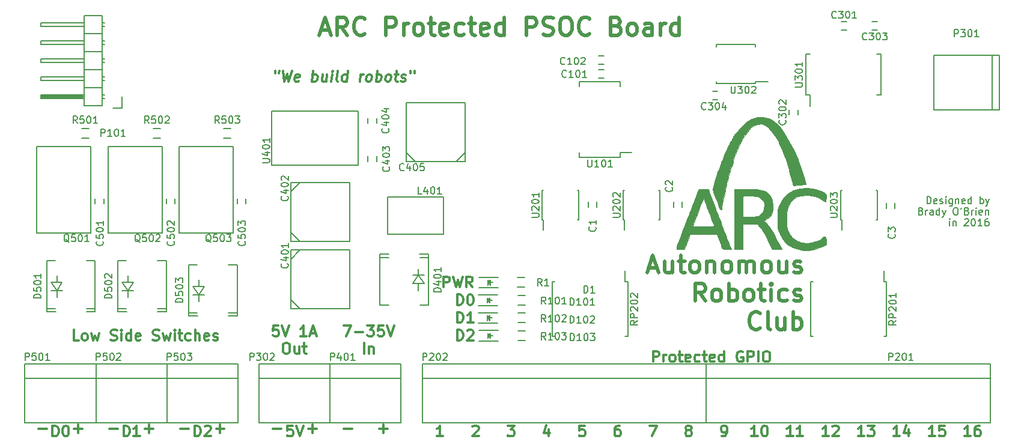
<source format=gto>
G04 #@! TF.FileFunction,Legend,Top*
%FSLAX46Y46*%
G04 Gerber Fmt 4.6, Leading zero omitted, Abs format (unit mm)*
G04 Created by KiCad (PCBNEW (2015-11-11 BZR 6310)-product) date Mon 12 Sep 2016 09:25:39 AM CDT*
%MOMM*%
G01*
G04 APERTURE LIST*
%ADD10C,0.100000*%
%ADD11C,0.160000*%
%ADD12C,0.500000*%
%ADD13C,0.300000*%
%ADD14C,0.150000*%
%ADD15C,0.010000*%
G04 APERTURE END LIST*
D10*
D11*
X208095237Y-71892381D02*
X208095237Y-70892381D01*
X208333332Y-70892381D01*
X208476190Y-70940000D01*
X208571428Y-71035238D01*
X208619047Y-71130476D01*
X208666666Y-71320952D01*
X208666666Y-71463810D01*
X208619047Y-71654286D01*
X208571428Y-71749524D01*
X208476190Y-71844762D01*
X208333332Y-71892381D01*
X208095237Y-71892381D01*
X209476190Y-71844762D02*
X209380952Y-71892381D01*
X209190475Y-71892381D01*
X209095237Y-71844762D01*
X209047618Y-71749524D01*
X209047618Y-71368571D01*
X209095237Y-71273333D01*
X209190475Y-71225714D01*
X209380952Y-71225714D01*
X209476190Y-71273333D01*
X209523809Y-71368571D01*
X209523809Y-71463810D01*
X209047618Y-71559048D01*
X209904761Y-71844762D02*
X209999999Y-71892381D01*
X210190475Y-71892381D01*
X210285714Y-71844762D01*
X210333333Y-71749524D01*
X210333333Y-71701905D01*
X210285714Y-71606667D01*
X210190475Y-71559048D01*
X210047618Y-71559048D01*
X209952380Y-71511429D01*
X209904761Y-71416190D01*
X209904761Y-71368571D01*
X209952380Y-71273333D01*
X210047618Y-71225714D01*
X210190475Y-71225714D01*
X210285714Y-71273333D01*
X210761904Y-71892381D02*
X210761904Y-71225714D01*
X210761904Y-70892381D02*
X210714285Y-70940000D01*
X210761904Y-70987619D01*
X210809523Y-70940000D01*
X210761904Y-70892381D01*
X210761904Y-70987619D01*
X211666666Y-71225714D02*
X211666666Y-72035238D01*
X211619047Y-72130476D01*
X211571428Y-72178095D01*
X211476189Y-72225714D01*
X211333332Y-72225714D01*
X211238094Y-72178095D01*
X211666666Y-71844762D02*
X211571428Y-71892381D01*
X211380951Y-71892381D01*
X211285713Y-71844762D01*
X211238094Y-71797143D01*
X211190475Y-71701905D01*
X211190475Y-71416190D01*
X211238094Y-71320952D01*
X211285713Y-71273333D01*
X211380951Y-71225714D01*
X211571428Y-71225714D01*
X211666666Y-71273333D01*
X212142856Y-71225714D02*
X212142856Y-71892381D01*
X212142856Y-71320952D02*
X212190475Y-71273333D01*
X212285713Y-71225714D01*
X212428571Y-71225714D01*
X212523809Y-71273333D01*
X212571428Y-71368571D01*
X212571428Y-71892381D01*
X213428571Y-71844762D02*
X213333333Y-71892381D01*
X213142856Y-71892381D01*
X213047618Y-71844762D01*
X212999999Y-71749524D01*
X212999999Y-71368571D01*
X213047618Y-71273333D01*
X213142856Y-71225714D01*
X213333333Y-71225714D01*
X213428571Y-71273333D01*
X213476190Y-71368571D01*
X213476190Y-71463810D01*
X212999999Y-71559048D01*
X214333333Y-71892381D02*
X214333333Y-70892381D01*
X214333333Y-71844762D02*
X214238095Y-71892381D01*
X214047618Y-71892381D01*
X213952380Y-71844762D01*
X213904761Y-71797143D01*
X213857142Y-71701905D01*
X213857142Y-71416190D01*
X213904761Y-71320952D01*
X213952380Y-71273333D01*
X214047618Y-71225714D01*
X214238095Y-71225714D01*
X214333333Y-71273333D01*
X215571428Y-71892381D02*
X215571428Y-70892381D01*
X215571428Y-71273333D02*
X215666666Y-71225714D01*
X215857143Y-71225714D01*
X215952381Y-71273333D01*
X216000000Y-71320952D01*
X216047619Y-71416190D01*
X216047619Y-71701905D01*
X216000000Y-71797143D01*
X215952381Y-71844762D01*
X215857143Y-71892381D01*
X215666666Y-71892381D01*
X215571428Y-71844762D01*
X216380952Y-71225714D02*
X216619047Y-71892381D01*
X216857143Y-71225714D02*
X216619047Y-71892381D01*
X216523809Y-72130476D01*
X216476190Y-72178095D01*
X216380952Y-72225714D01*
X207238095Y-72928571D02*
X207380952Y-72976190D01*
X207428571Y-73023810D01*
X207476190Y-73119048D01*
X207476190Y-73261905D01*
X207428571Y-73357143D01*
X207380952Y-73404762D01*
X207285714Y-73452381D01*
X206904761Y-73452381D01*
X206904761Y-72452381D01*
X207238095Y-72452381D01*
X207333333Y-72500000D01*
X207380952Y-72547619D01*
X207428571Y-72642857D01*
X207428571Y-72738095D01*
X207380952Y-72833333D01*
X207333333Y-72880952D01*
X207238095Y-72928571D01*
X206904761Y-72928571D01*
X207904761Y-73452381D02*
X207904761Y-72785714D01*
X207904761Y-72976190D02*
X207952380Y-72880952D01*
X207999999Y-72833333D01*
X208095237Y-72785714D01*
X208190476Y-72785714D01*
X208952381Y-73452381D02*
X208952381Y-72928571D01*
X208904762Y-72833333D01*
X208809524Y-72785714D01*
X208619047Y-72785714D01*
X208523809Y-72833333D01*
X208952381Y-73404762D02*
X208857143Y-73452381D01*
X208619047Y-73452381D01*
X208523809Y-73404762D01*
X208476190Y-73309524D01*
X208476190Y-73214286D01*
X208523809Y-73119048D01*
X208619047Y-73071429D01*
X208857143Y-73071429D01*
X208952381Y-73023810D01*
X209857143Y-73452381D02*
X209857143Y-72452381D01*
X209857143Y-73404762D02*
X209761905Y-73452381D01*
X209571428Y-73452381D01*
X209476190Y-73404762D01*
X209428571Y-73357143D01*
X209380952Y-73261905D01*
X209380952Y-72976190D01*
X209428571Y-72880952D01*
X209476190Y-72833333D01*
X209571428Y-72785714D01*
X209761905Y-72785714D01*
X209857143Y-72833333D01*
X210238095Y-72785714D02*
X210476190Y-73452381D01*
X210714286Y-72785714D02*
X210476190Y-73452381D01*
X210380952Y-73690476D01*
X210333333Y-73738095D01*
X210238095Y-73785714D01*
X212047619Y-72452381D02*
X212238096Y-72452381D01*
X212333334Y-72500000D01*
X212428572Y-72595238D01*
X212476191Y-72785714D01*
X212476191Y-73119048D01*
X212428572Y-73309524D01*
X212333334Y-73404762D01*
X212238096Y-73452381D01*
X212047619Y-73452381D01*
X211952381Y-73404762D01*
X211857143Y-73309524D01*
X211809524Y-73119048D01*
X211809524Y-72785714D01*
X211857143Y-72595238D01*
X211952381Y-72500000D01*
X212047619Y-72452381D01*
X212952381Y-72452381D02*
X212857143Y-72642857D01*
X213714286Y-72928571D02*
X213857143Y-72976190D01*
X213904762Y-73023810D01*
X213952381Y-73119048D01*
X213952381Y-73261905D01*
X213904762Y-73357143D01*
X213857143Y-73404762D01*
X213761905Y-73452381D01*
X213380952Y-73452381D01*
X213380952Y-72452381D01*
X213714286Y-72452381D01*
X213809524Y-72500000D01*
X213857143Y-72547619D01*
X213904762Y-72642857D01*
X213904762Y-72738095D01*
X213857143Y-72833333D01*
X213809524Y-72880952D01*
X213714286Y-72928571D01*
X213380952Y-72928571D01*
X214380952Y-73452381D02*
X214380952Y-72785714D01*
X214380952Y-72976190D02*
X214428571Y-72880952D01*
X214476190Y-72833333D01*
X214571428Y-72785714D01*
X214666667Y-72785714D01*
X215000000Y-73452381D02*
X215000000Y-72785714D01*
X215000000Y-72452381D02*
X214952381Y-72500000D01*
X215000000Y-72547619D01*
X215047619Y-72500000D01*
X215000000Y-72452381D01*
X215000000Y-72547619D01*
X215857143Y-73404762D02*
X215761905Y-73452381D01*
X215571428Y-73452381D01*
X215476190Y-73404762D01*
X215428571Y-73309524D01*
X215428571Y-72928571D01*
X215476190Y-72833333D01*
X215571428Y-72785714D01*
X215761905Y-72785714D01*
X215857143Y-72833333D01*
X215904762Y-72928571D01*
X215904762Y-73023810D01*
X215428571Y-73119048D01*
X216333333Y-72785714D02*
X216333333Y-73452381D01*
X216333333Y-72880952D02*
X216380952Y-72833333D01*
X216476190Y-72785714D01*
X216619048Y-72785714D01*
X216714286Y-72833333D01*
X216761905Y-72928571D01*
X216761905Y-73452381D01*
X211285714Y-75012381D02*
X211285714Y-74345714D01*
X211285714Y-74012381D02*
X211238095Y-74060000D01*
X211285714Y-74107619D01*
X211333333Y-74060000D01*
X211285714Y-74012381D01*
X211285714Y-74107619D01*
X211761904Y-74345714D02*
X211761904Y-75012381D01*
X211761904Y-74440952D02*
X211809523Y-74393333D01*
X211904761Y-74345714D01*
X212047619Y-74345714D01*
X212142857Y-74393333D01*
X212190476Y-74488571D01*
X212190476Y-75012381D01*
X213380952Y-74107619D02*
X213428571Y-74060000D01*
X213523809Y-74012381D01*
X213761905Y-74012381D01*
X213857143Y-74060000D01*
X213904762Y-74107619D01*
X213952381Y-74202857D01*
X213952381Y-74298095D01*
X213904762Y-74440952D01*
X213333333Y-75012381D01*
X213952381Y-75012381D01*
X214571428Y-74012381D02*
X214666667Y-74012381D01*
X214761905Y-74060000D01*
X214809524Y-74107619D01*
X214857143Y-74202857D01*
X214904762Y-74393333D01*
X214904762Y-74631429D01*
X214857143Y-74821905D01*
X214809524Y-74917143D01*
X214761905Y-74964762D01*
X214666667Y-75012381D01*
X214571428Y-75012381D01*
X214476190Y-74964762D01*
X214428571Y-74917143D01*
X214380952Y-74821905D01*
X214333333Y-74631429D01*
X214333333Y-74393333D01*
X214380952Y-74202857D01*
X214428571Y-74107619D01*
X214476190Y-74060000D01*
X214571428Y-74012381D01*
X215857143Y-75012381D02*
X215285714Y-75012381D01*
X215571428Y-75012381D02*
X215571428Y-74012381D01*
X215476190Y-74155238D01*
X215380952Y-74250476D01*
X215285714Y-74298095D01*
X216714286Y-74012381D02*
X216523809Y-74012381D01*
X216428571Y-74060000D01*
X216380952Y-74107619D01*
X216285714Y-74250476D01*
X216238095Y-74440952D01*
X216238095Y-74821905D01*
X216285714Y-74917143D01*
X216333333Y-74964762D01*
X216428571Y-75012381D01*
X216619048Y-75012381D01*
X216714286Y-74964762D01*
X216761905Y-74917143D01*
X216809524Y-74821905D01*
X216809524Y-74583810D01*
X216761905Y-74488571D01*
X216714286Y-74440952D01*
X216619048Y-74393333D01*
X216428571Y-74393333D01*
X216333333Y-74440952D01*
X216285714Y-74488571D01*
X216238095Y-74583810D01*
D12*
X122702381Y-47416667D02*
X123892858Y-47416667D01*
X122464286Y-48130952D02*
X123297620Y-45630952D01*
X124130953Y-48130952D01*
X126392858Y-48130952D02*
X125559524Y-46940476D01*
X124964286Y-48130952D02*
X124964286Y-45630952D01*
X125916667Y-45630952D01*
X126154762Y-45750000D01*
X126273810Y-45869048D01*
X126392858Y-46107143D01*
X126392858Y-46464286D01*
X126273810Y-46702381D01*
X126154762Y-46821429D01*
X125916667Y-46940476D01*
X124964286Y-46940476D01*
X128892858Y-47892857D02*
X128773810Y-48011905D01*
X128416667Y-48130952D01*
X128178572Y-48130952D01*
X127821429Y-48011905D01*
X127583334Y-47773810D01*
X127464286Y-47535714D01*
X127345238Y-47059524D01*
X127345238Y-46702381D01*
X127464286Y-46226190D01*
X127583334Y-45988095D01*
X127821429Y-45750000D01*
X128178572Y-45630952D01*
X128416667Y-45630952D01*
X128773810Y-45750000D01*
X128892858Y-45869048D01*
X131869048Y-48130952D02*
X131869048Y-45630952D01*
X132821429Y-45630952D01*
X133059524Y-45750000D01*
X133178572Y-45869048D01*
X133297620Y-46107143D01*
X133297620Y-46464286D01*
X133178572Y-46702381D01*
X133059524Y-46821429D01*
X132821429Y-46940476D01*
X131869048Y-46940476D01*
X134369048Y-48130952D02*
X134369048Y-46464286D01*
X134369048Y-46940476D02*
X134488096Y-46702381D01*
X134607143Y-46583333D01*
X134845239Y-46464286D01*
X135083334Y-46464286D01*
X136273810Y-48130952D02*
X136035715Y-48011905D01*
X135916667Y-47892857D01*
X135797619Y-47654762D01*
X135797619Y-46940476D01*
X135916667Y-46702381D01*
X136035715Y-46583333D01*
X136273810Y-46464286D01*
X136630953Y-46464286D01*
X136869048Y-46583333D01*
X136988096Y-46702381D01*
X137107143Y-46940476D01*
X137107143Y-47654762D01*
X136988096Y-47892857D01*
X136869048Y-48011905D01*
X136630953Y-48130952D01*
X136273810Y-48130952D01*
X137821429Y-46464286D02*
X138773810Y-46464286D01*
X138178572Y-45630952D02*
X138178572Y-47773810D01*
X138297620Y-48011905D01*
X138535715Y-48130952D01*
X138773810Y-48130952D01*
X140559524Y-48011905D02*
X140321429Y-48130952D01*
X139845238Y-48130952D01*
X139607143Y-48011905D01*
X139488095Y-47773810D01*
X139488095Y-46821429D01*
X139607143Y-46583333D01*
X139845238Y-46464286D01*
X140321429Y-46464286D01*
X140559524Y-46583333D01*
X140678572Y-46821429D01*
X140678572Y-47059524D01*
X139488095Y-47297619D01*
X142821429Y-48011905D02*
X142583333Y-48130952D01*
X142107143Y-48130952D01*
X141869048Y-48011905D01*
X141750000Y-47892857D01*
X141630952Y-47654762D01*
X141630952Y-46940476D01*
X141750000Y-46702381D01*
X141869048Y-46583333D01*
X142107143Y-46464286D01*
X142583333Y-46464286D01*
X142821429Y-46583333D01*
X143535714Y-46464286D02*
X144488095Y-46464286D01*
X143892857Y-45630952D02*
X143892857Y-47773810D01*
X144011905Y-48011905D01*
X144250000Y-48130952D01*
X144488095Y-48130952D01*
X146273809Y-48011905D02*
X146035714Y-48130952D01*
X145559523Y-48130952D01*
X145321428Y-48011905D01*
X145202380Y-47773810D01*
X145202380Y-46821429D01*
X145321428Y-46583333D01*
X145559523Y-46464286D01*
X146035714Y-46464286D01*
X146273809Y-46583333D01*
X146392857Y-46821429D01*
X146392857Y-47059524D01*
X145202380Y-47297619D01*
X148535714Y-48130952D02*
X148535714Y-45630952D01*
X148535714Y-48011905D02*
X148297618Y-48130952D01*
X147821428Y-48130952D01*
X147583333Y-48011905D01*
X147464285Y-47892857D01*
X147345237Y-47654762D01*
X147345237Y-46940476D01*
X147464285Y-46702381D01*
X147583333Y-46583333D01*
X147821428Y-46464286D01*
X148297618Y-46464286D01*
X148535714Y-46583333D01*
X151630952Y-48130952D02*
X151630952Y-45630952D01*
X152583333Y-45630952D01*
X152821428Y-45750000D01*
X152940476Y-45869048D01*
X153059524Y-46107143D01*
X153059524Y-46464286D01*
X152940476Y-46702381D01*
X152821428Y-46821429D01*
X152583333Y-46940476D01*
X151630952Y-46940476D01*
X154011904Y-48011905D02*
X154369047Y-48130952D01*
X154964285Y-48130952D01*
X155202381Y-48011905D01*
X155321428Y-47892857D01*
X155440476Y-47654762D01*
X155440476Y-47416667D01*
X155321428Y-47178571D01*
X155202381Y-47059524D01*
X154964285Y-46940476D01*
X154488095Y-46821429D01*
X154250000Y-46702381D01*
X154130952Y-46583333D01*
X154011904Y-46345238D01*
X154011904Y-46107143D01*
X154130952Y-45869048D01*
X154250000Y-45750000D01*
X154488095Y-45630952D01*
X155083333Y-45630952D01*
X155440476Y-45750000D01*
X156988095Y-45630952D02*
X157464285Y-45630952D01*
X157702380Y-45750000D01*
X157940476Y-45988095D01*
X158059523Y-46464286D01*
X158059523Y-47297619D01*
X157940476Y-47773810D01*
X157702380Y-48011905D01*
X157464285Y-48130952D01*
X156988095Y-48130952D01*
X156749999Y-48011905D01*
X156511904Y-47773810D01*
X156392856Y-47297619D01*
X156392856Y-46464286D01*
X156511904Y-45988095D01*
X156749999Y-45750000D01*
X156988095Y-45630952D01*
X160559524Y-47892857D02*
X160440476Y-48011905D01*
X160083333Y-48130952D01*
X159845238Y-48130952D01*
X159488095Y-48011905D01*
X159250000Y-47773810D01*
X159130952Y-47535714D01*
X159011904Y-47059524D01*
X159011904Y-46702381D01*
X159130952Y-46226190D01*
X159250000Y-45988095D01*
X159488095Y-45750000D01*
X159845238Y-45630952D01*
X160083333Y-45630952D01*
X160440476Y-45750000D01*
X160559524Y-45869048D01*
X164369047Y-46821429D02*
X164726190Y-46940476D01*
X164845238Y-47059524D01*
X164964286Y-47297619D01*
X164964286Y-47654762D01*
X164845238Y-47892857D01*
X164726190Y-48011905D01*
X164488095Y-48130952D01*
X163535714Y-48130952D01*
X163535714Y-45630952D01*
X164369047Y-45630952D01*
X164607143Y-45750000D01*
X164726190Y-45869048D01*
X164845238Y-46107143D01*
X164845238Y-46345238D01*
X164726190Y-46583333D01*
X164607143Y-46702381D01*
X164369047Y-46821429D01*
X163535714Y-46821429D01*
X166392857Y-48130952D02*
X166154762Y-48011905D01*
X166035714Y-47892857D01*
X165916666Y-47654762D01*
X165916666Y-46940476D01*
X166035714Y-46702381D01*
X166154762Y-46583333D01*
X166392857Y-46464286D01*
X166750000Y-46464286D01*
X166988095Y-46583333D01*
X167107143Y-46702381D01*
X167226190Y-46940476D01*
X167226190Y-47654762D01*
X167107143Y-47892857D01*
X166988095Y-48011905D01*
X166750000Y-48130952D01*
X166392857Y-48130952D01*
X169369048Y-48130952D02*
X169369048Y-46821429D01*
X169250000Y-46583333D01*
X169011905Y-46464286D01*
X168535714Y-46464286D01*
X168297619Y-46583333D01*
X169369048Y-48011905D02*
X169130952Y-48130952D01*
X168535714Y-48130952D01*
X168297619Y-48011905D01*
X168178571Y-47773810D01*
X168178571Y-47535714D01*
X168297619Y-47297619D01*
X168535714Y-47178571D01*
X169130952Y-47178571D01*
X169369048Y-47059524D01*
X170559524Y-48130952D02*
X170559524Y-46464286D01*
X170559524Y-46940476D02*
X170678572Y-46702381D01*
X170797619Y-46583333D01*
X171035715Y-46464286D01*
X171273810Y-46464286D01*
X173178572Y-48130952D02*
X173178572Y-45630952D01*
X173178572Y-48011905D02*
X172940476Y-48130952D01*
X172464286Y-48130952D01*
X172226191Y-48011905D01*
X172107143Y-47892857D01*
X171988095Y-47654762D01*
X171988095Y-46940476D01*
X172107143Y-46702381D01*
X172226191Y-46583333D01*
X172464286Y-46464286D01*
X172940476Y-46464286D01*
X173178572Y-46583333D01*
D13*
X116281250Y-53178571D02*
X116245535Y-53464286D01*
X116852679Y-53178571D02*
X116816964Y-53464286D01*
X117352679Y-53178571D02*
X117522322Y-54678571D01*
X117941964Y-53607143D01*
X118093750Y-54678571D01*
X118638393Y-53178571D01*
X119602678Y-54607143D02*
X119450893Y-54678571D01*
X119165179Y-54678571D01*
X119031250Y-54607143D01*
X118977678Y-54464286D01*
X119049107Y-53892857D01*
X119138393Y-53750000D01*
X119290179Y-53678571D01*
X119575893Y-53678571D01*
X119709821Y-53750000D01*
X119763393Y-53892857D01*
X119745536Y-54035714D01*
X119013393Y-54178571D01*
X121450893Y-54678571D02*
X121638393Y-53178571D01*
X121566964Y-53750000D02*
X121718750Y-53678571D01*
X122004464Y-53678571D01*
X122138392Y-53750000D01*
X122200892Y-53821429D01*
X122254464Y-53964286D01*
X122200893Y-54392857D01*
X122111607Y-54535714D01*
X122031249Y-54607143D01*
X121879464Y-54678571D01*
X121593750Y-54678571D01*
X121459821Y-54607143D01*
X123575893Y-53678571D02*
X123450893Y-54678571D01*
X122933036Y-53678571D02*
X122834821Y-54464286D01*
X122888392Y-54607143D01*
X123022322Y-54678571D01*
X123236607Y-54678571D01*
X123388392Y-54607143D01*
X123468750Y-54535714D01*
X124165179Y-54678571D02*
X124290179Y-53678571D01*
X124352679Y-53178571D02*
X124272321Y-53250000D01*
X124334821Y-53321429D01*
X124415178Y-53250000D01*
X124352679Y-53178571D01*
X124334821Y-53321429D01*
X125093751Y-54678571D02*
X124959821Y-54607143D01*
X124906250Y-54464286D01*
X125066965Y-53178571D01*
X126308036Y-54678571D02*
X126495536Y-53178571D01*
X126316964Y-54607143D02*
X126165179Y-54678571D01*
X125879465Y-54678571D01*
X125745535Y-54607143D01*
X125683036Y-54535714D01*
X125629464Y-54392857D01*
X125683035Y-53964286D01*
X125772321Y-53821429D01*
X125852678Y-53750000D01*
X126004465Y-53678571D01*
X126290179Y-53678571D01*
X126424107Y-53750000D01*
X128165179Y-54678571D02*
X128290179Y-53678571D01*
X128254464Y-53964286D02*
X128343749Y-53821429D01*
X128424107Y-53750000D01*
X128575893Y-53678571D01*
X128718750Y-53678571D01*
X129308036Y-54678571D02*
X129174106Y-54607143D01*
X129111607Y-54535714D01*
X129058035Y-54392857D01*
X129111606Y-53964286D01*
X129200892Y-53821429D01*
X129281249Y-53750000D01*
X129433036Y-53678571D01*
X129647321Y-53678571D01*
X129781249Y-53750000D01*
X129843749Y-53821429D01*
X129897321Y-53964286D01*
X129843750Y-54392857D01*
X129754464Y-54535714D01*
X129674106Y-54607143D01*
X129522321Y-54678571D01*
X129308036Y-54678571D01*
X130450893Y-54678571D02*
X130638393Y-53178571D01*
X130566964Y-53750000D02*
X130718750Y-53678571D01*
X131004464Y-53678571D01*
X131138392Y-53750000D01*
X131200892Y-53821429D01*
X131254464Y-53964286D01*
X131200893Y-54392857D01*
X131111607Y-54535714D01*
X131031249Y-54607143D01*
X130879464Y-54678571D01*
X130593750Y-54678571D01*
X130459821Y-54607143D01*
X132022322Y-54678571D02*
X131888392Y-54607143D01*
X131825893Y-54535714D01*
X131772321Y-54392857D01*
X131825892Y-53964286D01*
X131915178Y-53821429D01*
X131995535Y-53750000D01*
X132147322Y-53678571D01*
X132361607Y-53678571D01*
X132495535Y-53750000D01*
X132558035Y-53821429D01*
X132611607Y-53964286D01*
X132558036Y-54392857D01*
X132468750Y-54535714D01*
X132388392Y-54607143D01*
X132236607Y-54678571D01*
X132022322Y-54678571D01*
X133075893Y-53678571D02*
X133647322Y-53678571D01*
X133352679Y-53178571D02*
X133191964Y-54464286D01*
X133245535Y-54607143D01*
X133379465Y-54678571D01*
X133522322Y-54678571D01*
X133959821Y-54607143D02*
X134093750Y-54678571D01*
X134379465Y-54678571D01*
X134531250Y-54607143D01*
X134620535Y-54464286D01*
X134629464Y-54392857D01*
X134575893Y-54250000D01*
X134441965Y-54178571D01*
X134227679Y-54178571D01*
X134093750Y-54107143D01*
X134040178Y-53964286D01*
X134049107Y-53892857D01*
X134138393Y-53750000D01*
X134290179Y-53678571D01*
X134504465Y-53678571D01*
X134638393Y-53750000D01*
X135352679Y-53178571D02*
X135316964Y-53464286D01*
X135924108Y-53178571D02*
X135888393Y-53464286D01*
D12*
X168876189Y-80916667D02*
X170066666Y-80916667D01*
X168638094Y-81630952D02*
X169471428Y-79130952D01*
X170304761Y-81630952D01*
X172209523Y-79964286D02*
X172209523Y-81630952D01*
X171138094Y-79964286D02*
X171138094Y-81273810D01*
X171257142Y-81511905D01*
X171495237Y-81630952D01*
X171852380Y-81630952D01*
X172090475Y-81511905D01*
X172209523Y-81392857D01*
X173042856Y-79964286D02*
X173995237Y-79964286D01*
X173399999Y-79130952D02*
X173399999Y-81273810D01*
X173519047Y-81511905D01*
X173757142Y-81630952D01*
X173995237Y-81630952D01*
X175185713Y-81630952D02*
X174947618Y-81511905D01*
X174828570Y-81392857D01*
X174709522Y-81154762D01*
X174709522Y-80440476D01*
X174828570Y-80202381D01*
X174947618Y-80083333D01*
X175185713Y-79964286D01*
X175542856Y-79964286D01*
X175780951Y-80083333D01*
X175899999Y-80202381D01*
X176019046Y-80440476D01*
X176019046Y-81154762D01*
X175899999Y-81392857D01*
X175780951Y-81511905D01*
X175542856Y-81630952D01*
X175185713Y-81630952D01*
X177090475Y-79964286D02*
X177090475Y-81630952D01*
X177090475Y-80202381D02*
X177209523Y-80083333D01*
X177447618Y-79964286D01*
X177804761Y-79964286D01*
X178042856Y-80083333D01*
X178161904Y-80321429D01*
X178161904Y-81630952D01*
X179709523Y-81630952D02*
X179471428Y-81511905D01*
X179352380Y-81392857D01*
X179233332Y-81154762D01*
X179233332Y-80440476D01*
X179352380Y-80202381D01*
X179471428Y-80083333D01*
X179709523Y-79964286D01*
X180066666Y-79964286D01*
X180304761Y-80083333D01*
X180423809Y-80202381D01*
X180542856Y-80440476D01*
X180542856Y-81154762D01*
X180423809Y-81392857D01*
X180304761Y-81511905D01*
X180066666Y-81630952D01*
X179709523Y-81630952D01*
X181614285Y-81630952D02*
X181614285Y-79964286D01*
X181614285Y-80202381D02*
X181733333Y-80083333D01*
X181971428Y-79964286D01*
X182328571Y-79964286D01*
X182566666Y-80083333D01*
X182685714Y-80321429D01*
X182685714Y-81630952D01*
X182685714Y-80321429D02*
X182804761Y-80083333D01*
X183042857Y-79964286D01*
X183399999Y-79964286D01*
X183638095Y-80083333D01*
X183757142Y-80321429D01*
X183757142Y-81630952D01*
X185304761Y-81630952D02*
X185066666Y-81511905D01*
X184947618Y-81392857D01*
X184828570Y-81154762D01*
X184828570Y-80440476D01*
X184947618Y-80202381D01*
X185066666Y-80083333D01*
X185304761Y-79964286D01*
X185661904Y-79964286D01*
X185899999Y-80083333D01*
X186019047Y-80202381D01*
X186138094Y-80440476D01*
X186138094Y-81154762D01*
X186019047Y-81392857D01*
X185899999Y-81511905D01*
X185661904Y-81630952D01*
X185304761Y-81630952D01*
X188280952Y-79964286D02*
X188280952Y-81630952D01*
X187209523Y-79964286D02*
X187209523Y-81273810D01*
X187328571Y-81511905D01*
X187566666Y-81630952D01*
X187923809Y-81630952D01*
X188161904Y-81511905D01*
X188280952Y-81392857D01*
X189352380Y-81511905D02*
X189590476Y-81630952D01*
X190066666Y-81630952D01*
X190304761Y-81511905D01*
X190423809Y-81273810D01*
X190423809Y-81154762D01*
X190304761Y-80916667D01*
X190066666Y-80797619D01*
X189709523Y-80797619D01*
X189471428Y-80678571D01*
X189352380Y-80440476D01*
X189352380Y-80321429D01*
X189471428Y-80083333D01*
X189709523Y-79964286D01*
X190066666Y-79964286D01*
X190304761Y-80083333D01*
X176852381Y-85630952D02*
X176019047Y-84440476D01*
X175423809Y-85630952D02*
X175423809Y-83130952D01*
X176376190Y-83130952D01*
X176614285Y-83250000D01*
X176733333Y-83369048D01*
X176852381Y-83607143D01*
X176852381Y-83964286D01*
X176733333Y-84202381D01*
X176614285Y-84321429D01*
X176376190Y-84440476D01*
X175423809Y-84440476D01*
X178280952Y-85630952D02*
X178042857Y-85511905D01*
X177923809Y-85392857D01*
X177804761Y-85154762D01*
X177804761Y-84440476D01*
X177923809Y-84202381D01*
X178042857Y-84083333D01*
X178280952Y-83964286D01*
X178638095Y-83964286D01*
X178876190Y-84083333D01*
X178995238Y-84202381D01*
X179114285Y-84440476D01*
X179114285Y-85154762D01*
X178995238Y-85392857D01*
X178876190Y-85511905D01*
X178638095Y-85630952D01*
X178280952Y-85630952D01*
X180185714Y-85630952D02*
X180185714Y-83130952D01*
X180185714Y-84083333D02*
X180423809Y-83964286D01*
X180900000Y-83964286D01*
X181138095Y-84083333D01*
X181257143Y-84202381D01*
X181376190Y-84440476D01*
X181376190Y-85154762D01*
X181257143Y-85392857D01*
X181138095Y-85511905D01*
X180900000Y-85630952D01*
X180423809Y-85630952D01*
X180185714Y-85511905D01*
X182804762Y-85630952D02*
X182566667Y-85511905D01*
X182447619Y-85392857D01*
X182328571Y-85154762D01*
X182328571Y-84440476D01*
X182447619Y-84202381D01*
X182566667Y-84083333D01*
X182804762Y-83964286D01*
X183161905Y-83964286D01*
X183400000Y-84083333D01*
X183519048Y-84202381D01*
X183638095Y-84440476D01*
X183638095Y-85154762D01*
X183519048Y-85392857D01*
X183400000Y-85511905D01*
X183161905Y-85630952D01*
X182804762Y-85630952D01*
X184352381Y-83964286D02*
X185304762Y-83964286D01*
X184709524Y-83130952D02*
X184709524Y-85273810D01*
X184828572Y-85511905D01*
X185066667Y-85630952D01*
X185304762Y-85630952D01*
X186138095Y-85630952D02*
X186138095Y-83964286D01*
X186138095Y-83130952D02*
X186019047Y-83250000D01*
X186138095Y-83369048D01*
X186257143Y-83250000D01*
X186138095Y-83130952D01*
X186138095Y-83369048D01*
X188400000Y-85511905D02*
X188161904Y-85630952D01*
X187685714Y-85630952D01*
X187447619Y-85511905D01*
X187328571Y-85392857D01*
X187209523Y-85154762D01*
X187209523Y-84440476D01*
X187328571Y-84202381D01*
X187447619Y-84083333D01*
X187685714Y-83964286D01*
X188161904Y-83964286D01*
X188400000Y-84083333D01*
X189352380Y-85511905D02*
X189590476Y-85630952D01*
X190066666Y-85630952D01*
X190304761Y-85511905D01*
X190423809Y-85273810D01*
X190423809Y-85154762D01*
X190304761Y-84916667D01*
X190066666Y-84797619D01*
X189709523Y-84797619D01*
X189471428Y-84678571D01*
X189352380Y-84440476D01*
X189352380Y-84321429D01*
X189471428Y-84083333D01*
X189709523Y-83964286D01*
X190066666Y-83964286D01*
X190304761Y-84083333D01*
X184590476Y-89392857D02*
X184471428Y-89511905D01*
X184114285Y-89630952D01*
X183876190Y-89630952D01*
X183519047Y-89511905D01*
X183280952Y-89273810D01*
X183161904Y-89035714D01*
X183042856Y-88559524D01*
X183042856Y-88202381D01*
X183161904Y-87726190D01*
X183280952Y-87488095D01*
X183519047Y-87250000D01*
X183876190Y-87130952D01*
X184114285Y-87130952D01*
X184471428Y-87250000D01*
X184590476Y-87369048D01*
X186019047Y-89630952D02*
X185780952Y-89511905D01*
X185661904Y-89273810D01*
X185661904Y-87130952D01*
X188042857Y-87964286D02*
X188042857Y-89630952D01*
X186971428Y-87964286D02*
X186971428Y-89273810D01*
X187090476Y-89511905D01*
X187328571Y-89630952D01*
X187685714Y-89630952D01*
X187923809Y-89511905D01*
X188042857Y-89392857D01*
X189233333Y-89630952D02*
X189233333Y-87130952D01*
X189233333Y-88083333D02*
X189471428Y-87964286D01*
X189947619Y-87964286D01*
X190185714Y-88083333D01*
X190304762Y-88202381D01*
X190423809Y-88440476D01*
X190423809Y-89154762D01*
X190304762Y-89392857D01*
X190185714Y-89511905D01*
X189947619Y-89630952D01*
X189471428Y-89630952D01*
X189233333Y-89511905D01*
D13*
X141892858Y-91178571D02*
X141892858Y-89678571D01*
X142250001Y-89678571D01*
X142464286Y-89750000D01*
X142607144Y-89892857D01*
X142678572Y-90035714D01*
X142750001Y-90321429D01*
X142750001Y-90535714D01*
X142678572Y-90821429D01*
X142607144Y-90964286D01*
X142464286Y-91107143D01*
X142250001Y-91178571D01*
X141892858Y-91178571D01*
X143321429Y-89821429D02*
X143392858Y-89750000D01*
X143535715Y-89678571D01*
X143892858Y-89678571D01*
X144035715Y-89750000D01*
X144107144Y-89821429D01*
X144178572Y-89964286D01*
X144178572Y-90107143D01*
X144107144Y-90321429D01*
X143250001Y-91178571D01*
X144178572Y-91178571D01*
X141892858Y-88678571D02*
X141892858Y-87178571D01*
X142250001Y-87178571D01*
X142464286Y-87250000D01*
X142607144Y-87392857D01*
X142678572Y-87535714D01*
X142750001Y-87821429D01*
X142750001Y-88035714D01*
X142678572Y-88321429D01*
X142607144Y-88464286D01*
X142464286Y-88607143D01*
X142250001Y-88678571D01*
X141892858Y-88678571D01*
X144178572Y-88678571D02*
X143321429Y-88678571D01*
X143750001Y-88678571D02*
X143750001Y-87178571D01*
X143607144Y-87392857D01*
X143464286Y-87535714D01*
X143321429Y-87607143D01*
X141892858Y-86178571D02*
X141892858Y-84678571D01*
X142250001Y-84678571D01*
X142464286Y-84750000D01*
X142607144Y-84892857D01*
X142678572Y-85035714D01*
X142750001Y-85321429D01*
X142750001Y-85535714D01*
X142678572Y-85821429D01*
X142607144Y-85964286D01*
X142464286Y-86107143D01*
X142250001Y-86178571D01*
X141892858Y-86178571D01*
X143678572Y-84678571D02*
X143821429Y-84678571D01*
X143964286Y-84750000D01*
X144035715Y-84821429D01*
X144107144Y-84964286D01*
X144178572Y-85250000D01*
X144178572Y-85607143D01*
X144107144Y-85892857D01*
X144035715Y-86035714D01*
X143964286Y-86107143D01*
X143821429Y-86178571D01*
X143678572Y-86178571D01*
X143535715Y-86107143D01*
X143464286Y-86035714D01*
X143392858Y-85892857D01*
X143321429Y-85607143D01*
X143321429Y-85250000D01*
X143392858Y-84964286D01*
X143464286Y-84821429D01*
X143535715Y-84750000D01*
X143678572Y-84678571D01*
X140000000Y-83678571D02*
X140000000Y-82178571D01*
X140571428Y-82178571D01*
X140714286Y-82250000D01*
X140785714Y-82321429D01*
X140857143Y-82464286D01*
X140857143Y-82678571D01*
X140785714Y-82821429D01*
X140714286Y-82892857D01*
X140571428Y-82964286D01*
X140000000Y-82964286D01*
X141357143Y-82178571D02*
X141714286Y-83678571D01*
X142000000Y-82607143D01*
X142285714Y-83678571D01*
X142642857Y-82178571D01*
X144071429Y-83678571D02*
X143571429Y-82964286D01*
X143214286Y-83678571D02*
X143214286Y-82178571D01*
X143785714Y-82178571D01*
X143928572Y-82250000D01*
X144000000Y-82321429D01*
X144071429Y-82464286D01*
X144071429Y-82678571D01*
X144000000Y-82821429D01*
X143928572Y-82892857D01*
X143785714Y-82964286D01*
X143214286Y-82964286D01*
X118714287Y-103178571D02*
X118000001Y-103178571D01*
X117928572Y-103892857D01*
X118000001Y-103821429D01*
X118142858Y-103750000D01*
X118500001Y-103750000D01*
X118642858Y-103821429D01*
X118714287Y-103892857D01*
X118785715Y-104035714D01*
X118785715Y-104392857D01*
X118714287Y-104535714D01*
X118642858Y-104607143D01*
X118500001Y-104678571D01*
X118142858Y-104678571D01*
X118000001Y-104607143D01*
X117928572Y-104535714D01*
X119214286Y-103178571D02*
X119714286Y-104678571D01*
X120214286Y-103178571D01*
X169485715Y-94178571D02*
X169485715Y-92678571D01*
X170057143Y-92678571D01*
X170200001Y-92750000D01*
X170271429Y-92821429D01*
X170342858Y-92964286D01*
X170342858Y-93178571D01*
X170271429Y-93321429D01*
X170200001Y-93392857D01*
X170057143Y-93464286D01*
X169485715Y-93464286D01*
X170985715Y-94178571D02*
X170985715Y-93178571D01*
X170985715Y-93464286D02*
X171057143Y-93321429D01*
X171128572Y-93250000D01*
X171271429Y-93178571D01*
X171414286Y-93178571D01*
X172128572Y-94178571D02*
X171985714Y-94107143D01*
X171914286Y-94035714D01*
X171842857Y-93892857D01*
X171842857Y-93464286D01*
X171914286Y-93321429D01*
X171985714Y-93250000D01*
X172128572Y-93178571D01*
X172342857Y-93178571D01*
X172485714Y-93250000D01*
X172557143Y-93321429D01*
X172628572Y-93464286D01*
X172628572Y-93892857D01*
X172557143Y-94035714D01*
X172485714Y-94107143D01*
X172342857Y-94178571D01*
X172128572Y-94178571D01*
X173057143Y-93178571D02*
X173628572Y-93178571D01*
X173271429Y-92678571D02*
X173271429Y-93964286D01*
X173342857Y-94107143D01*
X173485715Y-94178571D01*
X173628572Y-94178571D01*
X174700000Y-94107143D02*
X174557143Y-94178571D01*
X174271429Y-94178571D01*
X174128572Y-94107143D01*
X174057143Y-93964286D01*
X174057143Y-93392857D01*
X174128572Y-93250000D01*
X174271429Y-93178571D01*
X174557143Y-93178571D01*
X174700000Y-93250000D01*
X174771429Y-93392857D01*
X174771429Y-93535714D01*
X174057143Y-93678571D01*
X176057143Y-94107143D02*
X175914286Y-94178571D01*
X175628572Y-94178571D01*
X175485714Y-94107143D01*
X175414286Y-94035714D01*
X175342857Y-93892857D01*
X175342857Y-93464286D01*
X175414286Y-93321429D01*
X175485714Y-93250000D01*
X175628572Y-93178571D01*
X175914286Y-93178571D01*
X176057143Y-93250000D01*
X176485714Y-93178571D02*
X177057143Y-93178571D01*
X176700000Y-92678571D02*
X176700000Y-93964286D01*
X176771428Y-94107143D01*
X176914286Y-94178571D01*
X177057143Y-94178571D01*
X178128571Y-94107143D02*
X177985714Y-94178571D01*
X177700000Y-94178571D01*
X177557143Y-94107143D01*
X177485714Y-93964286D01*
X177485714Y-93392857D01*
X177557143Y-93250000D01*
X177700000Y-93178571D01*
X177985714Y-93178571D01*
X178128571Y-93250000D01*
X178200000Y-93392857D01*
X178200000Y-93535714D01*
X177485714Y-93678571D01*
X179485714Y-94178571D02*
X179485714Y-92678571D01*
X179485714Y-94107143D02*
X179342857Y-94178571D01*
X179057143Y-94178571D01*
X178914285Y-94107143D01*
X178842857Y-94035714D01*
X178771428Y-93892857D01*
X178771428Y-93464286D01*
X178842857Y-93321429D01*
X178914285Y-93250000D01*
X179057143Y-93178571D01*
X179342857Y-93178571D01*
X179485714Y-93250000D01*
X182128571Y-92750000D02*
X181985714Y-92678571D01*
X181771428Y-92678571D01*
X181557143Y-92750000D01*
X181414285Y-92892857D01*
X181342857Y-93035714D01*
X181271428Y-93321429D01*
X181271428Y-93535714D01*
X181342857Y-93821429D01*
X181414285Y-93964286D01*
X181557143Y-94107143D01*
X181771428Y-94178571D01*
X181914285Y-94178571D01*
X182128571Y-94107143D01*
X182200000Y-94035714D01*
X182200000Y-93535714D01*
X181914285Y-93535714D01*
X182842857Y-94178571D02*
X182842857Y-92678571D01*
X183414285Y-92678571D01*
X183557143Y-92750000D01*
X183628571Y-92821429D01*
X183700000Y-92964286D01*
X183700000Y-93178571D01*
X183628571Y-93321429D01*
X183557143Y-93392857D01*
X183414285Y-93464286D01*
X182842857Y-93464286D01*
X184342857Y-94178571D02*
X184342857Y-92678571D01*
X185342857Y-92678571D02*
X185628571Y-92678571D01*
X185771429Y-92750000D01*
X185914286Y-92892857D01*
X185985714Y-93178571D01*
X185985714Y-93678571D01*
X185914286Y-93964286D01*
X185771429Y-94107143D01*
X185628571Y-94178571D01*
X185342857Y-94178571D01*
X185200000Y-94107143D01*
X185057143Y-93964286D01*
X184985714Y-93678571D01*
X184985714Y-93178571D01*
X185057143Y-92892857D01*
X185200000Y-92750000D01*
X185342857Y-92678571D01*
X199214286Y-104678571D02*
X198357143Y-104678571D01*
X198785715Y-104678571D02*
X198785715Y-103178571D01*
X198642858Y-103392857D01*
X198500000Y-103535714D01*
X198357143Y-103607143D01*
X199714286Y-103178571D02*
X200642857Y-103178571D01*
X200142857Y-103750000D01*
X200357143Y-103750000D01*
X200500000Y-103821429D01*
X200571429Y-103892857D01*
X200642857Y-104035714D01*
X200642857Y-104392857D01*
X200571429Y-104535714D01*
X200500000Y-104607143D01*
X200357143Y-104678571D01*
X199928571Y-104678571D01*
X199785714Y-104607143D01*
X199714286Y-104535714D01*
X194214286Y-104678571D02*
X193357143Y-104678571D01*
X193785715Y-104678571D02*
X193785715Y-103178571D01*
X193642858Y-103392857D01*
X193500000Y-103535714D01*
X193357143Y-103607143D01*
X194785714Y-103321429D02*
X194857143Y-103250000D01*
X195000000Y-103178571D01*
X195357143Y-103178571D01*
X195500000Y-103250000D01*
X195571429Y-103321429D01*
X195642857Y-103464286D01*
X195642857Y-103607143D01*
X195571429Y-103821429D01*
X194714286Y-104678571D01*
X195642857Y-104678571D01*
X179214286Y-104678571D02*
X179500001Y-104678571D01*
X179642858Y-104607143D01*
X179714286Y-104535714D01*
X179857144Y-104321429D01*
X179928572Y-104035714D01*
X179928572Y-103464286D01*
X179857144Y-103321429D01*
X179785715Y-103250000D01*
X179642858Y-103178571D01*
X179357144Y-103178571D01*
X179214286Y-103250000D01*
X179142858Y-103321429D01*
X179071429Y-103464286D01*
X179071429Y-103821429D01*
X179142858Y-103964286D01*
X179214286Y-104035714D01*
X179357144Y-104107143D01*
X179642858Y-104107143D01*
X179785715Y-104035714D01*
X179857144Y-103964286D01*
X179928572Y-103821429D01*
X184214286Y-104678571D02*
X183357143Y-104678571D01*
X183785715Y-104678571D02*
X183785715Y-103178571D01*
X183642858Y-103392857D01*
X183500000Y-103535714D01*
X183357143Y-103607143D01*
X185142857Y-103178571D02*
X185285714Y-103178571D01*
X185428571Y-103250000D01*
X185500000Y-103321429D01*
X185571429Y-103464286D01*
X185642857Y-103750000D01*
X185642857Y-104107143D01*
X185571429Y-104392857D01*
X185500000Y-104535714D01*
X185428571Y-104607143D01*
X185285714Y-104678571D01*
X185142857Y-104678571D01*
X185000000Y-104607143D01*
X184928571Y-104535714D01*
X184857143Y-104392857D01*
X184785714Y-104107143D01*
X184785714Y-103750000D01*
X184857143Y-103464286D01*
X184928571Y-103321429D01*
X185000000Y-103250000D01*
X185142857Y-103178571D01*
X189214286Y-104678571D02*
X188357143Y-104678571D01*
X188785715Y-104678571D02*
X188785715Y-103178571D01*
X188642858Y-103392857D01*
X188500000Y-103535714D01*
X188357143Y-103607143D01*
X190642857Y-104678571D02*
X189785714Y-104678571D01*
X190214286Y-104678571D02*
X190214286Y-103178571D01*
X190071429Y-103392857D01*
X189928571Y-103535714D01*
X189785714Y-103607143D01*
X214214286Y-104678571D02*
X213357143Y-104678571D01*
X213785715Y-104678571D02*
X213785715Y-103178571D01*
X213642858Y-103392857D01*
X213500000Y-103535714D01*
X213357143Y-103607143D01*
X215500000Y-103178571D02*
X215214286Y-103178571D01*
X215071429Y-103250000D01*
X215000000Y-103321429D01*
X214857143Y-103535714D01*
X214785714Y-103821429D01*
X214785714Y-104392857D01*
X214857143Y-104535714D01*
X214928571Y-104607143D01*
X215071429Y-104678571D01*
X215357143Y-104678571D01*
X215500000Y-104607143D01*
X215571429Y-104535714D01*
X215642857Y-104392857D01*
X215642857Y-104035714D01*
X215571429Y-103892857D01*
X215500000Y-103821429D01*
X215357143Y-103750000D01*
X215071429Y-103750000D01*
X214928571Y-103821429D01*
X214857143Y-103892857D01*
X214785714Y-104035714D01*
X209214286Y-104678571D02*
X208357143Y-104678571D01*
X208785715Y-104678571D02*
X208785715Y-103178571D01*
X208642858Y-103392857D01*
X208500000Y-103535714D01*
X208357143Y-103607143D01*
X210571429Y-103178571D02*
X209857143Y-103178571D01*
X209785714Y-103892857D01*
X209857143Y-103821429D01*
X210000000Y-103750000D01*
X210357143Y-103750000D01*
X210500000Y-103821429D01*
X210571429Y-103892857D01*
X210642857Y-104035714D01*
X210642857Y-104392857D01*
X210571429Y-104535714D01*
X210500000Y-104607143D01*
X210357143Y-104678571D01*
X210000000Y-104678571D01*
X209857143Y-104607143D01*
X209785714Y-104535714D01*
X204214286Y-104678571D02*
X203357143Y-104678571D01*
X203785715Y-104678571D02*
X203785715Y-103178571D01*
X203642858Y-103392857D01*
X203500000Y-103535714D01*
X203357143Y-103607143D01*
X205500000Y-103678571D02*
X205500000Y-104678571D01*
X205142857Y-103107143D02*
X204785714Y-104178571D01*
X205714286Y-104178571D01*
X169000001Y-103178571D02*
X170000001Y-103178571D01*
X169357144Y-104678571D01*
X174357144Y-103821429D02*
X174214286Y-103750000D01*
X174142858Y-103678571D01*
X174071429Y-103535714D01*
X174071429Y-103464286D01*
X174142858Y-103321429D01*
X174214286Y-103250000D01*
X174357144Y-103178571D01*
X174642858Y-103178571D01*
X174785715Y-103250000D01*
X174857144Y-103321429D01*
X174928572Y-103464286D01*
X174928572Y-103535714D01*
X174857144Y-103678571D01*
X174785715Y-103750000D01*
X174642858Y-103821429D01*
X174357144Y-103821429D01*
X174214286Y-103892857D01*
X174142858Y-103964286D01*
X174071429Y-104107143D01*
X174071429Y-104392857D01*
X174142858Y-104535714D01*
X174214286Y-104607143D01*
X174357144Y-104678571D01*
X174642858Y-104678571D01*
X174785715Y-104607143D01*
X174857144Y-104535714D01*
X174928572Y-104392857D01*
X174928572Y-104107143D01*
X174857144Y-103964286D01*
X174785715Y-103892857D01*
X174642858Y-103821429D01*
X159857144Y-103178571D02*
X159142858Y-103178571D01*
X159071429Y-103892857D01*
X159142858Y-103821429D01*
X159285715Y-103750000D01*
X159642858Y-103750000D01*
X159785715Y-103821429D01*
X159857144Y-103892857D01*
X159928572Y-104035714D01*
X159928572Y-104392857D01*
X159857144Y-104535714D01*
X159785715Y-104607143D01*
X159642858Y-104678571D01*
X159285715Y-104678571D01*
X159142858Y-104607143D01*
X159071429Y-104535714D01*
X164785715Y-103178571D02*
X164500001Y-103178571D01*
X164357144Y-103250000D01*
X164285715Y-103321429D01*
X164142858Y-103535714D01*
X164071429Y-103821429D01*
X164071429Y-104392857D01*
X164142858Y-104535714D01*
X164214286Y-104607143D01*
X164357144Y-104678571D01*
X164642858Y-104678571D01*
X164785715Y-104607143D01*
X164857144Y-104535714D01*
X164928572Y-104392857D01*
X164928572Y-104035714D01*
X164857144Y-103892857D01*
X164785715Y-103821429D01*
X164642858Y-103750000D01*
X164357144Y-103750000D01*
X164214286Y-103821429D01*
X164142858Y-103892857D01*
X164071429Y-104035714D01*
X149000001Y-103178571D02*
X149928572Y-103178571D01*
X149428572Y-103750000D01*
X149642858Y-103750000D01*
X149785715Y-103821429D01*
X149857144Y-103892857D01*
X149928572Y-104035714D01*
X149928572Y-104392857D01*
X149857144Y-104535714D01*
X149785715Y-104607143D01*
X149642858Y-104678571D01*
X149214286Y-104678571D01*
X149071429Y-104607143D01*
X149000001Y-104535714D01*
X154785715Y-103678571D02*
X154785715Y-104678571D01*
X154428572Y-103107143D02*
X154071429Y-104178571D01*
X155000001Y-104178571D01*
X144071429Y-103321429D02*
X144142858Y-103250000D01*
X144285715Y-103178571D01*
X144642858Y-103178571D01*
X144785715Y-103250000D01*
X144857144Y-103321429D01*
X144928572Y-103464286D01*
X144928572Y-103607143D01*
X144857144Y-103821429D01*
X144000001Y-104678571D01*
X144928572Y-104678571D01*
X139928572Y-104678571D02*
X139071429Y-104678571D01*
X139500001Y-104678571D02*
X139500001Y-103178571D01*
X139357144Y-103392857D01*
X139214286Y-103535714D01*
X139071429Y-103607143D01*
X130928572Y-103607143D02*
X132071429Y-103607143D01*
X131500000Y-104178571D02*
X131500000Y-103035714D01*
X125928572Y-103607143D02*
X127071429Y-103607143D01*
X120928572Y-103607143D02*
X122071429Y-103607143D01*
X121500000Y-104178571D02*
X121500000Y-103035714D01*
X115928572Y-103607143D02*
X117071429Y-103607143D01*
X88607143Y-91178571D02*
X87892857Y-91178571D01*
X87892857Y-89678571D01*
X89321429Y-91178571D02*
X89178571Y-91107143D01*
X89107143Y-91035714D01*
X89035714Y-90892857D01*
X89035714Y-90464286D01*
X89107143Y-90321429D01*
X89178571Y-90250000D01*
X89321429Y-90178571D01*
X89535714Y-90178571D01*
X89678571Y-90250000D01*
X89750000Y-90321429D01*
X89821429Y-90464286D01*
X89821429Y-90892857D01*
X89750000Y-91035714D01*
X89678571Y-91107143D01*
X89535714Y-91178571D01*
X89321429Y-91178571D01*
X90321429Y-90178571D02*
X90607143Y-91178571D01*
X90892857Y-90464286D01*
X91178572Y-91178571D01*
X91464286Y-90178571D01*
X93107143Y-91107143D02*
X93321429Y-91178571D01*
X93678572Y-91178571D01*
X93821429Y-91107143D01*
X93892858Y-91035714D01*
X93964286Y-90892857D01*
X93964286Y-90750000D01*
X93892858Y-90607143D01*
X93821429Y-90535714D01*
X93678572Y-90464286D01*
X93392858Y-90392857D01*
X93250000Y-90321429D01*
X93178572Y-90250000D01*
X93107143Y-90107143D01*
X93107143Y-89964286D01*
X93178572Y-89821429D01*
X93250000Y-89750000D01*
X93392858Y-89678571D01*
X93750000Y-89678571D01*
X93964286Y-89750000D01*
X94607143Y-91178571D02*
X94607143Y-90178571D01*
X94607143Y-89678571D02*
X94535714Y-89750000D01*
X94607143Y-89821429D01*
X94678571Y-89750000D01*
X94607143Y-89678571D01*
X94607143Y-89821429D01*
X95964286Y-91178571D02*
X95964286Y-89678571D01*
X95964286Y-91107143D02*
X95821429Y-91178571D01*
X95535715Y-91178571D01*
X95392857Y-91107143D01*
X95321429Y-91035714D01*
X95250000Y-90892857D01*
X95250000Y-90464286D01*
X95321429Y-90321429D01*
X95392857Y-90250000D01*
X95535715Y-90178571D01*
X95821429Y-90178571D01*
X95964286Y-90250000D01*
X97250000Y-91107143D02*
X97107143Y-91178571D01*
X96821429Y-91178571D01*
X96678572Y-91107143D01*
X96607143Y-90964286D01*
X96607143Y-90392857D01*
X96678572Y-90250000D01*
X96821429Y-90178571D01*
X97107143Y-90178571D01*
X97250000Y-90250000D01*
X97321429Y-90392857D01*
X97321429Y-90535714D01*
X96607143Y-90678571D01*
X99035714Y-91107143D02*
X99250000Y-91178571D01*
X99607143Y-91178571D01*
X99750000Y-91107143D01*
X99821429Y-91035714D01*
X99892857Y-90892857D01*
X99892857Y-90750000D01*
X99821429Y-90607143D01*
X99750000Y-90535714D01*
X99607143Y-90464286D01*
X99321429Y-90392857D01*
X99178571Y-90321429D01*
X99107143Y-90250000D01*
X99035714Y-90107143D01*
X99035714Y-89964286D01*
X99107143Y-89821429D01*
X99178571Y-89750000D01*
X99321429Y-89678571D01*
X99678571Y-89678571D01*
X99892857Y-89750000D01*
X100392857Y-90178571D02*
X100678571Y-91178571D01*
X100964285Y-90464286D01*
X101250000Y-91178571D01*
X101535714Y-90178571D01*
X102107143Y-91178571D02*
X102107143Y-90178571D01*
X102107143Y-89678571D02*
X102035714Y-89750000D01*
X102107143Y-89821429D01*
X102178571Y-89750000D01*
X102107143Y-89678571D01*
X102107143Y-89821429D01*
X102607143Y-90178571D02*
X103178572Y-90178571D01*
X102821429Y-89678571D02*
X102821429Y-90964286D01*
X102892857Y-91107143D01*
X103035715Y-91178571D01*
X103178572Y-91178571D01*
X104321429Y-91107143D02*
X104178572Y-91178571D01*
X103892858Y-91178571D01*
X103750000Y-91107143D01*
X103678572Y-91035714D01*
X103607143Y-90892857D01*
X103607143Y-90464286D01*
X103678572Y-90321429D01*
X103750000Y-90250000D01*
X103892858Y-90178571D01*
X104178572Y-90178571D01*
X104321429Y-90250000D01*
X104964286Y-91178571D02*
X104964286Y-89678571D01*
X105607143Y-91178571D02*
X105607143Y-90392857D01*
X105535714Y-90250000D01*
X105392857Y-90178571D01*
X105178572Y-90178571D01*
X105035714Y-90250000D01*
X104964286Y-90321429D01*
X106892857Y-91107143D02*
X106750000Y-91178571D01*
X106464286Y-91178571D01*
X106321429Y-91107143D01*
X106250000Y-90964286D01*
X106250000Y-90392857D01*
X106321429Y-90250000D01*
X106464286Y-90178571D01*
X106750000Y-90178571D01*
X106892857Y-90250000D01*
X106964286Y-90392857D01*
X106964286Y-90535714D01*
X106250000Y-90678571D01*
X107535714Y-91107143D02*
X107678571Y-91178571D01*
X107964286Y-91178571D01*
X108107143Y-91107143D01*
X108178571Y-90964286D01*
X108178571Y-90892857D01*
X108107143Y-90750000D01*
X107964286Y-90678571D01*
X107750000Y-90678571D01*
X107607143Y-90607143D01*
X107535714Y-90464286D01*
X107535714Y-90392857D01*
X107607143Y-90250000D01*
X107750000Y-90178571D01*
X107964286Y-90178571D01*
X108107143Y-90250000D01*
X125940001Y-89098571D02*
X126940001Y-89098571D01*
X126297144Y-90598571D01*
X127511429Y-90027143D02*
X128654286Y-90027143D01*
X129225715Y-89098571D02*
X130154286Y-89098571D01*
X129654286Y-89670000D01*
X129868572Y-89670000D01*
X130011429Y-89741429D01*
X130082858Y-89812857D01*
X130154286Y-89955714D01*
X130154286Y-90312857D01*
X130082858Y-90455714D01*
X130011429Y-90527143D01*
X129868572Y-90598571D01*
X129440000Y-90598571D01*
X129297143Y-90527143D01*
X129225715Y-90455714D01*
X131511429Y-89098571D02*
X130797143Y-89098571D01*
X130725714Y-89812857D01*
X130797143Y-89741429D01*
X130940000Y-89670000D01*
X131297143Y-89670000D01*
X131440000Y-89741429D01*
X131511429Y-89812857D01*
X131582857Y-89955714D01*
X131582857Y-90312857D01*
X131511429Y-90455714D01*
X131440000Y-90527143D01*
X131297143Y-90598571D01*
X130940000Y-90598571D01*
X130797143Y-90527143D01*
X130725714Y-90455714D01*
X132011428Y-89098571D02*
X132511428Y-90598571D01*
X133011428Y-89098571D01*
X128761429Y-92998571D02*
X128761429Y-91498571D01*
X129475715Y-91998571D02*
X129475715Y-92998571D01*
X129475715Y-92141429D02*
X129547143Y-92070000D01*
X129690001Y-91998571D01*
X129904286Y-91998571D01*
X130047143Y-92070000D01*
X130118572Y-92212857D01*
X130118572Y-92998571D01*
X116725716Y-89098571D02*
X116011430Y-89098571D01*
X115940001Y-89812857D01*
X116011430Y-89741429D01*
X116154287Y-89670000D01*
X116511430Y-89670000D01*
X116654287Y-89741429D01*
X116725716Y-89812857D01*
X116797144Y-89955714D01*
X116797144Y-90312857D01*
X116725716Y-90455714D01*
X116654287Y-90527143D01*
X116511430Y-90598571D01*
X116154287Y-90598571D01*
X116011430Y-90527143D01*
X115940001Y-90455714D01*
X117225715Y-89098571D02*
X117725715Y-90598571D01*
X118225715Y-89098571D01*
X120654286Y-90598571D02*
X119797143Y-90598571D01*
X120225715Y-90598571D02*
X120225715Y-89098571D01*
X120082858Y-89312857D01*
X119940000Y-89455714D01*
X119797143Y-89527143D01*
X121225714Y-90170000D02*
X121940000Y-90170000D01*
X121082857Y-90598571D02*
X121582857Y-89098571D01*
X122082857Y-90598571D01*
X117690000Y-91498571D02*
X117975714Y-91498571D01*
X118118572Y-91570000D01*
X118261429Y-91712857D01*
X118332857Y-91998571D01*
X118332857Y-92498571D01*
X118261429Y-92784286D01*
X118118572Y-92927143D01*
X117975714Y-92998571D01*
X117690000Y-92998571D01*
X117547143Y-92927143D01*
X117404286Y-92784286D01*
X117332857Y-92498571D01*
X117332857Y-91998571D01*
X117404286Y-91712857D01*
X117547143Y-91570000D01*
X117690000Y-91498571D01*
X119618572Y-91998571D02*
X119618572Y-92998571D01*
X118975715Y-91998571D02*
X118975715Y-92784286D01*
X119047143Y-92927143D01*
X119190001Y-92998571D01*
X119404286Y-92998571D01*
X119547143Y-92927143D01*
X119618572Y-92855714D01*
X120118572Y-91998571D02*
X120690001Y-91998571D01*
X120332858Y-91498571D02*
X120332858Y-92784286D01*
X120404286Y-92927143D01*
X120547144Y-92998571D01*
X120690001Y-92998571D01*
X104892858Y-104678571D02*
X104892858Y-103178571D01*
X105250001Y-103178571D01*
X105464286Y-103250000D01*
X105607144Y-103392857D01*
X105678572Y-103535714D01*
X105750001Y-103821429D01*
X105750001Y-104035714D01*
X105678572Y-104321429D01*
X105607144Y-104464286D01*
X105464286Y-104607143D01*
X105250001Y-104678571D01*
X104892858Y-104678571D01*
X106321429Y-103321429D02*
X106392858Y-103250000D01*
X106535715Y-103178571D01*
X106892858Y-103178571D01*
X107035715Y-103250000D01*
X107107144Y-103321429D01*
X107178572Y-103464286D01*
X107178572Y-103607143D01*
X107107144Y-103821429D01*
X106250001Y-104678571D01*
X107178572Y-104678571D01*
X94892858Y-104678571D02*
X94892858Y-103178571D01*
X95250001Y-103178571D01*
X95464286Y-103250000D01*
X95607144Y-103392857D01*
X95678572Y-103535714D01*
X95750001Y-103821429D01*
X95750001Y-104035714D01*
X95678572Y-104321429D01*
X95607144Y-104464286D01*
X95464286Y-104607143D01*
X95250001Y-104678571D01*
X94892858Y-104678571D01*
X97178572Y-104678571D02*
X96321429Y-104678571D01*
X96750001Y-104678571D02*
X96750001Y-103178571D01*
X96607144Y-103392857D01*
X96464286Y-103535714D01*
X96321429Y-103607143D01*
X84892858Y-104678571D02*
X84892858Y-103178571D01*
X85250001Y-103178571D01*
X85464286Y-103250000D01*
X85607144Y-103392857D01*
X85678572Y-103535714D01*
X85750001Y-103821429D01*
X85750001Y-104035714D01*
X85678572Y-104321429D01*
X85607144Y-104464286D01*
X85464286Y-104607143D01*
X85250001Y-104678571D01*
X84892858Y-104678571D01*
X86678572Y-103178571D02*
X86821429Y-103178571D01*
X86964286Y-103250000D01*
X87035715Y-103321429D01*
X87107144Y-103464286D01*
X87178572Y-103750000D01*
X87178572Y-104107143D01*
X87107144Y-104392857D01*
X87035715Y-104535714D01*
X86964286Y-104607143D01*
X86821429Y-104678571D01*
X86678572Y-104678571D01*
X86535715Y-104607143D01*
X86464286Y-104535714D01*
X86392858Y-104392857D01*
X86321429Y-104107143D01*
X86321429Y-103750000D01*
X86392858Y-103464286D01*
X86464286Y-103321429D01*
X86535715Y-103250000D01*
X86678572Y-103178571D01*
X107928572Y-103607143D02*
X109071429Y-103607143D01*
X108500000Y-104178571D02*
X108500000Y-103035714D01*
X102928572Y-103607143D02*
X104071429Y-103607143D01*
X97928572Y-103607143D02*
X99071429Y-103607143D01*
X98500000Y-104178571D02*
X98500000Y-103035714D01*
X92928572Y-103607143D02*
X94071429Y-103607143D01*
X87928572Y-103607143D02*
X89071429Y-103607143D01*
X88500000Y-104178571D02*
X88500000Y-103035714D01*
X82928572Y-103607143D02*
X84071429Y-103607143D01*
D14*
X153885000Y-74175000D02*
X154030000Y-74175000D01*
X153885000Y-70025000D02*
X154030000Y-70025000D01*
X159035000Y-70025000D02*
X158890000Y-70025000D01*
X159035000Y-74175000D02*
X158890000Y-74175000D01*
X153885000Y-74175000D02*
X153885000Y-70025000D01*
X159035000Y-74175000D02*
X159035000Y-70025000D01*
X154030000Y-74175000D02*
X154030000Y-75575000D01*
X165315000Y-74175000D02*
X165460000Y-74175000D01*
X165315000Y-70025000D02*
X165460000Y-70025000D01*
X170465000Y-70025000D02*
X170320000Y-70025000D01*
X170465000Y-74175000D02*
X170320000Y-74175000D01*
X165315000Y-74175000D02*
X165315000Y-70025000D01*
X170465000Y-74175000D02*
X170465000Y-70025000D01*
X165460000Y-74175000D02*
X165460000Y-75575000D01*
X196758000Y-47414000D02*
X196058000Y-47414000D01*
X196058000Y-46214000D02*
X196758000Y-46214000D01*
X189896000Y-58656000D02*
X189896000Y-59356000D01*
X188696000Y-59356000D02*
X188696000Y-58656000D01*
X201076000Y-47414000D02*
X200376000Y-47414000D01*
X200376000Y-46214000D02*
X201076000Y-46214000D01*
X177900000Y-56050000D02*
X178600000Y-56050000D01*
X178600000Y-57250000D02*
X177900000Y-57250000D01*
X118440000Y-79720000D02*
X119740000Y-78420000D01*
X119740000Y-86720000D02*
X118440000Y-85420000D01*
X118440000Y-86720000D02*
X126740000Y-86720000D01*
X118440000Y-78420000D02*
X118440000Y-86720000D01*
X126740000Y-78420000D02*
X118440000Y-78420000D01*
X126740000Y-86720000D02*
X126740000Y-78420000D01*
X118440000Y-70220000D02*
X119740000Y-68920000D01*
X119740000Y-77220000D02*
X118440000Y-75920000D01*
X118440000Y-77220000D02*
X126740000Y-77220000D01*
X118440000Y-68920000D02*
X118440000Y-77220000D01*
X126740000Y-68920000D02*
X118440000Y-68920000D01*
X126740000Y-77220000D02*
X126740000Y-68920000D01*
X129340000Y-65920000D02*
X129340000Y-65220000D01*
X130540000Y-65220000D02*
X130540000Y-65920000D01*
X130540000Y-59820000D02*
X130540000Y-60520000D01*
X129340000Y-60520000D02*
X129340000Y-59820000D01*
X136010000Y-65980000D02*
X134710000Y-64680000D01*
X143010000Y-64680000D02*
X141710000Y-65980000D01*
X143010000Y-65980000D02*
X143010000Y-57680000D01*
X134710000Y-65980000D02*
X143010000Y-65980000D01*
X134710000Y-57680000D02*
X134710000Y-65980000D01*
X143010000Y-57680000D02*
X134710000Y-57680000D01*
X90900000Y-71900000D02*
X90900000Y-71200000D01*
X92100000Y-71200000D02*
X92100000Y-71900000D01*
X100900000Y-71900000D02*
X100900000Y-71200000D01*
X102100000Y-71200000D02*
X102100000Y-71900000D01*
X110900000Y-71900000D02*
X110900000Y-71200000D01*
X112100000Y-71200000D02*
X112100000Y-71900000D01*
X132082000Y-76160000D02*
X139956000Y-76160000D01*
X132082000Y-70953000D02*
X132082000Y-76160000D01*
X139956000Y-70953000D02*
X132082000Y-70953000D01*
X139956000Y-76160000D02*
X139956000Y-70953000D01*
X217250080Y-58650280D02*
X217250080Y-50949000D01*
X218250840Y-58650280D02*
X218250840Y-50949000D01*
X218250840Y-50949000D02*
X209050960Y-50949000D01*
X209050960Y-50949000D02*
X209050960Y-58650280D01*
X209050960Y-58650280D02*
X218250840Y-58650280D01*
X90310000Y-63813200D02*
X82690000Y-63813200D01*
X90310000Y-76005200D02*
X90310000Y-63813200D01*
X82690000Y-76005200D02*
X90310000Y-76005200D01*
X82690000Y-76005200D02*
X82690000Y-63813200D01*
X100310000Y-63813200D02*
X92690000Y-63813200D01*
X100310000Y-76005200D02*
X100310000Y-63813200D01*
X92690000Y-76005200D02*
X100310000Y-76005200D01*
X92690000Y-76005200D02*
X92690000Y-63813200D01*
X110310000Y-63813200D02*
X102690000Y-63813200D01*
X110310000Y-76005200D02*
X110310000Y-63813200D01*
X102690000Y-76005200D02*
X110310000Y-76005200D01*
X102690000Y-76005200D02*
X102690000Y-63813200D01*
X90000000Y-62675000D02*
X89000000Y-62675000D01*
X89000000Y-61325000D02*
X90000000Y-61325000D01*
X100100000Y-62675000D02*
X99100000Y-62675000D01*
X99100000Y-61325000D02*
X100100000Y-61325000D01*
X110000000Y-62675000D02*
X109000000Y-62675000D01*
X109000000Y-61325000D02*
X110000000Y-61325000D01*
X183950000Y-54955000D02*
X183950000Y-54655000D01*
X178450000Y-54955000D02*
X178450000Y-54655000D01*
X178450000Y-49445000D02*
X178450000Y-49745000D01*
X183950000Y-49445000D02*
X183950000Y-49745000D01*
X183950000Y-54955000D02*
X178450000Y-54955000D01*
X183950000Y-49445000D02*
X178450000Y-49445000D01*
X183950000Y-54655000D02*
X185700000Y-54655000D01*
X127964000Y-66430000D02*
X127964000Y-58810000D01*
X115772000Y-66430000D02*
X127964000Y-66430000D01*
X115772000Y-58810000D02*
X115772000Y-66430000D01*
X115772000Y-58810000D02*
X127964000Y-58810000D01*
X136438980Y-81970560D02*
X136438980Y-81068860D01*
X136438980Y-83121180D02*
X136438980Y-84119400D01*
X131038940Y-79470540D02*
X132240360Y-79470540D01*
X137841060Y-79470540D02*
X136639640Y-79470540D01*
X131038940Y-86219180D02*
X132240360Y-86219180D01*
X137841060Y-86219180D02*
X136639640Y-86219180D01*
X131038940Y-79020820D02*
X132291160Y-79020820D01*
X137841060Y-79020820D02*
X136588840Y-79020820D01*
X137239080Y-81970560D02*
X135638880Y-81970560D01*
X135689680Y-83121180D02*
X137239080Y-83121180D01*
X136438980Y-81970560D02*
X135689680Y-83121180D01*
X136438980Y-81970560D02*
X137239080Y-83121180D01*
X131038940Y-79020820D02*
X131038940Y-86219180D01*
X137841060Y-79020820D02*
X137841060Y-86219180D01*
X85501020Y-84149440D02*
X85501020Y-85051140D01*
X85501020Y-82998820D02*
X85501020Y-82000600D01*
X90901060Y-86649460D02*
X89699640Y-86649460D01*
X84098940Y-86649460D02*
X85300360Y-86649460D01*
X90901060Y-79900820D02*
X89699640Y-79900820D01*
X84098940Y-79900820D02*
X85300360Y-79900820D01*
X90901060Y-87099180D02*
X89648840Y-87099180D01*
X84098940Y-87099180D02*
X85351160Y-87099180D01*
X84700920Y-84149440D02*
X86301120Y-84149440D01*
X86250320Y-82998820D02*
X84700920Y-82998820D01*
X85501020Y-84149440D02*
X86250320Y-82998820D01*
X85501020Y-84149440D02*
X84700920Y-82998820D01*
X90901060Y-87099180D02*
X90901060Y-79900820D01*
X84098940Y-87099180D02*
X84098940Y-79900820D01*
X95501020Y-84149440D02*
X95501020Y-85051140D01*
X95501020Y-82998820D02*
X95501020Y-82000600D01*
X100901060Y-86649460D02*
X99699640Y-86649460D01*
X94098940Y-86649460D02*
X95300360Y-86649460D01*
X100901060Y-79900820D02*
X99699640Y-79900820D01*
X94098940Y-79900820D02*
X95300360Y-79900820D01*
X100901060Y-87099180D02*
X99648840Y-87099180D01*
X94098940Y-87099180D02*
X95351160Y-87099180D01*
X94700920Y-84149440D02*
X96301120Y-84149440D01*
X96250320Y-82998820D02*
X94700920Y-82998820D01*
X95501020Y-84149440D02*
X96250320Y-82998820D01*
X95501020Y-84149440D02*
X94700920Y-82998820D01*
X100901060Y-87099180D02*
X100901060Y-79900820D01*
X94098940Y-87099180D02*
X94098940Y-79900820D01*
X105501020Y-84748380D02*
X105501020Y-85650080D01*
X105501020Y-83597760D02*
X105501020Y-82599540D01*
X110901060Y-87248400D02*
X109699640Y-87248400D01*
X104098940Y-87248400D02*
X105300360Y-87248400D01*
X110901060Y-80499760D02*
X109699640Y-80499760D01*
X104098940Y-80499760D02*
X105300360Y-80499760D01*
X110901060Y-87698120D02*
X109648840Y-87698120D01*
X104098940Y-87698120D02*
X105351160Y-87698120D01*
X104700920Y-84748380D02*
X106301120Y-84748380D01*
X106250320Y-83597760D02*
X104700920Y-83597760D01*
X105501020Y-84748380D02*
X106250320Y-83597760D01*
X105501020Y-84748380D02*
X104700920Y-83597760D01*
X110901060Y-87698120D02*
X110901060Y-80499760D01*
X104098940Y-87698120D02*
X104098940Y-80499760D01*
X161848321Y-53014355D02*
X162548321Y-53014355D01*
X162548321Y-54214355D02*
X161848321Y-54214355D01*
X161848321Y-51014355D02*
X162548321Y-51014355D01*
X162548321Y-52214355D02*
X161848321Y-52214355D01*
X94700000Y-58370000D02*
X94700000Y-56820000D01*
X93400000Y-58370000D02*
X94700000Y-58370000D01*
X89209000Y-56947000D02*
X83367000Y-56947000D01*
X83367000Y-56947000D02*
X83367000Y-56693000D01*
X83367000Y-56693000D02*
X89209000Y-56693000D01*
X89209000Y-56693000D02*
X89209000Y-56820000D01*
X89209000Y-56820000D02*
X83367000Y-56820000D01*
X91876000Y-57074000D02*
X92257000Y-57074000D01*
X91876000Y-56566000D02*
X92257000Y-56566000D01*
X91876000Y-54534000D02*
X92257000Y-54534000D01*
X91876000Y-54026000D02*
X92257000Y-54026000D01*
X91876000Y-51994000D02*
X92257000Y-51994000D01*
X91876000Y-51486000D02*
X92257000Y-51486000D01*
X91876000Y-49454000D02*
X92257000Y-49454000D01*
X91876000Y-48946000D02*
X92257000Y-48946000D01*
X91876000Y-46406000D02*
X92257000Y-46406000D01*
X91876000Y-46914000D02*
X92257000Y-46914000D01*
X89336000Y-55550000D02*
X89336000Y-58090000D01*
X83240000Y-56566000D02*
X89336000Y-56566000D01*
X83240000Y-57074000D02*
X83240000Y-56566000D01*
X89336000Y-57074000D02*
X83240000Y-57074000D01*
X91876000Y-55550000D02*
X89336000Y-55550000D01*
X91876000Y-58090000D02*
X91876000Y-55550000D01*
X91876000Y-58090000D02*
X89336000Y-58090000D01*
X91876000Y-53010000D02*
X89336000Y-53010000D01*
X91876000Y-53010000D02*
X91876000Y-50470000D01*
X91876000Y-50470000D02*
X89336000Y-50470000D01*
X89336000Y-51994000D02*
X83240000Y-51994000D01*
X83240000Y-51994000D02*
X83240000Y-51486000D01*
X83240000Y-51486000D02*
X89336000Y-51486000D01*
X89336000Y-50470000D02*
X89336000Y-53010000D01*
X89336000Y-53010000D02*
X89336000Y-55550000D01*
X83240000Y-54026000D02*
X89336000Y-54026000D01*
X83240000Y-54534000D02*
X83240000Y-54026000D01*
X89336000Y-54534000D02*
X83240000Y-54534000D01*
X91876000Y-53010000D02*
X89336000Y-53010000D01*
X91876000Y-55550000D02*
X91876000Y-53010000D01*
X91876000Y-55550000D02*
X89336000Y-55550000D01*
X91876000Y-47930000D02*
X89336000Y-47930000D01*
X91876000Y-47930000D02*
X91876000Y-45390000D01*
X91876000Y-45390000D02*
X89336000Y-45390000D01*
X89336000Y-46914000D02*
X83240000Y-46914000D01*
X83240000Y-46914000D02*
X83240000Y-46406000D01*
X83240000Y-46406000D02*
X89336000Y-46406000D01*
X89336000Y-45390000D02*
X89336000Y-47930000D01*
X89336000Y-47930000D02*
X89336000Y-50470000D01*
X83240000Y-48946000D02*
X89336000Y-48946000D01*
X83240000Y-49454000D02*
X83240000Y-48946000D01*
X89336000Y-49454000D02*
X83240000Y-49454000D01*
X91876000Y-47930000D02*
X89336000Y-47930000D01*
X91876000Y-50470000D02*
X91876000Y-47930000D01*
X91876000Y-50470000D02*
X89336000Y-50470000D01*
X164875000Y-65325000D02*
X164875000Y-64675000D01*
X159125000Y-65325000D02*
X159125000Y-64675000D01*
X159125000Y-54675000D02*
X159125000Y-55325000D01*
X164875000Y-54675000D02*
X164875000Y-55325000D01*
X164875000Y-65325000D02*
X159125000Y-65325000D01*
X164875000Y-54675000D02*
X159125000Y-54675000D01*
X164875000Y-64675000D02*
X166475000Y-64675000D01*
X202370000Y-82875000D02*
X202015000Y-82875000D01*
X202370000Y-90625000D02*
X202015000Y-90625000D01*
X191720000Y-90625000D02*
X192075000Y-90625000D01*
X191720000Y-82875000D02*
X192075000Y-82875000D01*
X202370000Y-82875000D02*
X202370000Y-90625000D01*
X191720000Y-82875000D02*
X191720000Y-90625000D01*
X202015000Y-82875000D02*
X202015000Y-81350000D01*
X165925000Y-82875000D02*
X165570000Y-82875000D01*
X165925000Y-90625000D02*
X165570000Y-90625000D01*
X155275000Y-90625000D02*
X155630000Y-90625000D01*
X155275000Y-82875000D02*
X155630000Y-82875000D01*
X165925000Y-82875000D02*
X165925000Y-90625000D01*
X155275000Y-82875000D02*
X155275000Y-90625000D01*
X165570000Y-82875000D02*
X165570000Y-81350000D01*
X195930000Y-74175000D02*
X196075000Y-74175000D01*
X195930000Y-70025000D02*
X196075000Y-70025000D01*
X201080000Y-70025000D02*
X200935000Y-70025000D01*
X201080000Y-74175000D02*
X200935000Y-74175000D01*
X195930000Y-74175000D02*
X195930000Y-70025000D01*
X201080000Y-74175000D02*
X201080000Y-70025000D01*
X196075000Y-74175000D02*
X196075000Y-75575000D01*
X161600000Y-71650000D02*
X161600000Y-72350000D01*
X160400000Y-72350000D02*
X160400000Y-71650000D01*
X173600000Y-71650000D02*
X173600000Y-72350000D01*
X172400000Y-72350000D02*
X172400000Y-71650000D01*
X203600000Y-71814800D02*
X203600000Y-72514800D01*
X202400000Y-72514800D02*
X202400000Y-71814800D01*
X177000000Y-96500000D02*
X217000000Y-96500000D01*
X217000000Y-102750000D02*
X177000000Y-102750000D01*
X217000000Y-94500000D02*
X217000000Y-102750000D01*
X177000000Y-94500000D02*
X217000000Y-94500000D01*
X177000000Y-94500000D02*
X177000000Y-102750000D01*
X137000000Y-96500000D02*
X177000000Y-96500000D01*
X177000000Y-102750000D02*
X137000000Y-102750000D01*
X177000000Y-94500000D02*
X177000000Y-102750000D01*
X137000000Y-94500000D02*
X177000000Y-94500000D01*
X137000000Y-94500000D02*
X137000000Y-102750000D01*
X191000000Y-56575000D02*
X191650000Y-56575000D01*
X191000000Y-50825000D02*
X191650000Y-50825000D01*
X201650000Y-50825000D02*
X201000000Y-50825000D01*
X201650000Y-56575000D02*
X201000000Y-56575000D01*
X191000000Y-56575000D02*
X191000000Y-50825000D01*
X201650000Y-56575000D02*
X201650000Y-50825000D01*
X191650000Y-56575000D02*
X191650000Y-58175000D01*
X114000000Y-96500000D02*
X124000000Y-96500000D01*
X124000000Y-102750000D02*
X114000000Y-102750000D01*
X114000000Y-94500000D02*
X124000000Y-94500000D01*
X114000000Y-94500000D02*
X114000000Y-102750000D01*
X124000000Y-94500000D02*
X124000000Y-102750000D01*
X124000000Y-96500000D02*
X134000000Y-96500000D01*
X134000000Y-102750000D02*
X124000000Y-102750000D01*
X124000000Y-94500000D02*
X134000000Y-94500000D01*
X124000000Y-94500000D02*
X124000000Y-102750000D01*
X134000000Y-94500000D02*
X134000000Y-102750000D01*
X81000000Y-96500000D02*
X91000000Y-96500000D01*
X91000000Y-102750000D02*
X81000000Y-102750000D01*
X81000000Y-94500000D02*
X91000000Y-94500000D01*
X81000000Y-94500000D02*
X81000000Y-102750000D01*
X91000000Y-94500000D02*
X91000000Y-102750000D01*
X91000000Y-96500000D02*
X101000000Y-96500000D01*
X101000000Y-102750000D02*
X91000000Y-102750000D01*
X91000000Y-94500000D02*
X101000000Y-94500000D01*
X91000000Y-94500000D02*
X91000000Y-102750000D01*
X101000000Y-94500000D02*
X101000000Y-102750000D01*
X101000000Y-96500000D02*
X111000000Y-96500000D01*
X111000000Y-102750000D02*
X101000000Y-102750000D01*
X101000000Y-94500000D02*
X111000000Y-94500000D01*
X101000000Y-94500000D02*
X101000000Y-102750000D01*
X111000000Y-94500000D02*
X111000000Y-102750000D01*
X144949020Y-83750000D02*
X147649020Y-83750000D01*
X144949020Y-82250000D02*
X147649020Y-82250000D01*
X146449020Y-83150000D02*
X146449020Y-82900000D01*
X146449020Y-82900000D02*
X146299020Y-83050000D01*
X146199020Y-82650000D02*
X146199020Y-83350000D01*
X146549020Y-83000000D02*
X146899020Y-83000000D01*
X146199020Y-83000000D02*
X146549020Y-82650000D01*
X146549020Y-82650000D02*
X146549020Y-83350000D01*
X146549020Y-83350000D02*
X146199020Y-83000000D01*
X144900000Y-86250000D02*
X147600000Y-86250000D01*
X144900000Y-84750000D02*
X147600000Y-84750000D01*
X146400000Y-85650000D02*
X146400000Y-85400000D01*
X146400000Y-85400000D02*
X146250000Y-85550000D01*
X146150000Y-85150000D02*
X146150000Y-85850000D01*
X146500000Y-85500000D02*
X146850000Y-85500000D01*
X146150000Y-85500000D02*
X146500000Y-85150000D01*
X146500000Y-85150000D02*
X146500000Y-85850000D01*
X146500000Y-85850000D02*
X146150000Y-85500000D01*
X144900000Y-88750000D02*
X147600000Y-88750000D01*
X144900000Y-87250000D02*
X147600000Y-87250000D01*
X146400000Y-88150000D02*
X146400000Y-87900000D01*
X146400000Y-87900000D02*
X146250000Y-88050000D01*
X146150000Y-87650000D02*
X146150000Y-88350000D01*
X146500000Y-88000000D02*
X146850000Y-88000000D01*
X146150000Y-88000000D02*
X146500000Y-87650000D01*
X146500000Y-87650000D02*
X146500000Y-88350000D01*
X146500000Y-88350000D02*
X146150000Y-88000000D01*
X144949020Y-91250000D02*
X147649020Y-91250000D01*
X144949020Y-89750000D02*
X147649020Y-89750000D01*
X146449020Y-90650000D02*
X146449020Y-90400000D01*
X146449020Y-90400000D02*
X146299020Y-90550000D01*
X146199020Y-90150000D02*
X146199020Y-90850000D01*
X146549020Y-90500000D02*
X146899020Y-90500000D01*
X146199020Y-90500000D02*
X146549020Y-90150000D01*
X146549020Y-90150000D02*
X146549020Y-90850000D01*
X146549020Y-90850000D02*
X146199020Y-90500000D01*
X151400000Y-83675000D02*
X150400000Y-83675000D01*
X150400000Y-82325000D02*
X151400000Y-82325000D01*
X151500000Y-86175000D02*
X150500000Y-86175000D01*
X150500000Y-84825000D02*
X151500000Y-84825000D01*
X151500000Y-88675000D02*
X150500000Y-88675000D01*
X150500000Y-87325000D02*
X151500000Y-87325000D01*
X151500000Y-91175000D02*
X150500000Y-91175000D01*
X150500000Y-89825000D02*
X151500000Y-89825000D01*
D15*
G36*
X192042702Y-69777299D02*
X192895961Y-69990859D01*
X193427708Y-70221010D01*
X193685470Y-70362327D01*
X193819245Y-70494282D01*
X193869699Y-70690097D01*
X193877500Y-71022999D01*
X193877500Y-71030901D01*
X193857418Y-71401831D01*
X193780022Y-71579069D01*
X193619582Y-71573845D01*
X193350371Y-71397392D01*
X193240155Y-71309145D01*
X192668363Y-70967570D01*
X191968459Y-70756216D01*
X191185492Y-70683569D01*
X190364508Y-70758118D01*
X190339932Y-70762685D01*
X189930951Y-70856651D01*
X189632427Y-70984291D01*
X189352214Y-71194381D01*
X189132849Y-71401598D01*
X188821374Y-71737961D01*
X188624957Y-72049090D01*
X188486939Y-72433508D01*
X188442221Y-72602501D01*
X188312301Y-73366657D01*
X188276104Y-74191299D01*
X188333709Y-74985668D01*
X188439634Y-75510997D01*
X188729141Y-76194330D01*
X189171540Y-76737223D01*
X189753585Y-77130386D01*
X190462029Y-77364533D01*
X191178698Y-77431667D01*
X191789161Y-77376668D01*
X192401729Y-77226812D01*
X192945917Y-77004810D01*
X193351243Y-76733375D01*
X193354124Y-76730703D01*
X193606781Y-76528862D01*
X193766017Y-76499383D01*
X193850077Y-76653829D01*
X193877203Y-77003766D01*
X193877500Y-77062464D01*
X193877500Y-77645761D01*
X193186666Y-77962169D01*
X192302787Y-78299939D01*
X191481863Y-78463752D01*
X190675121Y-78459427D01*
X190014583Y-78340666D01*
X189145327Y-78037676D01*
X188426022Y-77592129D01*
X187845336Y-76993305D01*
X187391937Y-76230486D01*
X187159560Y-75639956D01*
X187076092Y-75340291D01*
X187026701Y-75018094D01*
X187007385Y-74618732D01*
X187014143Y-74087571D01*
X187024458Y-73795188D01*
X187050163Y-73238335D01*
X187083637Y-72834775D01*
X187137026Y-72526180D01*
X187222475Y-72254222D01*
X187352129Y-71960573D01*
X187446233Y-71769583D01*
X187927552Y-71021181D01*
X188537857Y-70440437D01*
X189276330Y-70027816D01*
X190142153Y-69783784D01*
X191072917Y-69708527D01*
X192042702Y-69777299D01*
X192042702Y-69777299D01*
G37*
X192042702Y-69777299D02*
X192895961Y-69990859D01*
X193427708Y-70221010D01*
X193685470Y-70362327D01*
X193819245Y-70494282D01*
X193869699Y-70690097D01*
X193877500Y-71022999D01*
X193877500Y-71030901D01*
X193857418Y-71401831D01*
X193780022Y-71579069D01*
X193619582Y-71573845D01*
X193350371Y-71397392D01*
X193240155Y-71309145D01*
X192668363Y-70967570D01*
X191968459Y-70756216D01*
X191185492Y-70683569D01*
X190364508Y-70758118D01*
X190339932Y-70762685D01*
X189930951Y-70856651D01*
X189632427Y-70984291D01*
X189352214Y-71194381D01*
X189132849Y-71401598D01*
X188821374Y-71737961D01*
X188624957Y-72049090D01*
X188486939Y-72433508D01*
X188442221Y-72602501D01*
X188312301Y-73366657D01*
X188276104Y-74191299D01*
X188333709Y-74985668D01*
X188439634Y-75510997D01*
X188729141Y-76194330D01*
X189171540Y-76737223D01*
X189753585Y-77130386D01*
X190462029Y-77364533D01*
X191178698Y-77431667D01*
X191789161Y-77376668D01*
X192401729Y-77226812D01*
X192945917Y-77004810D01*
X193351243Y-76733375D01*
X193354124Y-76730703D01*
X193606781Y-76528862D01*
X193766017Y-76499383D01*
X193850077Y-76653829D01*
X193877203Y-77003766D01*
X193877500Y-77062464D01*
X193877500Y-77645761D01*
X193186666Y-77962169D01*
X192302787Y-78299939D01*
X191481863Y-78463752D01*
X190675121Y-78459427D01*
X190014583Y-78340666D01*
X189145327Y-78037676D01*
X188426022Y-77592129D01*
X187845336Y-76993305D01*
X187391937Y-76230486D01*
X187159560Y-75639956D01*
X187076092Y-75340291D01*
X187026701Y-75018094D01*
X187007385Y-74618732D01*
X187014143Y-74087571D01*
X187024458Y-73795188D01*
X187050163Y-73238335D01*
X187083637Y-72834775D01*
X187137026Y-72526180D01*
X187222475Y-72254222D01*
X187352129Y-71960573D01*
X187446233Y-71769583D01*
X187927552Y-71021181D01*
X188537857Y-70440437D01*
X189276330Y-70027816D01*
X190142153Y-69783784D01*
X191072917Y-69708527D01*
X192042702Y-69777299D01*
G36*
X177314583Y-69864583D02*
X177504163Y-70436281D01*
X177647391Y-70838045D01*
X177834102Y-71322388D01*
X178006871Y-71743821D01*
X178158533Y-72118083D01*
X178269758Y-72426600D01*
X178319218Y-72609593D01*
X178320000Y-72621468D01*
X178361798Y-72778429D01*
X178473037Y-73071923D01*
X178632480Y-73447222D01*
X178690417Y-73576099D01*
X178860095Y-73959621D01*
X178988887Y-74272028D01*
X179055862Y-74461737D01*
X179060833Y-74488984D01*
X179098122Y-74626300D01*
X179200265Y-74921489D01*
X179352673Y-75336230D01*
X179540761Y-75832204D01*
X179749941Y-76371088D01*
X179965625Y-76914562D01*
X180173228Y-77424306D01*
X180231348Y-77563958D01*
X180530422Y-78278333D01*
X179861773Y-78278333D01*
X179497765Y-78273954D01*
X179291951Y-78244804D01*
X179190862Y-78166864D01*
X179141028Y-78016116D01*
X179127124Y-77948327D01*
X179055159Y-77683239D01*
X178929613Y-77304005D01*
X178777508Y-76892198D01*
X178775747Y-76887686D01*
X178490371Y-76157051D01*
X176579560Y-76185817D01*
X174668750Y-76214583D01*
X174481694Y-76796667D01*
X174341634Y-77220147D01*
X174194867Y-77645399D01*
X174128983Y-77828542D01*
X173963327Y-78278333D01*
X172790209Y-78278333D01*
X172857500Y-77934375D01*
X172931707Y-77664240D01*
X173062769Y-77281121D01*
X173222892Y-76866038D01*
X173229646Y-76849583D01*
X173408855Y-76404554D01*
X173624204Y-75855816D01*
X173838599Y-75298256D01*
X173912282Y-75103333D01*
X175140967Y-75103333D01*
X176633470Y-75103333D01*
X177164398Y-75097964D01*
X177607015Y-75083210D01*
X177924775Y-75061100D01*
X178081131Y-75033663D01*
X178090694Y-75022419D01*
X178033512Y-74877979D01*
X177914593Y-74568214D01*
X177746416Y-74126027D01*
X177541465Y-73584320D01*
X177312220Y-72975996D01*
X177097635Y-72404583D01*
X176937620Y-71967173D01*
X176805337Y-71585924D01*
X176719946Y-71317000D01*
X176700476Y-71240417D01*
X176650821Y-71188969D01*
X176548451Y-71313899D01*
X176385895Y-71625433D01*
X176326038Y-71752990D01*
X176163692Y-72124236D01*
X176044826Y-72433433D01*
X175992404Y-72620205D01*
X175991667Y-72632106D01*
X175953286Y-72795523D01*
X175850824Y-73098931D01*
X175703299Y-73487648D01*
X175636201Y-73654116D01*
X175465412Y-74084246D01*
X175320934Y-74472644D01*
X175226868Y-74753688D01*
X175210851Y-74812292D01*
X175140967Y-75103333D01*
X173912282Y-75103333D01*
X174122994Y-74547659D01*
X174354347Y-73945547D01*
X174565956Y-73401887D01*
X174625337Y-73251250D01*
X174831019Y-72723107D01*
X175052576Y-72140664D01*
X175243245Y-71626908D01*
X175249093Y-71610833D01*
X175419353Y-71147629D01*
X175592465Y-70685126D01*
X175731958Y-70320734D01*
X175736119Y-70310096D01*
X175934661Y-69803109D01*
X177314583Y-69864583D01*
X177314583Y-69864583D01*
G37*
X177314583Y-69864583D02*
X177504163Y-70436281D01*
X177647391Y-70838045D01*
X177834102Y-71322388D01*
X178006871Y-71743821D01*
X178158533Y-72118083D01*
X178269758Y-72426600D01*
X178319218Y-72609593D01*
X178320000Y-72621468D01*
X178361798Y-72778429D01*
X178473037Y-73071923D01*
X178632480Y-73447222D01*
X178690417Y-73576099D01*
X178860095Y-73959621D01*
X178988887Y-74272028D01*
X179055862Y-74461737D01*
X179060833Y-74488984D01*
X179098122Y-74626300D01*
X179200265Y-74921489D01*
X179352673Y-75336230D01*
X179540761Y-75832204D01*
X179749941Y-76371088D01*
X179965625Y-76914562D01*
X180173228Y-77424306D01*
X180231348Y-77563958D01*
X180530422Y-78278333D01*
X179861773Y-78278333D01*
X179497765Y-78273954D01*
X179291951Y-78244804D01*
X179190862Y-78166864D01*
X179141028Y-78016116D01*
X179127124Y-77948327D01*
X179055159Y-77683239D01*
X178929613Y-77304005D01*
X178777508Y-76892198D01*
X178775747Y-76887686D01*
X178490371Y-76157051D01*
X176579560Y-76185817D01*
X174668750Y-76214583D01*
X174481694Y-76796667D01*
X174341634Y-77220147D01*
X174194867Y-77645399D01*
X174128983Y-77828542D01*
X173963327Y-78278333D01*
X172790209Y-78278333D01*
X172857500Y-77934375D01*
X172931707Y-77664240D01*
X173062769Y-77281121D01*
X173222892Y-76866038D01*
X173229646Y-76849583D01*
X173408855Y-76404554D01*
X173624204Y-75855816D01*
X173838599Y-75298256D01*
X173912282Y-75103333D01*
X175140967Y-75103333D01*
X176633470Y-75103333D01*
X177164398Y-75097964D01*
X177607015Y-75083210D01*
X177924775Y-75061100D01*
X178081131Y-75033663D01*
X178090694Y-75022419D01*
X178033512Y-74877979D01*
X177914593Y-74568214D01*
X177746416Y-74126027D01*
X177541465Y-73584320D01*
X177312220Y-72975996D01*
X177097635Y-72404583D01*
X176937620Y-71967173D01*
X176805337Y-71585924D01*
X176719946Y-71317000D01*
X176700476Y-71240417D01*
X176650821Y-71188969D01*
X176548451Y-71313899D01*
X176385895Y-71625433D01*
X176326038Y-71752990D01*
X176163692Y-72124236D01*
X176044826Y-72433433D01*
X175992404Y-72620205D01*
X175991667Y-72632106D01*
X175953286Y-72795523D01*
X175850824Y-73098931D01*
X175703299Y-73487648D01*
X175636201Y-73654116D01*
X175465412Y-74084246D01*
X175320934Y-74472644D01*
X175226868Y-74753688D01*
X175210851Y-74812292D01*
X175140967Y-75103333D01*
X173912282Y-75103333D01*
X174122994Y-74547659D01*
X174354347Y-73945547D01*
X174565956Y-73401887D01*
X174625337Y-73251250D01*
X174831019Y-72723107D01*
X175052576Y-72140664D01*
X175243245Y-71626908D01*
X175249093Y-71610833D01*
X175419353Y-71147629D01*
X175592465Y-70685126D01*
X175731958Y-70320734D01*
X175736119Y-70310096D01*
X175934661Y-69803109D01*
X177314583Y-69864583D01*
G36*
X182368125Y-69813763D02*
X183344288Y-69829262D01*
X184133849Y-69878874D01*
X184760436Y-69972104D01*
X185247679Y-70118457D01*
X185619207Y-70327436D01*
X185898649Y-70608547D01*
X186109633Y-70971294D01*
X186261953Y-71380023D01*
X186412923Y-72122426D01*
X186387509Y-72790457D01*
X186190550Y-73365713D01*
X185826884Y-73829796D01*
X185566198Y-74025644D01*
X185090182Y-74321923D01*
X185460486Y-74617165D01*
X185720005Y-74890443D01*
X186030929Y-75324799D01*
X186370436Y-75883084D01*
X186715704Y-76528150D01*
X186998021Y-77119946D01*
X187175949Y-77492795D01*
X187353226Y-77829538D01*
X187450565Y-77993071D01*
X187638213Y-78278333D01*
X186273966Y-78278333D01*
X185635257Y-76964628D01*
X185330606Y-76371964D01*
X185029000Y-75846144D01*
X184758253Y-75433418D01*
X184585077Y-75218378D01*
X184173607Y-74785833D01*
X182130000Y-74785833D01*
X182130000Y-78278333D01*
X180965833Y-78278333D01*
X180965833Y-70874033D01*
X182130000Y-70874033D01*
X182130000Y-73727500D01*
X183161875Y-73727104D01*
X183684938Y-73718417D01*
X184050349Y-73687441D01*
X184311646Y-73626092D01*
X184522365Y-73526285D01*
X184532570Y-73520118D01*
X184918436Y-73168394D01*
X185139928Y-72683733D01*
X185199167Y-72166734D01*
X185179487Y-71835134D01*
X185091780Y-71598406D01*
X184893046Y-71359355D01*
X184802292Y-71269699D01*
X184588156Y-71076469D01*
X184392461Y-70955345D01*
X184150192Y-70882762D01*
X183796335Y-70835160D01*
X183538774Y-70811787D01*
X183095991Y-70784999D01*
X182704497Y-70780607D01*
X182436059Y-70798974D01*
X182401066Y-70805999D01*
X182130000Y-70874033D01*
X180965833Y-70874033D01*
X180965833Y-69811667D01*
X182368125Y-69813763D01*
X182368125Y-69813763D01*
G37*
X182368125Y-69813763D02*
X183344288Y-69829262D01*
X184133849Y-69878874D01*
X184760436Y-69972104D01*
X185247679Y-70118457D01*
X185619207Y-70327436D01*
X185898649Y-70608547D01*
X186109633Y-70971294D01*
X186261953Y-71380023D01*
X186412923Y-72122426D01*
X186387509Y-72790457D01*
X186190550Y-73365713D01*
X185826884Y-73829796D01*
X185566198Y-74025644D01*
X185090182Y-74321923D01*
X185460486Y-74617165D01*
X185720005Y-74890443D01*
X186030929Y-75324799D01*
X186370436Y-75883084D01*
X186715704Y-76528150D01*
X186998021Y-77119946D01*
X187175949Y-77492795D01*
X187353226Y-77829538D01*
X187450565Y-77993071D01*
X187638213Y-78278333D01*
X186273966Y-78278333D01*
X185635257Y-76964628D01*
X185330606Y-76371964D01*
X185029000Y-75846144D01*
X184758253Y-75433418D01*
X184585077Y-75218378D01*
X184173607Y-74785833D01*
X182130000Y-74785833D01*
X182130000Y-78278333D01*
X180965833Y-78278333D01*
X180965833Y-70874033D01*
X182130000Y-70874033D01*
X182130000Y-73727500D01*
X183161875Y-73727104D01*
X183684938Y-73718417D01*
X184050349Y-73687441D01*
X184311646Y-73626092D01*
X184522365Y-73526285D01*
X184532570Y-73520118D01*
X184918436Y-73168394D01*
X185139928Y-72683733D01*
X185199167Y-72166734D01*
X185179487Y-71835134D01*
X185091780Y-71598406D01*
X184893046Y-71359355D01*
X184802292Y-71269699D01*
X184588156Y-71076469D01*
X184392461Y-70955345D01*
X184150192Y-70882762D01*
X183796335Y-70835160D01*
X183538774Y-70811787D01*
X183095991Y-70784999D01*
X182704497Y-70780607D01*
X182436059Y-70798974D01*
X182401066Y-70805999D01*
X182130000Y-70874033D01*
X180965833Y-70874033D01*
X180965833Y-69811667D01*
X182368125Y-69813763D01*
G36*
X185354879Y-59729427D02*
X185995158Y-59957241D01*
X186629214Y-60373057D01*
X187260442Y-60981004D01*
X187892238Y-61785212D01*
X188527995Y-62789810D01*
X189171110Y-63998929D01*
X189584933Y-64874943D01*
X189755794Y-65262752D01*
X189886210Y-65579390D01*
X189955589Y-65774013D01*
X189961667Y-65805128D01*
X189996793Y-65937250D01*
X190092625Y-66225766D01*
X190234844Y-66629148D01*
X190409132Y-67105866D01*
X190423134Y-67143519D01*
X190608908Y-67657914D01*
X190771225Y-68135900D01*
X190892335Y-68523332D01*
X190953776Y-68762092D01*
X191022950Y-69141267D01*
X189273750Y-69335417D01*
X188917598Y-68118333D01*
X188769366Y-67602225D01*
X188637311Y-67125020D01*
X188536845Y-66743482D01*
X188486580Y-66530833D01*
X188388944Y-66167636D01*
X188221033Y-65664904D01*
X188002911Y-65074523D01*
X187754640Y-64448379D01*
X187496285Y-63838358D01*
X187247908Y-63296346D01*
X187190583Y-63179275D01*
X186724630Y-62358596D01*
X186217728Y-61675058D01*
X185688384Y-61147717D01*
X185155106Y-60795630D01*
X184736567Y-60652661D01*
X184281436Y-60670670D01*
X183788286Y-60873391D01*
X183278979Y-61242518D01*
X182775378Y-61759741D01*
X182299344Y-62406755D01*
X181973339Y-62966600D01*
X181728652Y-63467850D01*
X181464650Y-64066156D01*
X181206245Y-64699116D01*
X180978353Y-65304325D01*
X180805886Y-65819382D01*
X180740490Y-66054583D01*
X180664533Y-66333456D01*
X180541547Y-66749547D01*
X180390707Y-67239028D01*
X180279454Y-67589167D01*
X180123027Y-68099012D01*
X179986601Y-68587705D01*
X179888172Y-68988397D01*
X179852100Y-69176667D01*
X179798217Y-69472231D01*
X179705122Y-69910208D01*
X179586585Y-70428080D01*
X179474649Y-70890268D01*
X179352852Y-71406139D01*
X179253800Y-71876198D01*
X179188218Y-72246072D01*
X179166667Y-72451309D01*
X179144804Y-72697220D01*
X179077135Y-72750377D01*
X178960542Y-72607721D01*
X178791904Y-72266191D01*
X178660479Y-71954792D01*
X178466301Y-71462152D01*
X178270492Y-70941895D01*
X178113755Y-70502305D01*
X178106865Y-70481992D01*
X177886336Y-69829401D01*
X178149347Y-68841575D01*
X178309487Y-68293018D01*
X178501431Y-67712616D01*
X178690056Y-67204996D01*
X178736596Y-67092259D01*
X178890740Y-66716012D01*
X179005164Y-66409609D01*
X179059123Y-66229290D01*
X179060833Y-66213196D01*
X179104635Y-66049156D01*
X179223179Y-65738417D01*
X179397171Y-65323912D01*
X179607316Y-64848572D01*
X179834321Y-64355330D01*
X180058892Y-63887118D01*
X180261733Y-63486868D01*
X180393737Y-63247281D01*
X180575780Y-62928310D01*
X180705353Y-62685320D01*
X180754167Y-62571649D01*
X180817970Y-62449670D01*
X180988197Y-62208320D01*
X181233078Y-61888554D01*
X181520840Y-61531328D01*
X181819710Y-61177597D01*
X181952433Y-61027040D01*
X182647467Y-60377024D01*
X183381567Y-59933556D01*
X184152714Y-59697408D01*
X184958887Y-59669349D01*
X185354879Y-59729427D01*
X185354879Y-59729427D01*
G37*
X185354879Y-59729427D02*
X185995158Y-59957241D01*
X186629214Y-60373057D01*
X187260442Y-60981004D01*
X187892238Y-61785212D01*
X188527995Y-62789810D01*
X189171110Y-63998929D01*
X189584933Y-64874943D01*
X189755794Y-65262752D01*
X189886210Y-65579390D01*
X189955589Y-65774013D01*
X189961667Y-65805128D01*
X189996793Y-65937250D01*
X190092625Y-66225766D01*
X190234844Y-66629148D01*
X190409132Y-67105866D01*
X190423134Y-67143519D01*
X190608908Y-67657914D01*
X190771225Y-68135900D01*
X190892335Y-68523332D01*
X190953776Y-68762092D01*
X191022950Y-69141267D01*
X189273750Y-69335417D01*
X188917598Y-68118333D01*
X188769366Y-67602225D01*
X188637311Y-67125020D01*
X188536845Y-66743482D01*
X188486580Y-66530833D01*
X188388944Y-66167636D01*
X188221033Y-65664904D01*
X188002911Y-65074523D01*
X187754640Y-64448379D01*
X187496285Y-63838358D01*
X187247908Y-63296346D01*
X187190583Y-63179275D01*
X186724630Y-62358596D01*
X186217728Y-61675058D01*
X185688384Y-61147717D01*
X185155106Y-60795630D01*
X184736567Y-60652661D01*
X184281436Y-60670670D01*
X183788286Y-60873391D01*
X183278979Y-61242518D01*
X182775378Y-61759741D01*
X182299344Y-62406755D01*
X181973339Y-62966600D01*
X181728652Y-63467850D01*
X181464650Y-64066156D01*
X181206245Y-64699116D01*
X180978353Y-65304325D01*
X180805886Y-65819382D01*
X180740490Y-66054583D01*
X180664533Y-66333456D01*
X180541547Y-66749547D01*
X180390707Y-67239028D01*
X180279454Y-67589167D01*
X180123027Y-68099012D01*
X179986601Y-68587705D01*
X179888172Y-68988397D01*
X179852100Y-69176667D01*
X179798217Y-69472231D01*
X179705122Y-69910208D01*
X179586585Y-70428080D01*
X179474649Y-70890268D01*
X179352852Y-71406139D01*
X179253800Y-71876198D01*
X179188218Y-72246072D01*
X179166667Y-72451309D01*
X179144804Y-72697220D01*
X179077135Y-72750377D01*
X178960542Y-72607721D01*
X178791904Y-72266191D01*
X178660479Y-71954792D01*
X178466301Y-71462152D01*
X178270492Y-70941895D01*
X178113755Y-70502305D01*
X178106865Y-70481992D01*
X177886336Y-69829401D01*
X178149347Y-68841575D01*
X178309487Y-68293018D01*
X178501431Y-67712616D01*
X178690056Y-67204996D01*
X178736596Y-67092259D01*
X178890740Y-66716012D01*
X179005164Y-66409609D01*
X179059123Y-66229290D01*
X179060833Y-66213196D01*
X179104635Y-66049156D01*
X179223179Y-65738417D01*
X179397171Y-65323912D01*
X179607316Y-64848572D01*
X179834321Y-64355330D01*
X180058892Y-63887118D01*
X180261733Y-63486868D01*
X180393737Y-63247281D01*
X180575780Y-62928310D01*
X180705353Y-62685320D01*
X180754167Y-62571649D01*
X180817970Y-62449670D01*
X180988197Y-62208320D01*
X181233078Y-61888554D01*
X181520840Y-61531328D01*
X181819710Y-61177597D01*
X181952433Y-61027040D01*
X182647467Y-60377024D01*
X183381567Y-59933556D01*
X184152714Y-59697408D01*
X184958887Y-59669349D01*
X185354879Y-59729427D01*
D14*
X152412381Y-73814286D02*
X153221905Y-73814286D01*
X153317143Y-73766667D01*
X153364762Y-73719048D01*
X153412381Y-73623810D01*
X153412381Y-73433333D01*
X153364762Y-73338095D01*
X153317143Y-73290476D01*
X153221905Y-73242857D01*
X152412381Y-73242857D01*
X152507619Y-72814286D02*
X152460000Y-72766667D01*
X152412381Y-72671429D01*
X152412381Y-72433333D01*
X152460000Y-72338095D01*
X152507619Y-72290476D01*
X152602857Y-72242857D01*
X152698095Y-72242857D01*
X152840952Y-72290476D01*
X153412381Y-72861905D01*
X153412381Y-72242857D01*
X152412381Y-71623810D02*
X152412381Y-71528571D01*
X152460000Y-71433333D01*
X152507619Y-71385714D01*
X152602857Y-71338095D01*
X152793333Y-71290476D01*
X153031429Y-71290476D01*
X153221905Y-71338095D01*
X153317143Y-71385714D01*
X153364762Y-71433333D01*
X153412381Y-71528571D01*
X153412381Y-71623810D01*
X153364762Y-71719048D01*
X153317143Y-71766667D01*
X153221905Y-71814286D01*
X153031429Y-71861905D01*
X152793333Y-71861905D01*
X152602857Y-71814286D01*
X152507619Y-71766667D01*
X152460000Y-71719048D01*
X152412381Y-71623810D01*
X153412381Y-70338095D02*
X153412381Y-70909524D01*
X153412381Y-70623810D02*
X152412381Y-70623810D01*
X152555238Y-70719048D01*
X152650476Y-70814286D01*
X152698095Y-70909524D01*
X163842381Y-73814286D02*
X164651905Y-73814286D01*
X164747143Y-73766667D01*
X164794762Y-73719048D01*
X164842381Y-73623810D01*
X164842381Y-73433333D01*
X164794762Y-73338095D01*
X164747143Y-73290476D01*
X164651905Y-73242857D01*
X163842381Y-73242857D01*
X163937619Y-72814286D02*
X163890000Y-72766667D01*
X163842381Y-72671429D01*
X163842381Y-72433333D01*
X163890000Y-72338095D01*
X163937619Y-72290476D01*
X164032857Y-72242857D01*
X164128095Y-72242857D01*
X164270952Y-72290476D01*
X164842381Y-72861905D01*
X164842381Y-72242857D01*
X163842381Y-71623810D02*
X163842381Y-71528571D01*
X163890000Y-71433333D01*
X163937619Y-71385714D01*
X164032857Y-71338095D01*
X164223333Y-71290476D01*
X164461429Y-71290476D01*
X164651905Y-71338095D01*
X164747143Y-71385714D01*
X164794762Y-71433333D01*
X164842381Y-71528571D01*
X164842381Y-71623810D01*
X164794762Y-71719048D01*
X164747143Y-71766667D01*
X164651905Y-71814286D01*
X164461429Y-71861905D01*
X164223333Y-71861905D01*
X164032857Y-71814286D01*
X163937619Y-71766667D01*
X163890000Y-71719048D01*
X163842381Y-71623810D01*
X163937619Y-70909524D02*
X163890000Y-70861905D01*
X163842381Y-70766667D01*
X163842381Y-70528571D01*
X163890000Y-70433333D01*
X163937619Y-70385714D01*
X164032857Y-70338095D01*
X164128095Y-70338095D01*
X164270952Y-70385714D01*
X164842381Y-70957143D01*
X164842381Y-70338095D01*
X195288953Y-45647143D02*
X195241334Y-45694762D01*
X195098477Y-45742381D01*
X195003239Y-45742381D01*
X194860381Y-45694762D01*
X194765143Y-45599524D01*
X194717524Y-45504286D01*
X194669905Y-45313810D01*
X194669905Y-45170952D01*
X194717524Y-44980476D01*
X194765143Y-44885238D01*
X194860381Y-44790000D01*
X195003239Y-44742381D01*
X195098477Y-44742381D01*
X195241334Y-44790000D01*
X195288953Y-44837619D01*
X195622286Y-44742381D02*
X196241334Y-44742381D01*
X195908000Y-45123333D01*
X196050858Y-45123333D01*
X196146096Y-45170952D01*
X196193715Y-45218571D01*
X196241334Y-45313810D01*
X196241334Y-45551905D01*
X196193715Y-45647143D01*
X196146096Y-45694762D01*
X196050858Y-45742381D01*
X195765143Y-45742381D01*
X195669905Y-45694762D01*
X195622286Y-45647143D01*
X196860381Y-44742381D02*
X196955620Y-44742381D01*
X197050858Y-44790000D01*
X197098477Y-44837619D01*
X197146096Y-44932857D01*
X197193715Y-45123333D01*
X197193715Y-45361429D01*
X197146096Y-45551905D01*
X197098477Y-45647143D01*
X197050858Y-45694762D01*
X196955620Y-45742381D01*
X196860381Y-45742381D01*
X196765143Y-45694762D01*
X196717524Y-45647143D01*
X196669905Y-45551905D01*
X196622286Y-45361429D01*
X196622286Y-45123333D01*
X196669905Y-44932857D01*
X196717524Y-44837619D01*
X196765143Y-44790000D01*
X196860381Y-44742381D01*
X198146096Y-45742381D02*
X197574667Y-45742381D01*
X197860381Y-45742381D02*
X197860381Y-44742381D01*
X197765143Y-44885238D01*
X197669905Y-44980476D01*
X197574667Y-45028095D01*
X188129143Y-60125047D02*
X188176762Y-60172666D01*
X188224381Y-60315523D01*
X188224381Y-60410761D01*
X188176762Y-60553619D01*
X188081524Y-60648857D01*
X187986286Y-60696476D01*
X187795810Y-60744095D01*
X187652952Y-60744095D01*
X187462476Y-60696476D01*
X187367238Y-60648857D01*
X187272000Y-60553619D01*
X187224381Y-60410761D01*
X187224381Y-60315523D01*
X187272000Y-60172666D01*
X187319619Y-60125047D01*
X187224381Y-59791714D02*
X187224381Y-59172666D01*
X187605333Y-59506000D01*
X187605333Y-59363142D01*
X187652952Y-59267904D01*
X187700571Y-59220285D01*
X187795810Y-59172666D01*
X188033905Y-59172666D01*
X188129143Y-59220285D01*
X188176762Y-59267904D01*
X188224381Y-59363142D01*
X188224381Y-59648857D01*
X188176762Y-59744095D01*
X188129143Y-59791714D01*
X187224381Y-58553619D02*
X187224381Y-58458380D01*
X187272000Y-58363142D01*
X187319619Y-58315523D01*
X187414857Y-58267904D01*
X187605333Y-58220285D01*
X187843429Y-58220285D01*
X188033905Y-58267904D01*
X188129143Y-58315523D01*
X188176762Y-58363142D01*
X188224381Y-58458380D01*
X188224381Y-58553619D01*
X188176762Y-58648857D01*
X188129143Y-58696476D01*
X188033905Y-58744095D01*
X187843429Y-58791714D01*
X187605333Y-58791714D01*
X187414857Y-58744095D01*
X187319619Y-58696476D01*
X187272000Y-58648857D01*
X187224381Y-58553619D01*
X187319619Y-57839333D02*
X187272000Y-57791714D01*
X187224381Y-57696476D01*
X187224381Y-57458380D01*
X187272000Y-57363142D01*
X187319619Y-57315523D01*
X187414857Y-57267904D01*
X187510095Y-57267904D01*
X187652952Y-57315523D01*
X188224381Y-57886952D01*
X188224381Y-57267904D01*
X199606953Y-48695143D02*
X199559334Y-48742762D01*
X199416477Y-48790381D01*
X199321239Y-48790381D01*
X199178381Y-48742762D01*
X199083143Y-48647524D01*
X199035524Y-48552286D01*
X198987905Y-48361810D01*
X198987905Y-48218952D01*
X199035524Y-48028476D01*
X199083143Y-47933238D01*
X199178381Y-47838000D01*
X199321239Y-47790381D01*
X199416477Y-47790381D01*
X199559334Y-47838000D01*
X199606953Y-47885619D01*
X199940286Y-47790381D02*
X200559334Y-47790381D01*
X200226000Y-48171333D01*
X200368858Y-48171333D01*
X200464096Y-48218952D01*
X200511715Y-48266571D01*
X200559334Y-48361810D01*
X200559334Y-48599905D01*
X200511715Y-48695143D01*
X200464096Y-48742762D01*
X200368858Y-48790381D01*
X200083143Y-48790381D01*
X199987905Y-48742762D01*
X199940286Y-48695143D01*
X201178381Y-47790381D02*
X201273620Y-47790381D01*
X201368858Y-47838000D01*
X201416477Y-47885619D01*
X201464096Y-47980857D01*
X201511715Y-48171333D01*
X201511715Y-48409429D01*
X201464096Y-48599905D01*
X201416477Y-48695143D01*
X201368858Y-48742762D01*
X201273620Y-48790381D01*
X201178381Y-48790381D01*
X201083143Y-48742762D01*
X201035524Y-48695143D01*
X200987905Y-48599905D01*
X200940286Y-48409429D01*
X200940286Y-48171333D01*
X200987905Y-47980857D01*
X201035524Y-47885619D01*
X201083143Y-47838000D01*
X201178381Y-47790381D01*
X201845048Y-47790381D02*
X202464096Y-47790381D01*
X202130762Y-48171333D01*
X202273620Y-48171333D01*
X202368858Y-48218952D01*
X202416477Y-48266571D01*
X202464096Y-48361810D01*
X202464096Y-48599905D01*
X202416477Y-48695143D01*
X202368858Y-48742762D01*
X202273620Y-48790381D01*
X201987905Y-48790381D01*
X201892667Y-48742762D01*
X201845048Y-48695143D01*
X176942953Y-58531143D02*
X176895334Y-58578762D01*
X176752477Y-58626381D01*
X176657239Y-58626381D01*
X176514381Y-58578762D01*
X176419143Y-58483524D01*
X176371524Y-58388286D01*
X176323905Y-58197810D01*
X176323905Y-58054952D01*
X176371524Y-57864476D01*
X176419143Y-57769238D01*
X176514381Y-57674000D01*
X176657239Y-57626381D01*
X176752477Y-57626381D01*
X176895334Y-57674000D01*
X176942953Y-57721619D01*
X177276286Y-57626381D02*
X177895334Y-57626381D01*
X177562000Y-58007333D01*
X177704858Y-58007333D01*
X177800096Y-58054952D01*
X177847715Y-58102571D01*
X177895334Y-58197810D01*
X177895334Y-58435905D01*
X177847715Y-58531143D01*
X177800096Y-58578762D01*
X177704858Y-58626381D01*
X177419143Y-58626381D01*
X177323905Y-58578762D01*
X177276286Y-58531143D01*
X178514381Y-57626381D02*
X178609620Y-57626381D01*
X178704858Y-57674000D01*
X178752477Y-57721619D01*
X178800096Y-57816857D01*
X178847715Y-58007333D01*
X178847715Y-58245429D01*
X178800096Y-58435905D01*
X178752477Y-58531143D01*
X178704858Y-58578762D01*
X178609620Y-58626381D01*
X178514381Y-58626381D01*
X178419143Y-58578762D01*
X178371524Y-58531143D01*
X178323905Y-58435905D01*
X178276286Y-58245429D01*
X178276286Y-58007333D01*
X178323905Y-57816857D01*
X178371524Y-57721619D01*
X178419143Y-57674000D01*
X178514381Y-57626381D01*
X179704858Y-57959714D02*
X179704858Y-58626381D01*
X179466762Y-57578762D02*
X179228667Y-58293048D01*
X179847715Y-58293048D01*
X117997143Y-80339047D02*
X118044762Y-80386666D01*
X118092381Y-80529523D01*
X118092381Y-80624761D01*
X118044762Y-80767619D01*
X117949524Y-80862857D01*
X117854286Y-80910476D01*
X117663810Y-80958095D01*
X117520952Y-80958095D01*
X117330476Y-80910476D01*
X117235238Y-80862857D01*
X117140000Y-80767619D01*
X117092381Y-80624761D01*
X117092381Y-80529523D01*
X117140000Y-80386666D01*
X117187619Y-80339047D01*
X117425714Y-79481904D02*
X118092381Y-79481904D01*
X117044762Y-79720000D02*
X117759048Y-79958095D01*
X117759048Y-79339047D01*
X117092381Y-78767619D02*
X117092381Y-78672380D01*
X117140000Y-78577142D01*
X117187619Y-78529523D01*
X117282857Y-78481904D01*
X117473333Y-78434285D01*
X117711429Y-78434285D01*
X117901905Y-78481904D01*
X117997143Y-78529523D01*
X118044762Y-78577142D01*
X118092381Y-78672380D01*
X118092381Y-78767619D01*
X118044762Y-78862857D01*
X117997143Y-78910476D01*
X117901905Y-78958095D01*
X117711429Y-79005714D01*
X117473333Y-79005714D01*
X117282857Y-78958095D01*
X117187619Y-78910476D01*
X117140000Y-78862857D01*
X117092381Y-78767619D01*
X118092381Y-77481904D02*
X118092381Y-78053333D01*
X118092381Y-77767619D02*
X117092381Y-77767619D01*
X117235238Y-77862857D01*
X117330476Y-77958095D01*
X117378095Y-78053333D01*
X117997143Y-70839047D02*
X118044762Y-70886666D01*
X118092381Y-71029523D01*
X118092381Y-71124761D01*
X118044762Y-71267619D01*
X117949524Y-71362857D01*
X117854286Y-71410476D01*
X117663810Y-71458095D01*
X117520952Y-71458095D01*
X117330476Y-71410476D01*
X117235238Y-71362857D01*
X117140000Y-71267619D01*
X117092381Y-71124761D01*
X117092381Y-71029523D01*
X117140000Y-70886666D01*
X117187619Y-70839047D01*
X117425714Y-69981904D02*
X118092381Y-69981904D01*
X117044762Y-70220000D02*
X117759048Y-70458095D01*
X117759048Y-69839047D01*
X117092381Y-69267619D02*
X117092381Y-69172380D01*
X117140000Y-69077142D01*
X117187619Y-69029523D01*
X117282857Y-68981904D01*
X117473333Y-68934285D01*
X117711429Y-68934285D01*
X117901905Y-68981904D01*
X117997143Y-69029523D01*
X118044762Y-69077142D01*
X118092381Y-69172380D01*
X118092381Y-69267619D01*
X118044762Y-69362857D01*
X117997143Y-69410476D01*
X117901905Y-69458095D01*
X117711429Y-69505714D01*
X117473333Y-69505714D01*
X117282857Y-69458095D01*
X117187619Y-69410476D01*
X117140000Y-69362857D01*
X117092381Y-69267619D01*
X117187619Y-68553333D02*
X117140000Y-68505714D01*
X117092381Y-68410476D01*
X117092381Y-68172380D01*
X117140000Y-68077142D01*
X117187619Y-68029523D01*
X117282857Y-67981904D01*
X117378095Y-67981904D01*
X117520952Y-68029523D01*
X118092381Y-68600952D01*
X118092381Y-67981904D01*
X132297143Y-66689047D02*
X132344762Y-66736666D01*
X132392381Y-66879523D01*
X132392381Y-66974761D01*
X132344762Y-67117619D01*
X132249524Y-67212857D01*
X132154286Y-67260476D01*
X131963810Y-67308095D01*
X131820952Y-67308095D01*
X131630476Y-67260476D01*
X131535238Y-67212857D01*
X131440000Y-67117619D01*
X131392381Y-66974761D01*
X131392381Y-66879523D01*
X131440000Y-66736666D01*
X131487619Y-66689047D01*
X131725714Y-65831904D02*
X132392381Y-65831904D01*
X131344762Y-66070000D02*
X132059048Y-66308095D01*
X132059048Y-65689047D01*
X131392381Y-65117619D02*
X131392381Y-65022380D01*
X131440000Y-64927142D01*
X131487619Y-64879523D01*
X131582857Y-64831904D01*
X131773333Y-64784285D01*
X132011429Y-64784285D01*
X132201905Y-64831904D01*
X132297143Y-64879523D01*
X132344762Y-64927142D01*
X132392381Y-65022380D01*
X132392381Y-65117619D01*
X132344762Y-65212857D01*
X132297143Y-65260476D01*
X132201905Y-65308095D01*
X132011429Y-65355714D01*
X131773333Y-65355714D01*
X131582857Y-65308095D01*
X131487619Y-65260476D01*
X131440000Y-65212857D01*
X131392381Y-65117619D01*
X131392381Y-64450952D02*
X131392381Y-63831904D01*
X131773333Y-64165238D01*
X131773333Y-64022380D01*
X131820952Y-63927142D01*
X131868571Y-63879523D01*
X131963810Y-63831904D01*
X132201905Y-63831904D01*
X132297143Y-63879523D01*
X132344762Y-63927142D01*
X132392381Y-64022380D01*
X132392381Y-64308095D01*
X132344762Y-64403333D01*
X132297143Y-64450952D01*
X132197143Y-61289047D02*
X132244762Y-61336666D01*
X132292381Y-61479523D01*
X132292381Y-61574761D01*
X132244762Y-61717619D01*
X132149524Y-61812857D01*
X132054286Y-61860476D01*
X131863810Y-61908095D01*
X131720952Y-61908095D01*
X131530476Y-61860476D01*
X131435238Y-61812857D01*
X131340000Y-61717619D01*
X131292381Y-61574761D01*
X131292381Y-61479523D01*
X131340000Y-61336666D01*
X131387619Y-61289047D01*
X131625714Y-60431904D02*
X132292381Y-60431904D01*
X131244762Y-60670000D02*
X131959048Y-60908095D01*
X131959048Y-60289047D01*
X131292381Y-59717619D02*
X131292381Y-59622380D01*
X131340000Y-59527142D01*
X131387619Y-59479523D01*
X131482857Y-59431904D01*
X131673333Y-59384285D01*
X131911429Y-59384285D01*
X132101905Y-59431904D01*
X132197143Y-59479523D01*
X132244762Y-59527142D01*
X132292381Y-59622380D01*
X132292381Y-59717619D01*
X132244762Y-59812857D01*
X132197143Y-59860476D01*
X132101905Y-59908095D01*
X131911429Y-59955714D01*
X131673333Y-59955714D01*
X131482857Y-59908095D01*
X131387619Y-59860476D01*
X131340000Y-59812857D01*
X131292381Y-59717619D01*
X131625714Y-58527142D02*
X132292381Y-58527142D01*
X131244762Y-58765238D02*
X131959048Y-59003333D01*
X131959048Y-58384285D01*
X134390953Y-67137143D02*
X134343334Y-67184762D01*
X134200477Y-67232381D01*
X134105239Y-67232381D01*
X133962381Y-67184762D01*
X133867143Y-67089524D01*
X133819524Y-66994286D01*
X133771905Y-66803810D01*
X133771905Y-66660952D01*
X133819524Y-66470476D01*
X133867143Y-66375238D01*
X133962381Y-66280000D01*
X134105239Y-66232381D01*
X134200477Y-66232381D01*
X134343334Y-66280000D01*
X134390953Y-66327619D01*
X135248096Y-66565714D02*
X135248096Y-67232381D01*
X135010000Y-66184762D02*
X134771905Y-66899048D01*
X135390953Y-66899048D01*
X135962381Y-66232381D02*
X136057620Y-66232381D01*
X136152858Y-66280000D01*
X136200477Y-66327619D01*
X136248096Y-66422857D01*
X136295715Y-66613333D01*
X136295715Y-66851429D01*
X136248096Y-67041905D01*
X136200477Y-67137143D01*
X136152858Y-67184762D01*
X136057620Y-67232381D01*
X135962381Y-67232381D01*
X135867143Y-67184762D01*
X135819524Y-67137143D01*
X135771905Y-67041905D01*
X135724286Y-66851429D01*
X135724286Y-66613333D01*
X135771905Y-66422857D01*
X135819524Y-66327619D01*
X135867143Y-66280000D01*
X135962381Y-66232381D01*
X137200477Y-66232381D02*
X136724286Y-66232381D01*
X136676667Y-66708571D01*
X136724286Y-66660952D01*
X136819524Y-66613333D01*
X137057620Y-66613333D01*
X137152858Y-66660952D01*
X137200477Y-66708571D01*
X137248096Y-66803810D01*
X137248096Y-67041905D01*
X137200477Y-67137143D01*
X137152858Y-67184762D01*
X137057620Y-67232381D01*
X136819524Y-67232381D01*
X136724286Y-67184762D01*
X136676667Y-67137143D01*
X91957143Y-77169047D02*
X92004762Y-77216666D01*
X92052381Y-77359523D01*
X92052381Y-77454761D01*
X92004762Y-77597619D01*
X91909524Y-77692857D01*
X91814286Y-77740476D01*
X91623810Y-77788095D01*
X91480952Y-77788095D01*
X91290476Y-77740476D01*
X91195238Y-77692857D01*
X91100000Y-77597619D01*
X91052381Y-77454761D01*
X91052381Y-77359523D01*
X91100000Y-77216666D01*
X91147619Y-77169047D01*
X91052381Y-76264285D02*
X91052381Y-76740476D01*
X91528571Y-76788095D01*
X91480952Y-76740476D01*
X91433333Y-76645238D01*
X91433333Y-76407142D01*
X91480952Y-76311904D01*
X91528571Y-76264285D01*
X91623810Y-76216666D01*
X91861905Y-76216666D01*
X91957143Y-76264285D01*
X92004762Y-76311904D01*
X92052381Y-76407142D01*
X92052381Y-76645238D01*
X92004762Y-76740476D01*
X91957143Y-76788095D01*
X91052381Y-75597619D02*
X91052381Y-75502380D01*
X91100000Y-75407142D01*
X91147619Y-75359523D01*
X91242857Y-75311904D01*
X91433333Y-75264285D01*
X91671429Y-75264285D01*
X91861905Y-75311904D01*
X91957143Y-75359523D01*
X92004762Y-75407142D01*
X92052381Y-75502380D01*
X92052381Y-75597619D01*
X92004762Y-75692857D01*
X91957143Y-75740476D01*
X91861905Y-75788095D01*
X91671429Y-75835714D01*
X91433333Y-75835714D01*
X91242857Y-75788095D01*
X91147619Y-75740476D01*
X91100000Y-75692857D01*
X91052381Y-75597619D01*
X92052381Y-74311904D02*
X92052381Y-74883333D01*
X92052381Y-74597619D02*
X91052381Y-74597619D01*
X91195238Y-74692857D01*
X91290476Y-74788095D01*
X91338095Y-74883333D01*
X101957143Y-77169047D02*
X102004762Y-77216666D01*
X102052381Y-77359523D01*
X102052381Y-77454761D01*
X102004762Y-77597619D01*
X101909524Y-77692857D01*
X101814286Y-77740476D01*
X101623810Y-77788095D01*
X101480952Y-77788095D01*
X101290476Y-77740476D01*
X101195238Y-77692857D01*
X101100000Y-77597619D01*
X101052381Y-77454761D01*
X101052381Y-77359523D01*
X101100000Y-77216666D01*
X101147619Y-77169047D01*
X101052381Y-76264285D02*
X101052381Y-76740476D01*
X101528571Y-76788095D01*
X101480952Y-76740476D01*
X101433333Y-76645238D01*
X101433333Y-76407142D01*
X101480952Y-76311904D01*
X101528571Y-76264285D01*
X101623810Y-76216666D01*
X101861905Y-76216666D01*
X101957143Y-76264285D01*
X102004762Y-76311904D01*
X102052381Y-76407142D01*
X102052381Y-76645238D01*
X102004762Y-76740476D01*
X101957143Y-76788095D01*
X101052381Y-75597619D02*
X101052381Y-75502380D01*
X101100000Y-75407142D01*
X101147619Y-75359523D01*
X101242857Y-75311904D01*
X101433333Y-75264285D01*
X101671429Y-75264285D01*
X101861905Y-75311904D01*
X101957143Y-75359523D01*
X102004762Y-75407142D01*
X102052381Y-75502380D01*
X102052381Y-75597619D01*
X102004762Y-75692857D01*
X101957143Y-75740476D01*
X101861905Y-75788095D01*
X101671429Y-75835714D01*
X101433333Y-75835714D01*
X101242857Y-75788095D01*
X101147619Y-75740476D01*
X101100000Y-75692857D01*
X101052381Y-75597619D01*
X101147619Y-74883333D02*
X101100000Y-74835714D01*
X101052381Y-74740476D01*
X101052381Y-74502380D01*
X101100000Y-74407142D01*
X101147619Y-74359523D01*
X101242857Y-74311904D01*
X101338095Y-74311904D01*
X101480952Y-74359523D01*
X102052381Y-74930952D01*
X102052381Y-74311904D01*
X111957143Y-77169047D02*
X112004762Y-77216666D01*
X112052381Y-77359523D01*
X112052381Y-77454761D01*
X112004762Y-77597619D01*
X111909524Y-77692857D01*
X111814286Y-77740476D01*
X111623810Y-77788095D01*
X111480952Y-77788095D01*
X111290476Y-77740476D01*
X111195238Y-77692857D01*
X111100000Y-77597619D01*
X111052381Y-77454761D01*
X111052381Y-77359523D01*
X111100000Y-77216666D01*
X111147619Y-77169047D01*
X111052381Y-76264285D02*
X111052381Y-76740476D01*
X111528571Y-76788095D01*
X111480952Y-76740476D01*
X111433333Y-76645238D01*
X111433333Y-76407142D01*
X111480952Y-76311904D01*
X111528571Y-76264285D01*
X111623810Y-76216666D01*
X111861905Y-76216666D01*
X111957143Y-76264285D01*
X112004762Y-76311904D01*
X112052381Y-76407142D01*
X112052381Y-76645238D01*
X112004762Y-76740476D01*
X111957143Y-76788095D01*
X111052381Y-75597619D02*
X111052381Y-75502380D01*
X111100000Y-75407142D01*
X111147619Y-75359523D01*
X111242857Y-75311904D01*
X111433333Y-75264285D01*
X111671429Y-75264285D01*
X111861905Y-75311904D01*
X111957143Y-75359523D01*
X112004762Y-75407142D01*
X112052381Y-75502380D01*
X112052381Y-75597619D01*
X112004762Y-75692857D01*
X111957143Y-75740476D01*
X111861905Y-75788095D01*
X111671429Y-75835714D01*
X111433333Y-75835714D01*
X111242857Y-75788095D01*
X111147619Y-75740476D01*
X111100000Y-75692857D01*
X111052381Y-75597619D01*
X111052381Y-74930952D02*
X111052381Y-74311904D01*
X111433333Y-74645238D01*
X111433333Y-74502380D01*
X111480952Y-74407142D01*
X111528571Y-74359523D01*
X111623810Y-74311904D01*
X111861905Y-74311904D01*
X111957143Y-74359523D01*
X112004762Y-74407142D01*
X112052381Y-74502380D01*
X112052381Y-74788095D01*
X112004762Y-74883333D01*
X111957143Y-74930952D01*
X136931953Y-70516381D02*
X136455762Y-70516381D01*
X136455762Y-69516381D01*
X137693858Y-69849714D02*
X137693858Y-70516381D01*
X137455762Y-69468762D02*
X137217667Y-70183048D01*
X137836715Y-70183048D01*
X138408143Y-69516381D02*
X138503382Y-69516381D01*
X138598620Y-69564000D01*
X138646239Y-69611619D01*
X138693858Y-69706857D01*
X138741477Y-69897333D01*
X138741477Y-70135429D01*
X138693858Y-70325905D01*
X138646239Y-70421143D01*
X138598620Y-70468762D01*
X138503382Y-70516381D01*
X138408143Y-70516381D01*
X138312905Y-70468762D01*
X138265286Y-70421143D01*
X138217667Y-70325905D01*
X138170048Y-70135429D01*
X138170048Y-69897333D01*
X138217667Y-69706857D01*
X138265286Y-69611619D01*
X138312905Y-69564000D01*
X138408143Y-69516381D01*
X139693858Y-70516381D02*
X139122429Y-70516381D01*
X139408143Y-70516381D02*
X139408143Y-69516381D01*
X139312905Y-69659238D01*
X139217667Y-69754476D01*
X139122429Y-69802095D01*
X211960424Y-48350841D02*
X211960424Y-47350841D01*
X212341377Y-47350841D01*
X212436615Y-47398460D01*
X212484234Y-47446079D01*
X212531853Y-47541317D01*
X212531853Y-47684174D01*
X212484234Y-47779412D01*
X212436615Y-47827031D01*
X212341377Y-47874650D01*
X211960424Y-47874650D01*
X212865186Y-47350841D02*
X213484234Y-47350841D01*
X213150900Y-47731793D01*
X213293758Y-47731793D01*
X213388996Y-47779412D01*
X213436615Y-47827031D01*
X213484234Y-47922270D01*
X213484234Y-48160365D01*
X213436615Y-48255603D01*
X213388996Y-48303222D01*
X213293758Y-48350841D01*
X213008043Y-48350841D01*
X212912805Y-48303222D01*
X212865186Y-48255603D01*
X214103281Y-47350841D02*
X214198520Y-47350841D01*
X214293758Y-47398460D01*
X214341377Y-47446079D01*
X214388996Y-47541317D01*
X214436615Y-47731793D01*
X214436615Y-47969889D01*
X214388996Y-48160365D01*
X214341377Y-48255603D01*
X214293758Y-48303222D01*
X214198520Y-48350841D01*
X214103281Y-48350841D01*
X214008043Y-48303222D01*
X213960424Y-48255603D01*
X213912805Y-48160365D01*
X213865186Y-47969889D01*
X213865186Y-47731793D01*
X213912805Y-47541317D01*
X213960424Y-47446079D01*
X214008043Y-47398460D01*
X214103281Y-47350841D01*
X215388996Y-48350841D02*
X214817567Y-48350841D01*
X215103281Y-48350841D02*
X215103281Y-47350841D01*
X215008043Y-47493698D01*
X214912805Y-47588936D01*
X214817567Y-47636555D01*
X87230381Y-77314819D02*
X87135143Y-77267200D01*
X87039905Y-77171962D01*
X86897048Y-77029105D01*
X86801809Y-76981486D01*
X86706571Y-76981486D01*
X86754190Y-77219581D02*
X86658952Y-77171962D01*
X86563714Y-77076724D01*
X86516095Y-76886248D01*
X86516095Y-76552914D01*
X86563714Y-76362438D01*
X86658952Y-76267200D01*
X86754190Y-76219581D01*
X86944667Y-76219581D01*
X87039905Y-76267200D01*
X87135143Y-76362438D01*
X87182762Y-76552914D01*
X87182762Y-76886248D01*
X87135143Y-77076724D01*
X87039905Y-77171962D01*
X86944667Y-77219581D01*
X86754190Y-77219581D01*
X88087524Y-76219581D02*
X87611333Y-76219581D01*
X87563714Y-76695771D01*
X87611333Y-76648152D01*
X87706571Y-76600533D01*
X87944667Y-76600533D01*
X88039905Y-76648152D01*
X88087524Y-76695771D01*
X88135143Y-76791010D01*
X88135143Y-77029105D01*
X88087524Y-77124343D01*
X88039905Y-77171962D01*
X87944667Y-77219581D01*
X87706571Y-77219581D01*
X87611333Y-77171962D01*
X87563714Y-77124343D01*
X88754190Y-76219581D02*
X88849429Y-76219581D01*
X88944667Y-76267200D01*
X88992286Y-76314819D01*
X89039905Y-76410057D01*
X89087524Y-76600533D01*
X89087524Y-76838629D01*
X89039905Y-77029105D01*
X88992286Y-77124343D01*
X88944667Y-77171962D01*
X88849429Y-77219581D01*
X88754190Y-77219581D01*
X88658952Y-77171962D01*
X88611333Y-77124343D01*
X88563714Y-77029105D01*
X88516095Y-76838629D01*
X88516095Y-76600533D01*
X88563714Y-76410057D01*
X88611333Y-76314819D01*
X88658952Y-76267200D01*
X88754190Y-76219581D01*
X90039905Y-77219581D02*
X89468476Y-77219581D01*
X89754190Y-77219581D02*
X89754190Y-76219581D01*
X89658952Y-76362438D01*
X89563714Y-76457676D01*
X89468476Y-76505295D01*
X97230381Y-77314819D02*
X97135143Y-77267200D01*
X97039905Y-77171962D01*
X96897048Y-77029105D01*
X96801809Y-76981486D01*
X96706571Y-76981486D01*
X96754190Y-77219581D02*
X96658952Y-77171962D01*
X96563714Y-77076724D01*
X96516095Y-76886248D01*
X96516095Y-76552914D01*
X96563714Y-76362438D01*
X96658952Y-76267200D01*
X96754190Y-76219581D01*
X96944667Y-76219581D01*
X97039905Y-76267200D01*
X97135143Y-76362438D01*
X97182762Y-76552914D01*
X97182762Y-76886248D01*
X97135143Y-77076724D01*
X97039905Y-77171962D01*
X96944667Y-77219581D01*
X96754190Y-77219581D01*
X98087524Y-76219581D02*
X97611333Y-76219581D01*
X97563714Y-76695771D01*
X97611333Y-76648152D01*
X97706571Y-76600533D01*
X97944667Y-76600533D01*
X98039905Y-76648152D01*
X98087524Y-76695771D01*
X98135143Y-76791010D01*
X98135143Y-77029105D01*
X98087524Y-77124343D01*
X98039905Y-77171962D01*
X97944667Y-77219581D01*
X97706571Y-77219581D01*
X97611333Y-77171962D01*
X97563714Y-77124343D01*
X98754190Y-76219581D02*
X98849429Y-76219581D01*
X98944667Y-76267200D01*
X98992286Y-76314819D01*
X99039905Y-76410057D01*
X99087524Y-76600533D01*
X99087524Y-76838629D01*
X99039905Y-77029105D01*
X98992286Y-77124343D01*
X98944667Y-77171962D01*
X98849429Y-77219581D01*
X98754190Y-77219581D01*
X98658952Y-77171962D01*
X98611333Y-77124343D01*
X98563714Y-77029105D01*
X98516095Y-76838629D01*
X98516095Y-76600533D01*
X98563714Y-76410057D01*
X98611333Y-76314819D01*
X98658952Y-76267200D01*
X98754190Y-76219581D01*
X99468476Y-76314819D02*
X99516095Y-76267200D01*
X99611333Y-76219581D01*
X99849429Y-76219581D01*
X99944667Y-76267200D01*
X99992286Y-76314819D01*
X100039905Y-76410057D01*
X100039905Y-76505295D01*
X99992286Y-76648152D01*
X99420857Y-77219581D01*
X100039905Y-77219581D01*
X107230381Y-77314819D02*
X107135143Y-77267200D01*
X107039905Y-77171962D01*
X106897048Y-77029105D01*
X106801809Y-76981486D01*
X106706571Y-76981486D01*
X106754190Y-77219581D02*
X106658952Y-77171962D01*
X106563714Y-77076724D01*
X106516095Y-76886248D01*
X106516095Y-76552914D01*
X106563714Y-76362438D01*
X106658952Y-76267200D01*
X106754190Y-76219581D01*
X106944667Y-76219581D01*
X107039905Y-76267200D01*
X107135143Y-76362438D01*
X107182762Y-76552914D01*
X107182762Y-76886248D01*
X107135143Y-77076724D01*
X107039905Y-77171962D01*
X106944667Y-77219581D01*
X106754190Y-77219581D01*
X108087524Y-76219581D02*
X107611333Y-76219581D01*
X107563714Y-76695771D01*
X107611333Y-76648152D01*
X107706571Y-76600533D01*
X107944667Y-76600533D01*
X108039905Y-76648152D01*
X108087524Y-76695771D01*
X108135143Y-76791010D01*
X108135143Y-77029105D01*
X108087524Y-77124343D01*
X108039905Y-77171962D01*
X107944667Y-77219581D01*
X107706571Y-77219581D01*
X107611333Y-77171962D01*
X107563714Y-77124343D01*
X108754190Y-76219581D02*
X108849429Y-76219581D01*
X108944667Y-76267200D01*
X108992286Y-76314819D01*
X109039905Y-76410057D01*
X109087524Y-76600533D01*
X109087524Y-76838629D01*
X109039905Y-77029105D01*
X108992286Y-77124343D01*
X108944667Y-77171962D01*
X108849429Y-77219581D01*
X108754190Y-77219581D01*
X108658952Y-77171962D01*
X108611333Y-77124343D01*
X108563714Y-77029105D01*
X108516095Y-76838629D01*
X108516095Y-76600533D01*
X108563714Y-76410057D01*
X108611333Y-76314819D01*
X108658952Y-76267200D01*
X108754190Y-76219581D01*
X109420857Y-76219581D02*
X110039905Y-76219581D01*
X109706571Y-76600533D01*
X109849429Y-76600533D01*
X109944667Y-76648152D01*
X109992286Y-76695771D01*
X110039905Y-76791010D01*
X110039905Y-77029105D01*
X109992286Y-77124343D01*
X109944667Y-77171962D01*
X109849429Y-77219581D01*
X109563714Y-77219581D01*
X109468476Y-77171962D01*
X109420857Y-77124343D01*
X88380953Y-60552381D02*
X88047619Y-60076190D01*
X87809524Y-60552381D02*
X87809524Y-59552381D01*
X88190477Y-59552381D01*
X88285715Y-59600000D01*
X88333334Y-59647619D01*
X88380953Y-59742857D01*
X88380953Y-59885714D01*
X88333334Y-59980952D01*
X88285715Y-60028571D01*
X88190477Y-60076190D01*
X87809524Y-60076190D01*
X89285715Y-59552381D02*
X88809524Y-59552381D01*
X88761905Y-60028571D01*
X88809524Y-59980952D01*
X88904762Y-59933333D01*
X89142858Y-59933333D01*
X89238096Y-59980952D01*
X89285715Y-60028571D01*
X89333334Y-60123810D01*
X89333334Y-60361905D01*
X89285715Y-60457143D01*
X89238096Y-60504762D01*
X89142858Y-60552381D01*
X88904762Y-60552381D01*
X88809524Y-60504762D01*
X88761905Y-60457143D01*
X89952381Y-59552381D02*
X90047620Y-59552381D01*
X90142858Y-59600000D01*
X90190477Y-59647619D01*
X90238096Y-59742857D01*
X90285715Y-59933333D01*
X90285715Y-60171429D01*
X90238096Y-60361905D01*
X90190477Y-60457143D01*
X90142858Y-60504762D01*
X90047620Y-60552381D01*
X89952381Y-60552381D01*
X89857143Y-60504762D01*
X89809524Y-60457143D01*
X89761905Y-60361905D01*
X89714286Y-60171429D01*
X89714286Y-59933333D01*
X89761905Y-59742857D01*
X89809524Y-59647619D01*
X89857143Y-59600000D01*
X89952381Y-59552381D01*
X91238096Y-60552381D02*
X90666667Y-60552381D01*
X90952381Y-60552381D02*
X90952381Y-59552381D01*
X90857143Y-59695238D01*
X90761905Y-59790476D01*
X90666667Y-59838095D01*
X98480953Y-60552381D02*
X98147619Y-60076190D01*
X97909524Y-60552381D02*
X97909524Y-59552381D01*
X98290477Y-59552381D01*
X98385715Y-59600000D01*
X98433334Y-59647619D01*
X98480953Y-59742857D01*
X98480953Y-59885714D01*
X98433334Y-59980952D01*
X98385715Y-60028571D01*
X98290477Y-60076190D01*
X97909524Y-60076190D01*
X99385715Y-59552381D02*
X98909524Y-59552381D01*
X98861905Y-60028571D01*
X98909524Y-59980952D01*
X99004762Y-59933333D01*
X99242858Y-59933333D01*
X99338096Y-59980952D01*
X99385715Y-60028571D01*
X99433334Y-60123810D01*
X99433334Y-60361905D01*
X99385715Y-60457143D01*
X99338096Y-60504762D01*
X99242858Y-60552381D01*
X99004762Y-60552381D01*
X98909524Y-60504762D01*
X98861905Y-60457143D01*
X100052381Y-59552381D02*
X100147620Y-59552381D01*
X100242858Y-59600000D01*
X100290477Y-59647619D01*
X100338096Y-59742857D01*
X100385715Y-59933333D01*
X100385715Y-60171429D01*
X100338096Y-60361905D01*
X100290477Y-60457143D01*
X100242858Y-60504762D01*
X100147620Y-60552381D01*
X100052381Y-60552381D01*
X99957143Y-60504762D01*
X99909524Y-60457143D01*
X99861905Y-60361905D01*
X99814286Y-60171429D01*
X99814286Y-59933333D01*
X99861905Y-59742857D01*
X99909524Y-59647619D01*
X99957143Y-59600000D01*
X100052381Y-59552381D01*
X100766667Y-59647619D02*
X100814286Y-59600000D01*
X100909524Y-59552381D01*
X101147620Y-59552381D01*
X101242858Y-59600000D01*
X101290477Y-59647619D01*
X101338096Y-59742857D01*
X101338096Y-59838095D01*
X101290477Y-59980952D01*
X100719048Y-60552381D01*
X101338096Y-60552381D01*
X108380953Y-60552381D02*
X108047619Y-60076190D01*
X107809524Y-60552381D02*
X107809524Y-59552381D01*
X108190477Y-59552381D01*
X108285715Y-59600000D01*
X108333334Y-59647619D01*
X108380953Y-59742857D01*
X108380953Y-59885714D01*
X108333334Y-59980952D01*
X108285715Y-60028571D01*
X108190477Y-60076190D01*
X107809524Y-60076190D01*
X109285715Y-59552381D02*
X108809524Y-59552381D01*
X108761905Y-60028571D01*
X108809524Y-59980952D01*
X108904762Y-59933333D01*
X109142858Y-59933333D01*
X109238096Y-59980952D01*
X109285715Y-60028571D01*
X109333334Y-60123810D01*
X109333334Y-60361905D01*
X109285715Y-60457143D01*
X109238096Y-60504762D01*
X109142858Y-60552381D01*
X108904762Y-60552381D01*
X108809524Y-60504762D01*
X108761905Y-60457143D01*
X109952381Y-59552381D02*
X110047620Y-59552381D01*
X110142858Y-59600000D01*
X110190477Y-59647619D01*
X110238096Y-59742857D01*
X110285715Y-59933333D01*
X110285715Y-60171429D01*
X110238096Y-60361905D01*
X110190477Y-60457143D01*
X110142858Y-60504762D01*
X110047620Y-60552381D01*
X109952381Y-60552381D01*
X109857143Y-60504762D01*
X109809524Y-60457143D01*
X109761905Y-60361905D01*
X109714286Y-60171429D01*
X109714286Y-59933333D01*
X109761905Y-59742857D01*
X109809524Y-59647619D01*
X109857143Y-59600000D01*
X109952381Y-59552381D01*
X110619048Y-59552381D02*
X111238096Y-59552381D01*
X110904762Y-59933333D01*
X111047620Y-59933333D01*
X111142858Y-59980952D01*
X111190477Y-60028571D01*
X111238096Y-60123810D01*
X111238096Y-60361905D01*
X111190477Y-60457143D01*
X111142858Y-60504762D01*
X111047620Y-60552381D01*
X110761905Y-60552381D01*
X110666667Y-60504762D01*
X110619048Y-60457143D01*
X180501714Y-55332381D02*
X180501714Y-56141905D01*
X180549333Y-56237143D01*
X180596952Y-56284762D01*
X180692190Y-56332381D01*
X180882667Y-56332381D01*
X180977905Y-56284762D01*
X181025524Y-56237143D01*
X181073143Y-56141905D01*
X181073143Y-55332381D01*
X181454095Y-55332381D02*
X182073143Y-55332381D01*
X181739809Y-55713333D01*
X181882667Y-55713333D01*
X181977905Y-55760952D01*
X182025524Y-55808571D01*
X182073143Y-55903810D01*
X182073143Y-56141905D01*
X182025524Y-56237143D01*
X181977905Y-56284762D01*
X181882667Y-56332381D01*
X181596952Y-56332381D01*
X181501714Y-56284762D01*
X181454095Y-56237143D01*
X182692190Y-55332381D02*
X182787429Y-55332381D01*
X182882667Y-55380000D01*
X182930286Y-55427619D01*
X182977905Y-55522857D01*
X183025524Y-55713333D01*
X183025524Y-55951429D01*
X182977905Y-56141905D01*
X182930286Y-56237143D01*
X182882667Y-56284762D01*
X182787429Y-56332381D01*
X182692190Y-56332381D01*
X182596952Y-56284762D01*
X182549333Y-56237143D01*
X182501714Y-56141905D01*
X182454095Y-55951429D01*
X182454095Y-55713333D01*
X182501714Y-55522857D01*
X182549333Y-55427619D01*
X182596952Y-55380000D01*
X182692190Y-55332381D01*
X183406476Y-55427619D02*
X183454095Y-55380000D01*
X183549333Y-55332381D01*
X183787429Y-55332381D01*
X183882667Y-55380000D01*
X183930286Y-55427619D01*
X183977905Y-55522857D01*
X183977905Y-55618095D01*
X183930286Y-55760952D01*
X183358857Y-56332381D01*
X183977905Y-56332381D01*
X114462381Y-66112286D02*
X115271905Y-66112286D01*
X115367143Y-66064667D01*
X115414762Y-66017048D01*
X115462381Y-65921810D01*
X115462381Y-65731333D01*
X115414762Y-65636095D01*
X115367143Y-65588476D01*
X115271905Y-65540857D01*
X114462381Y-65540857D01*
X114795714Y-64636095D02*
X115462381Y-64636095D01*
X114414762Y-64874191D02*
X115129048Y-65112286D01*
X115129048Y-64493238D01*
X114462381Y-63921810D02*
X114462381Y-63826571D01*
X114510000Y-63731333D01*
X114557619Y-63683714D01*
X114652857Y-63636095D01*
X114843333Y-63588476D01*
X115081429Y-63588476D01*
X115271905Y-63636095D01*
X115367143Y-63683714D01*
X115414762Y-63731333D01*
X115462381Y-63826571D01*
X115462381Y-63921810D01*
X115414762Y-64017048D01*
X115367143Y-64064667D01*
X115271905Y-64112286D01*
X115081429Y-64159905D01*
X114843333Y-64159905D01*
X114652857Y-64112286D01*
X114557619Y-64064667D01*
X114510000Y-64017048D01*
X114462381Y-63921810D01*
X115462381Y-62636095D02*
X115462381Y-63207524D01*
X115462381Y-62921810D02*
X114462381Y-62921810D01*
X114605238Y-63017048D01*
X114700476Y-63112286D01*
X114748095Y-63207524D01*
X139592381Y-84310476D02*
X138592381Y-84310476D01*
X138592381Y-84072381D01*
X138640000Y-83929523D01*
X138735238Y-83834285D01*
X138830476Y-83786666D01*
X139020952Y-83739047D01*
X139163810Y-83739047D01*
X139354286Y-83786666D01*
X139449524Y-83834285D01*
X139544762Y-83929523D01*
X139592381Y-84072381D01*
X139592381Y-84310476D01*
X138925714Y-82881904D02*
X139592381Y-82881904D01*
X138544762Y-83120000D02*
X139259048Y-83358095D01*
X139259048Y-82739047D01*
X138592381Y-82167619D02*
X138592381Y-82072380D01*
X138640000Y-81977142D01*
X138687619Y-81929523D01*
X138782857Y-81881904D01*
X138973333Y-81834285D01*
X139211429Y-81834285D01*
X139401905Y-81881904D01*
X139497143Y-81929523D01*
X139544762Y-81977142D01*
X139592381Y-82072380D01*
X139592381Y-82167619D01*
X139544762Y-82262857D01*
X139497143Y-82310476D01*
X139401905Y-82358095D01*
X139211429Y-82405714D01*
X138973333Y-82405714D01*
X138782857Y-82358095D01*
X138687619Y-82310476D01*
X138640000Y-82262857D01*
X138592381Y-82167619D01*
X139592381Y-80881904D02*
X139592381Y-81453333D01*
X139592381Y-81167619D02*
X138592381Y-81167619D01*
X138735238Y-81262857D01*
X138830476Y-81358095D01*
X138878095Y-81453333D01*
X83252381Y-85190476D02*
X82252381Y-85190476D01*
X82252381Y-84952381D01*
X82300000Y-84809523D01*
X82395238Y-84714285D01*
X82490476Y-84666666D01*
X82680952Y-84619047D01*
X82823810Y-84619047D01*
X83014286Y-84666666D01*
X83109524Y-84714285D01*
X83204762Y-84809523D01*
X83252381Y-84952381D01*
X83252381Y-85190476D01*
X82252381Y-83714285D02*
X82252381Y-84190476D01*
X82728571Y-84238095D01*
X82680952Y-84190476D01*
X82633333Y-84095238D01*
X82633333Y-83857142D01*
X82680952Y-83761904D01*
X82728571Y-83714285D01*
X82823810Y-83666666D01*
X83061905Y-83666666D01*
X83157143Y-83714285D01*
X83204762Y-83761904D01*
X83252381Y-83857142D01*
X83252381Y-84095238D01*
X83204762Y-84190476D01*
X83157143Y-84238095D01*
X82252381Y-83047619D02*
X82252381Y-82952380D01*
X82300000Y-82857142D01*
X82347619Y-82809523D01*
X82442857Y-82761904D01*
X82633333Y-82714285D01*
X82871429Y-82714285D01*
X83061905Y-82761904D01*
X83157143Y-82809523D01*
X83204762Y-82857142D01*
X83252381Y-82952380D01*
X83252381Y-83047619D01*
X83204762Y-83142857D01*
X83157143Y-83190476D01*
X83061905Y-83238095D01*
X82871429Y-83285714D01*
X82633333Y-83285714D01*
X82442857Y-83238095D01*
X82347619Y-83190476D01*
X82300000Y-83142857D01*
X82252381Y-83047619D01*
X83252381Y-81761904D02*
X83252381Y-82333333D01*
X83252381Y-82047619D02*
X82252381Y-82047619D01*
X82395238Y-82142857D01*
X82490476Y-82238095D01*
X82538095Y-82333333D01*
X93252381Y-85190476D02*
X92252381Y-85190476D01*
X92252381Y-84952381D01*
X92300000Y-84809523D01*
X92395238Y-84714285D01*
X92490476Y-84666666D01*
X92680952Y-84619047D01*
X92823810Y-84619047D01*
X93014286Y-84666666D01*
X93109524Y-84714285D01*
X93204762Y-84809523D01*
X93252381Y-84952381D01*
X93252381Y-85190476D01*
X92252381Y-83714285D02*
X92252381Y-84190476D01*
X92728571Y-84238095D01*
X92680952Y-84190476D01*
X92633333Y-84095238D01*
X92633333Y-83857142D01*
X92680952Y-83761904D01*
X92728571Y-83714285D01*
X92823810Y-83666666D01*
X93061905Y-83666666D01*
X93157143Y-83714285D01*
X93204762Y-83761904D01*
X93252381Y-83857142D01*
X93252381Y-84095238D01*
X93204762Y-84190476D01*
X93157143Y-84238095D01*
X92252381Y-83047619D02*
X92252381Y-82952380D01*
X92300000Y-82857142D01*
X92347619Y-82809523D01*
X92442857Y-82761904D01*
X92633333Y-82714285D01*
X92871429Y-82714285D01*
X93061905Y-82761904D01*
X93157143Y-82809523D01*
X93204762Y-82857142D01*
X93252381Y-82952380D01*
X93252381Y-83047619D01*
X93204762Y-83142857D01*
X93157143Y-83190476D01*
X93061905Y-83238095D01*
X92871429Y-83285714D01*
X92633333Y-83285714D01*
X92442857Y-83238095D01*
X92347619Y-83190476D01*
X92300000Y-83142857D01*
X92252381Y-83047619D01*
X92347619Y-82333333D02*
X92300000Y-82285714D01*
X92252381Y-82190476D01*
X92252381Y-81952380D01*
X92300000Y-81857142D01*
X92347619Y-81809523D01*
X92442857Y-81761904D01*
X92538095Y-81761904D01*
X92680952Y-81809523D01*
X93252381Y-82380952D01*
X93252381Y-81761904D01*
X103252381Y-85789416D02*
X102252381Y-85789416D01*
X102252381Y-85551321D01*
X102300000Y-85408463D01*
X102395238Y-85313225D01*
X102490476Y-85265606D01*
X102680952Y-85217987D01*
X102823810Y-85217987D01*
X103014286Y-85265606D01*
X103109524Y-85313225D01*
X103204762Y-85408463D01*
X103252381Y-85551321D01*
X103252381Y-85789416D01*
X102252381Y-84313225D02*
X102252381Y-84789416D01*
X102728571Y-84837035D01*
X102680952Y-84789416D01*
X102633333Y-84694178D01*
X102633333Y-84456082D01*
X102680952Y-84360844D01*
X102728571Y-84313225D01*
X102823810Y-84265606D01*
X103061905Y-84265606D01*
X103157143Y-84313225D01*
X103204762Y-84360844D01*
X103252381Y-84456082D01*
X103252381Y-84694178D01*
X103204762Y-84789416D01*
X103157143Y-84837035D01*
X102252381Y-83646559D02*
X102252381Y-83551320D01*
X102300000Y-83456082D01*
X102347619Y-83408463D01*
X102442857Y-83360844D01*
X102633333Y-83313225D01*
X102871429Y-83313225D01*
X103061905Y-83360844D01*
X103157143Y-83408463D01*
X103204762Y-83456082D01*
X103252381Y-83551320D01*
X103252381Y-83646559D01*
X103204762Y-83741797D01*
X103157143Y-83789416D01*
X103061905Y-83837035D01*
X102871429Y-83884654D01*
X102633333Y-83884654D01*
X102442857Y-83837035D01*
X102347619Y-83789416D01*
X102300000Y-83741797D01*
X102252381Y-83646559D01*
X102252381Y-82979892D02*
X102252381Y-82360844D01*
X102633333Y-82694178D01*
X102633333Y-82551320D01*
X102680952Y-82456082D01*
X102728571Y-82408463D01*
X102823810Y-82360844D01*
X103061905Y-82360844D01*
X103157143Y-82408463D01*
X103204762Y-82456082D01*
X103252381Y-82551320D01*
X103252381Y-82837035D01*
X103204762Y-82932273D01*
X103157143Y-82979892D01*
X157279274Y-53971498D02*
X157231655Y-54019117D01*
X157088798Y-54066736D01*
X156993560Y-54066736D01*
X156850702Y-54019117D01*
X156755464Y-53923879D01*
X156707845Y-53828641D01*
X156660226Y-53638165D01*
X156660226Y-53495307D01*
X156707845Y-53304831D01*
X156755464Y-53209593D01*
X156850702Y-53114355D01*
X156993560Y-53066736D01*
X157088798Y-53066736D01*
X157231655Y-53114355D01*
X157279274Y-53161974D01*
X158231655Y-54066736D02*
X157660226Y-54066736D01*
X157945940Y-54066736D02*
X157945940Y-53066736D01*
X157850702Y-53209593D01*
X157755464Y-53304831D01*
X157660226Y-53352450D01*
X158850702Y-53066736D02*
X158945941Y-53066736D01*
X159041179Y-53114355D01*
X159088798Y-53161974D01*
X159136417Y-53257212D01*
X159184036Y-53447688D01*
X159184036Y-53685784D01*
X159136417Y-53876260D01*
X159088798Y-53971498D01*
X159041179Y-54019117D01*
X158945941Y-54066736D01*
X158850702Y-54066736D01*
X158755464Y-54019117D01*
X158707845Y-53971498D01*
X158660226Y-53876260D01*
X158612607Y-53685784D01*
X158612607Y-53447688D01*
X158660226Y-53257212D01*
X158707845Y-53161974D01*
X158755464Y-53114355D01*
X158850702Y-53066736D01*
X160136417Y-54066736D02*
X159564988Y-54066736D01*
X159850702Y-54066736D02*
X159850702Y-53066736D01*
X159755464Y-53209593D01*
X159660226Y-53304831D01*
X159564988Y-53352450D01*
X157079274Y-52171498D02*
X157031655Y-52219117D01*
X156888798Y-52266736D01*
X156793560Y-52266736D01*
X156650702Y-52219117D01*
X156555464Y-52123879D01*
X156507845Y-52028641D01*
X156460226Y-51838165D01*
X156460226Y-51695307D01*
X156507845Y-51504831D01*
X156555464Y-51409593D01*
X156650702Y-51314355D01*
X156793560Y-51266736D01*
X156888798Y-51266736D01*
X157031655Y-51314355D01*
X157079274Y-51361974D01*
X158031655Y-52266736D02*
X157460226Y-52266736D01*
X157745940Y-52266736D02*
X157745940Y-51266736D01*
X157650702Y-51409593D01*
X157555464Y-51504831D01*
X157460226Y-51552450D01*
X158650702Y-51266736D02*
X158745941Y-51266736D01*
X158841179Y-51314355D01*
X158888798Y-51361974D01*
X158936417Y-51457212D01*
X158984036Y-51647688D01*
X158984036Y-51885784D01*
X158936417Y-52076260D01*
X158888798Y-52171498D01*
X158841179Y-52219117D01*
X158745941Y-52266736D01*
X158650702Y-52266736D01*
X158555464Y-52219117D01*
X158507845Y-52171498D01*
X158460226Y-52076260D01*
X158412607Y-51885784D01*
X158412607Y-51647688D01*
X158460226Y-51457212D01*
X158507845Y-51361974D01*
X158555464Y-51314355D01*
X158650702Y-51266736D01*
X159364988Y-51361974D02*
X159412607Y-51314355D01*
X159507845Y-51266736D01*
X159745941Y-51266736D01*
X159841179Y-51314355D01*
X159888798Y-51361974D01*
X159936417Y-51457212D01*
X159936417Y-51552450D01*
X159888798Y-51695307D01*
X159317369Y-52266736D01*
X159936417Y-52266736D01*
X91709524Y-62372381D02*
X91709524Y-61372381D01*
X92090477Y-61372381D01*
X92185715Y-61420000D01*
X92233334Y-61467619D01*
X92280953Y-61562857D01*
X92280953Y-61705714D01*
X92233334Y-61800952D01*
X92185715Y-61848571D01*
X92090477Y-61896190D01*
X91709524Y-61896190D01*
X93233334Y-62372381D02*
X92661905Y-62372381D01*
X92947619Y-62372381D02*
X92947619Y-61372381D01*
X92852381Y-61515238D01*
X92757143Y-61610476D01*
X92661905Y-61658095D01*
X93852381Y-61372381D02*
X93947620Y-61372381D01*
X94042858Y-61420000D01*
X94090477Y-61467619D01*
X94138096Y-61562857D01*
X94185715Y-61753333D01*
X94185715Y-61991429D01*
X94138096Y-62181905D01*
X94090477Y-62277143D01*
X94042858Y-62324762D01*
X93947620Y-62372381D01*
X93852381Y-62372381D01*
X93757143Y-62324762D01*
X93709524Y-62277143D01*
X93661905Y-62181905D01*
X93614286Y-61991429D01*
X93614286Y-61753333D01*
X93661905Y-61562857D01*
X93709524Y-61467619D01*
X93757143Y-61420000D01*
X93852381Y-61372381D01*
X95138096Y-62372381D02*
X94566667Y-62372381D01*
X94852381Y-62372381D02*
X94852381Y-61372381D01*
X94757143Y-61515238D01*
X94661905Y-61610476D01*
X94566667Y-61658095D01*
X160285714Y-65702381D02*
X160285714Y-66511905D01*
X160333333Y-66607143D01*
X160380952Y-66654762D01*
X160476190Y-66702381D01*
X160666667Y-66702381D01*
X160761905Y-66654762D01*
X160809524Y-66607143D01*
X160857143Y-66511905D01*
X160857143Y-65702381D01*
X161857143Y-66702381D02*
X161285714Y-66702381D01*
X161571428Y-66702381D02*
X161571428Y-65702381D01*
X161476190Y-65845238D01*
X161380952Y-65940476D01*
X161285714Y-65988095D01*
X162476190Y-65702381D02*
X162571429Y-65702381D01*
X162666667Y-65750000D01*
X162714286Y-65797619D01*
X162761905Y-65892857D01*
X162809524Y-66083333D01*
X162809524Y-66321429D01*
X162761905Y-66511905D01*
X162714286Y-66607143D01*
X162666667Y-66654762D01*
X162571429Y-66702381D01*
X162476190Y-66702381D01*
X162380952Y-66654762D01*
X162333333Y-66607143D01*
X162285714Y-66511905D01*
X162238095Y-66321429D01*
X162238095Y-66083333D01*
X162285714Y-65892857D01*
X162333333Y-65797619D01*
X162380952Y-65750000D01*
X162476190Y-65702381D01*
X163761905Y-66702381D02*
X163190476Y-66702381D01*
X163476190Y-66702381D02*
X163476190Y-65702381D01*
X163380952Y-65845238D01*
X163285714Y-65940476D01*
X163190476Y-65988095D01*
X203747381Y-88369047D02*
X203271190Y-88702381D01*
X203747381Y-88940476D02*
X202747381Y-88940476D01*
X202747381Y-88559523D01*
X202795000Y-88464285D01*
X202842619Y-88416666D01*
X202937857Y-88369047D01*
X203080714Y-88369047D01*
X203175952Y-88416666D01*
X203223571Y-88464285D01*
X203271190Y-88559523D01*
X203271190Y-88940476D01*
X203747381Y-87940476D02*
X202747381Y-87940476D01*
X202747381Y-87559523D01*
X202795000Y-87464285D01*
X202842619Y-87416666D01*
X202937857Y-87369047D01*
X203080714Y-87369047D01*
X203175952Y-87416666D01*
X203223571Y-87464285D01*
X203271190Y-87559523D01*
X203271190Y-87940476D01*
X202842619Y-86988095D02*
X202795000Y-86940476D01*
X202747381Y-86845238D01*
X202747381Y-86607142D01*
X202795000Y-86511904D01*
X202842619Y-86464285D01*
X202937857Y-86416666D01*
X203033095Y-86416666D01*
X203175952Y-86464285D01*
X203747381Y-87035714D01*
X203747381Y-86416666D01*
X202747381Y-85797619D02*
X202747381Y-85702380D01*
X202795000Y-85607142D01*
X202842619Y-85559523D01*
X202937857Y-85511904D01*
X203128333Y-85464285D01*
X203366429Y-85464285D01*
X203556905Y-85511904D01*
X203652143Y-85559523D01*
X203699762Y-85607142D01*
X203747381Y-85702380D01*
X203747381Y-85797619D01*
X203699762Y-85892857D01*
X203652143Y-85940476D01*
X203556905Y-85988095D01*
X203366429Y-86035714D01*
X203128333Y-86035714D01*
X202937857Y-85988095D01*
X202842619Y-85940476D01*
X202795000Y-85892857D01*
X202747381Y-85797619D01*
X203747381Y-84511904D02*
X203747381Y-85083333D01*
X203747381Y-84797619D02*
X202747381Y-84797619D01*
X202890238Y-84892857D01*
X202985476Y-84988095D01*
X203033095Y-85083333D01*
X167302381Y-88369047D02*
X166826190Y-88702381D01*
X167302381Y-88940476D02*
X166302381Y-88940476D01*
X166302381Y-88559523D01*
X166350000Y-88464285D01*
X166397619Y-88416666D01*
X166492857Y-88369047D01*
X166635714Y-88369047D01*
X166730952Y-88416666D01*
X166778571Y-88464285D01*
X166826190Y-88559523D01*
X166826190Y-88940476D01*
X167302381Y-87940476D02*
X166302381Y-87940476D01*
X166302381Y-87559523D01*
X166350000Y-87464285D01*
X166397619Y-87416666D01*
X166492857Y-87369047D01*
X166635714Y-87369047D01*
X166730952Y-87416666D01*
X166778571Y-87464285D01*
X166826190Y-87559523D01*
X166826190Y-87940476D01*
X166397619Y-86988095D02*
X166350000Y-86940476D01*
X166302381Y-86845238D01*
X166302381Y-86607142D01*
X166350000Y-86511904D01*
X166397619Y-86464285D01*
X166492857Y-86416666D01*
X166588095Y-86416666D01*
X166730952Y-86464285D01*
X167302381Y-87035714D01*
X167302381Y-86416666D01*
X166302381Y-85797619D02*
X166302381Y-85702380D01*
X166350000Y-85607142D01*
X166397619Y-85559523D01*
X166492857Y-85511904D01*
X166683333Y-85464285D01*
X166921429Y-85464285D01*
X167111905Y-85511904D01*
X167207143Y-85559523D01*
X167254762Y-85607142D01*
X167302381Y-85702380D01*
X167302381Y-85797619D01*
X167254762Y-85892857D01*
X167207143Y-85940476D01*
X167111905Y-85988095D01*
X166921429Y-86035714D01*
X166683333Y-86035714D01*
X166492857Y-85988095D01*
X166397619Y-85940476D01*
X166350000Y-85892857D01*
X166302381Y-85797619D01*
X166397619Y-85083333D02*
X166350000Y-85035714D01*
X166302381Y-84940476D01*
X166302381Y-84702380D01*
X166350000Y-84607142D01*
X166397619Y-84559523D01*
X166492857Y-84511904D01*
X166588095Y-84511904D01*
X166730952Y-84559523D01*
X167302381Y-85130952D01*
X167302381Y-84511904D01*
X194457381Y-73814286D02*
X195266905Y-73814286D01*
X195362143Y-73766667D01*
X195409762Y-73719048D01*
X195457381Y-73623810D01*
X195457381Y-73433333D01*
X195409762Y-73338095D01*
X195362143Y-73290476D01*
X195266905Y-73242857D01*
X194457381Y-73242857D01*
X194552619Y-72814286D02*
X194505000Y-72766667D01*
X194457381Y-72671429D01*
X194457381Y-72433333D01*
X194505000Y-72338095D01*
X194552619Y-72290476D01*
X194647857Y-72242857D01*
X194743095Y-72242857D01*
X194885952Y-72290476D01*
X195457381Y-72861905D01*
X195457381Y-72242857D01*
X194457381Y-71623810D02*
X194457381Y-71528571D01*
X194505000Y-71433333D01*
X194552619Y-71385714D01*
X194647857Y-71338095D01*
X194838333Y-71290476D01*
X195076429Y-71290476D01*
X195266905Y-71338095D01*
X195362143Y-71385714D01*
X195409762Y-71433333D01*
X195457381Y-71528571D01*
X195457381Y-71623810D01*
X195409762Y-71719048D01*
X195362143Y-71766667D01*
X195266905Y-71814286D01*
X195076429Y-71861905D01*
X194838333Y-71861905D01*
X194647857Y-71814286D01*
X194552619Y-71766667D01*
X194505000Y-71719048D01*
X194457381Y-71623810D01*
X194457381Y-70957143D02*
X194457381Y-70338095D01*
X194838333Y-70671429D01*
X194838333Y-70528571D01*
X194885952Y-70433333D01*
X194933571Y-70385714D01*
X195028810Y-70338095D01*
X195266905Y-70338095D01*
X195362143Y-70385714D01*
X195409762Y-70433333D01*
X195457381Y-70528571D01*
X195457381Y-70814286D01*
X195409762Y-70909524D01*
X195362143Y-70957143D01*
X161357143Y-75166666D02*
X161404762Y-75214285D01*
X161452381Y-75357142D01*
X161452381Y-75452380D01*
X161404762Y-75595238D01*
X161309524Y-75690476D01*
X161214286Y-75738095D01*
X161023810Y-75785714D01*
X160880952Y-75785714D01*
X160690476Y-75738095D01*
X160595238Y-75690476D01*
X160500000Y-75595238D01*
X160452381Y-75452380D01*
X160452381Y-75357142D01*
X160500000Y-75214285D01*
X160547619Y-75166666D01*
X161452381Y-74214285D02*
X161452381Y-74785714D01*
X161452381Y-74500000D02*
X160452381Y-74500000D01*
X160595238Y-74595238D01*
X160690476Y-74690476D01*
X160738095Y-74785714D01*
X172157143Y-69566666D02*
X172204762Y-69614285D01*
X172252381Y-69757142D01*
X172252381Y-69852380D01*
X172204762Y-69995238D01*
X172109524Y-70090476D01*
X172014286Y-70138095D01*
X171823810Y-70185714D01*
X171680952Y-70185714D01*
X171490476Y-70138095D01*
X171395238Y-70090476D01*
X171300000Y-69995238D01*
X171252381Y-69852380D01*
X171252381Y-69757142D01*
X171300000Y-69614285D01*
X171347619Y-69566666D01*
X171347619Y-69185714D02*
X171300000Y-69138095D01*
X171252381Y-69042857D01*
X171252381Y-68804761D01*
X171300000Y-68709523D01*
X171347619Y-68661904D01*
X171442857Y-68614285D01*
X171538095Y-68614285D01*
X171680952Y-68661904D01*
X172252381Y-69233333D01*
X172252381Y-68614285D01*
X203521943Y-76166666D02*
X203569562Y-76214285D01*
X203617181Y-76357142D01*
X203617181Y-76452380D01*
X203569562Y-76595238D01*
X203474324Y-76690476D01*
X203379086Y-76738095D01*
X203188610Y-76785714D01*
X203045752Y-76785714D01*
X202855276Y-76738095D01*
X202760038Y-76690476D01*
X202664800Y-76595238D01*
X202617181Y-76452380D01*
X202617181Y-76357142D01*
X202664800Y-76214285D01*
X202712419Y-76166666D01*
X202617181Y-75833333D02*
X202617181Y-75214285D01*
X202998133Y-75547619D01*
X202998133Y-75404761D01*
X203045752Y-75309523D01*
X203093371Y-75261904D01*
X203188610Y-75214285D01*
X203426705Y-75214285D01*
X203521943Y-75261904D01*
X203569562Y-75309523D01*
X203617181Y-75404761D01*
X203617181Y-75690476D01*
X203569562Y-75785714D01*
X203521943Y-75833333D01*
X202709524Y-93952381D02*
X202709524Y-92952381D01*
X203090477Y-92952381D01*
X203185715Y-93000000D01*
X203233334Y-93047619D01*
X203280953Y-93142857D01*
X203280953Y-93285714D01*
X203233334Y-93380952D01*
X203185715Y-93428571D01*
X203090477Y-93476190D01*
X202709524Y-93476190D01*
X203661905Y-93047619D02*
X203709524Y-93000000D01*
X203804762Y-92952381D01*
X204042858Y-92952381D01*
X204138096Y-93000000D01*
X204185715Y-93047619D01*
X204233334Y-93142857D01*
X204233334Y-93238095D01*
X204185715Y-93380952D01*
X203614286Y-93952381D01*
X204233334Y-93952381D01*
X204852381Y-92952381D02*
X204947620Y-92952381D01*
X205042858Y-93000000D01*
X205090477Y-93047619D01*
X205138096Y-93142857D01*
X205185715Y-93333333D01*
X205185715Y-93571429D01*
X205138096Y-93761905D01*
X205090477Y-93857143D01*
X205042858Y-93904762D01*
X204947620Y-93952381D01*
X204852381Y-93952381D01*
X204757143Y-93904762D01*
X204709524Y-93857143D01*
X204661905Y-93761905D01*
X204614286Y-93571429D01*
X204614286Y-93333333D01*
X204661905Y-93142857D01*
X204709524Y-93047619D01*
X204757143Y-93000000D01*
X204852381Y-92952381D01*
X206138096Y-93952381D02*
X205566667Y-93952381D01*
X205852381Y-93952381D02*
X205852381Y-92952381D01*
X205757143Y-93095238D01*
X205661905Y-93190476D01*
X205566667Y-93238095D01*
X137059524Y-93952381D02*
X137059524Y-92952381D01*
X137440477Y-92952381D01*
X137535715Y-93000000D01*
X137583334Y-93047619D01*
X137630953Y-93142857D01*
X137630953Y-93285714D01*
X137583334Y-93380952D01*
X137535715Y-93428571D01*
X137440477Y-93476190D01*
X137059524Y-93476190D01*
X138011905Y-93047619D02*
X138059524Y-93000000D01*
X138154762Y-92952381D01*
X138392858Y-92952381D01*
X138488096Y-93000000D01*
X138535715Y-93047619D01*
X138583334Y-93142857D01*
X138583334Y-93238095D01*
X138535715Y-93380952D01*
X137964286Y-93952381D01*
X138583334Y-93952381D01*
X139202381Y-92952381D02*
X139297620Y-92952381D01*
X139392858Y-93000000D01*
X139440477Y-93047619D01*
X139488096Y-93142857D01*
X139535715Y-93333333D01*
X139535715Y-93571429D01*
X139488096Y-93761905D01*
X139440477Y-93857143D01*
X139392858Y-93904762D01*
X139297620Y-93952381D01*
X139202381Y-93952381D01*
X139107143Y-93904762D01*
X139059524Y-93857143D01*
X139011905Y-93761905D01*
X138964286Y-93571429D01*
X138964286Y-93333333D01*
X139011905Y-93142857D01*
X139059524Y-93047619D01*
X139107143Y-93000000D01*
X139202381Y-92952381D01*
X139916667Y-93047619D02*
X139964286Y-93000000D01*
X140059524Y-92952381D01*
X140297620Y-92952381D01*
X140392858Y-93000000D01*
X140440477Y-93047619D01*
X140488096Y-93142857D01*
X140488096Y-93238095D01*
X140440477Y-93380952D01*
X139869048Y-93952381D01*
X140488096Y-93952381D01*
X189527381Y-55414286D02*
X190336905Y-55414286D01*
X190432143Y-55366667D01*
X190479762Y-55319048D01*
X190527381Y-55223810D01*
X190527381Y-55033333D01*
X190479762Y-54938095D01*
X190432143Y-54890476D01*
X190336905Y-54842857D01*
X189527381Y-54842857D01*
X189527381Y-54461905D02*
X189527381Y-53842857D01*
X189908333Y-54176191D01*
X189908333Y-54033333D01*
X189955952Y-53938095D01*
X190003571Y-53890476D01*
X190098810Y-53842857D01*
X190336905Y-53842857D01*
X190432143Y-53890476D01*
X190479762Y-53938095D01*
X190527381Y-54033333D01*
X190527381Y-54319048D01*
X190479762Y-54414286D01*
X190432143Y-54461905D01*
X189527381Y-53223810D02*
X189527381Y-53128571D01*
X189575000Y-53033333D01*
X189622619Y-52985714D01*
X189717857Y-52938095D01*
X189908333Y-52890476D01*
X190146429Y-52890476D01*
X190336905Y-52938095D01*
X190432143Y-52985714D01*
X190479762Y-53033333D01*
X190527381Y-53128571D01*
X190527381Y-53223810D01*
X190479762Y-53319048D01*
X190432143Y-53366667D01*
X190336905Y-53414286D01*
X190146429Y-53461905D01*
X189908333Y-53461905D01*
X189717857Y-53414286D01*
X189622619Y-53366667D01*
X189575000Y-53319048D01*
X189527381Y-53223810D01*
X190527381Y-51938095D02*
X190527381Y-52509524D01*
X190527381Y-52223810D02*
X189527381Y-52223810D01*
X189670238Y-52319048D01*
X189765476Y-52414286D01*
X189813095Y-52509524D01*
X112709524Y-93952381D02*
X112709524Y-92952381D01*
X113090477Y-92952381D01*
X113185715Y-93000000D01*
X113233334Y-93047619D01*
X113280953Y-93142857D01*
X113280953Y-93285714D01*
X113233334Y-93380952D01*
X113185715Y-93428571D01*
X113090477Y-93476190D01*
X112709524Y-93476190D01*
X113614286Y-92952381D02*
X114233334Y-92952381D01*
X113900000Y-93333333D01*
X114042858Y-93333333D01*
X114138096Y-93380952D01*
X114185715Y-93428571D01*
X114233334Y-93523810D01*
X114233334Y-93761905D01*
X114185715Y-93857143D01*
X114138096Y-93904762D01*
X114042858Y-93952381D01*
X113757143Y-93952381D01*
X113661905Y-93904762D01*
X113614286Y-93857143D01*
X114852381Y-92952381D02*
X114947620Y-92952381D01*
X115042858Y-93000000D01*
X115090477Y-93047619D01*
X115138096Y-93142857D01*
X115185715Y-93333333D01*
X115185715Y-93571429D01*
X115138096Y-93761905D01*
X115090477Y-93857143D01*
X115042858Y-93904762D01*
X114947620Y-93952381D01*
X114852381Y-93952381D01*
X114757143Y-93904762D01*
X114709524Y-93857143D01*
X114661905Y-93761905D01*
X114614286Y-93571429D01*
X114614286Y-93333333D01*
X114661905Y-93142857D01*
X114709524Y-93047619D01*
X114757143Y-93000000D01*
X114852381Y-92952381D01*
X115566667Y-93047619D02*
X115614286Y-93000000D01*
X115709524Y-92952381D01*
X115947620Y-92952381D01*
X116042858Y-93000000D01*
X116090477Y-93047619D01*
X116138096Y-93142857D01*
X116138096Y-93238095D01*
X116090477Y-93380952D01*
X115519048Y-93952381D01*
X116138096Y-93952381D01*
X124059524Y-93952381D02*
X124059524Y-92952381D01*
X124440477Y-92952381D01*
X124535715Y-93000000D01*
X124583334Y-93047619D01*
X124630953Y-93142857D01*
X124630953Y-93285714D01*
X124583334Y-93380952D01*
X124535715Y-93428571D01*
X124440477Y-93476190D01*
X124059524Y-93476190D01*
X125488096Y-93285714D02*
X125488096Y-93952381D01*
X125250000Y-92904762D02*
X125011905Y-93619048D01*
X125630953Y-93619048D01*
X126202381Y-92952381D02*
X126297620Y-92952381D01*
X126392858Y-93000000D01*
X126440477Y-93047619D01*
X126488096Y-93142857D01*
X126535715Y-93333333D01*
X126535715Y-93571429D01*
X126488096Y-93761905D01*
X126440477Y-93857143D01*
X126392858Y-93904762D01*
X126297620Y-93952381D01*
X126202381Y-93952381D01*
X126107143Y-93904762D01*
X126059524Y-93857143D01*
X126011905Y-93761905D01*
X125964286Y-93571429D01*
X125964286Y-93333333D01*
X126011905Y-93142857D01*
X126059524Y-93047619D01*
X126107143Y-93000000D01*
X126202381Y-92952381D01*
X127488096Y-93952381D02*
X126916667Y-93952381D01*
X127202381Y-93952381D02*
X127202381Y-92952381D01*
X127107143Y-93095238D01*
X127011905Y-93190476D01*
X126916667Y-93238095D01*
X81059524Y-93952381D02*
X81059524Y-92952381D01*
X81440477Y-92952381D01*
X81535715Y-93000000D01*
X81583334Y-93047619D01*
X81630953Y-93142857D01*
X81630953Y-93285714D01*
X81583334Y-93380952D01*
X81535715Y-93428571D01*
X81440477Y-93476190D01*
X81059524Y-93476190D01*
X82535715Y-92952381D02*
X82059524Y-92952381D01*
X82011905Y-93428571D01*
X82059524Y-93380952D01*
X82154762Y-93333333D01*
X82392858Y-93333333D01*
X82488096Y-93380952D01*
X82535715Y-93428571D01*
X82583334Y-93523810D01*
X82583334Y-93761905D01*
X82535715Y-93857143D01*
X82488096Y-93904762D01*
X82392858Y-93952381D01*
X82154762Y-93952381D01*
X82059524Y-93904762D01*
X82011905Y-93857143D01*
X83202381Y-92952381D02*
X83297620Y-92952381D01*
X83392858Y-93000000D01*
X83440477Y-93047619D01*
X83488096Y-93142857D01*
X83535715Y-93333333D01*
X83535715Y-93571429D01*
X83488096Y-93761905D01*
X83440477Y-93857143D01*
X83392858Y-93904762D01*
X83297620Y-93952381D01*
X83202381Y-93952381D01*
X83107143Y-93904762D01*
X83059524Y-93857143D01*
X83011905Y-93761905D01*
X82964286Y-93571429D01*
X82964286Y-93333333D01*
X83011905Y-93142857D01*
X83059524Y-93047619D01*
X83107143Y-93000000D01*
X83202381Y-92952381D01*
X84488096Y-93952381D02*
X83916667Y-93952381D01*
X84202381Y-93952381D02*
X84202381Y-92952381D01*
X84107143Y-93095238D01*
X84011905Y-93190476D01*
X83916667Y-93238095D01*
X91059524Y-93952381D02*
X91059524Y-92952381D01*
X91440477Y-92952381D01*
X91535715Y-93000000D01*
X91583334Y-93047619D01*
X91630953Y-93142857D01*
X91630953Y-93285714D01*
X91583334Y-93380952D01*
X91535715Y-93428571D01*
X91440477Y-93476190D01*
X91059524Y-93476190D01*
X92535715Y-92952381D02*
X92059524Y-92952381D01*
X92011905Y-93428571D01*
X92059524Y-93380952D01*
X92154762Y-93333333D01*
X92392858Y-93333333D01*
X92488096Y-93380952D01*
X92535715Y-93428571D01*
X92583334Y-93523810D01*
X92583334Y-93761905D01*
X92535715Y-93857143D01*
X92488096Y-93904762D01*
X92392858Y-93952381D01*
X92154762Y-93952381D01*
X92059524Y-93904762D01*
X92011905Y-93857143D01*
X93202381Y-92952381D02*
X93297620Y-92952381D01*
X93392858Y-93000000D01*
X93440477Y-93047619D01*
X93488096Y-93142857D01*
X93535715Y-93333333D01*
X93535715Y-93571429D01*
X93488096Y-93761905D01*
X93440477Y-93857143D01*
X93392858Y-93904762D01*
X93297620Y-93952381D01*
X93202381Y-93952381D01*
X93107143Y-93904762D01*
X93059524Y-93857143D01*
X93011905Y-93761905D01*
X92964286Y-93571429D01*
X92964286Y-93333333D01*
X93011905Y-93142857D01*
X93059524Y-93047619D01*
X93107143Y-93000000D01*
X93202381Y-92952381D01*
X93916667Y-93047619D02*
X93964286Y-93000000D01*
X94059524Y-92952381D01*
X94297620Y-92952381D01*
X94392858Y-93000000D01*
X94440477Y-93047619D01*
X94488096Y-93142857D01*
X94488096Y-93238095D01*
X94440477Y-93380952D01*
X93869048Y-93952381D01*
X94488096Y-93952381D01*
X101059524Y-93952381D02*
X101059524Y-92952381D01*
X101440477Y-92952381D01*
X101535715Y-93000000D01*
X101583334Y-93047619D01*
X101630953Y-93142857D01*
X101630953Y-93285714D01*
X101583334Y-93380952D01*
X101535715Y-93428571D01*
X101440477Y-93476190D01*
X101059524Y-93476190D01*
X102535715Y-92952381D02*
X102059524Y-92952381D01*
X102011905Y-93428571D01*
X102059524Y-93380952D01*
X102154762Y-93333333D01*
X102392858Y-93333333D01*
X102488096Y-93380952D01*
X102535715Y-93428571D01*
X102583334Y-93523810D01*
X102583334Y-93761905D01*
X102535715Y-93857143D01*
X102488096Y-93904762D01*
X102392858Y-93952381D01*
X102154762Y-93952381D01*
X102059524Y-93904762D01*
X102011905Y-93857143D01*
X103202381Y-92952381D02*
X103297620Y-92952381D01*
X103392858Y-93000000D01*
X103440477Y-93047619D01*
X103488096Y-93142857D01*
X103535715Y-93333333D01*
X103535715Y-93571429D01*
X103488096Y-93761905D01*
X103440477Y-93857143D01*
X103392858Y-93904762D01*
X103297620Y-93952381D01*
X103202381Y-93952381D01*
X103107143Y-93904762D01*
X103059524Y-93857143D01*
X103011905Y-93761905D01*
X102964286Y-93571429D01*
X102964286Y-93333333D01*
X103011905Y-93142857D01*
X103059524Y-93047619D01*
X103107143Y-93000000D01*
X103202381Y-92952381D01*
X103869048Y-92952381D02*
X104488096Y-92952381D01*
X104154762Y-93333333D01*
X104297620Y-93333333D01*
X104392858Y-93380952D01*
X104440477Y-93428571D01*
X104488096Y-93523810D01*
X104488096Y-93761905D01*
X104440477Y-93857143D01*
X104392858Y-93904762D01*
X104297620Y-93952381D01*
X104011905Y-93952381D01*
X103916667Y-93904762D01*
X103869048Y-93857143D01*
X159761905Y-84452381D02*
X159761905Y-83452381D01*
X160000000Y-83452381D01*
X160142858Y-83500000D01*
X160238096Y-83595238D01*
X160285715Y-83690476D01*
X160333334Y-83880952D01*
X160333334Y-84023810D01*
X160285715Y-84214286D01*
X160238096Y-84309524D01*
X160142858Y-84404762D01*
X160000000Y-84452381D01*
X159761905Y-84452381D01*
X161285715Y-84452381D02*
X160714286Y-84452381D01*
X161000000Y-84452381D02*
X161000000Y-83452381D01*
X160904762Y-83595238D01*
X160809524Y-83690476D01*
X160714286Y-83738095D01*
X157809524Y-86202381D02*
X157809524Y-85202381D01*
X158047619Y-85202381D01*
X158190477Y-85250000D01*
X158285715Y-85345238D01*
X158333334Y-85440476D01*
X158380953Y-85630952D01*
X158380953Y-85773810D01*
X158333334Y-85964286D01*
X158285715Y-86059524D01*
X158190477Y-86154762D01*
X158047619Y-86202381D01*
X157809524Y-86202381D01*
X159333334Y-86202381D02*
X158761905Y-86202381D01*
X159047619Y-86202381D02*
X159047619Y-85202381D01*
X158952381Y-85345238D01*
X158857143Y-85440476D01*
X158761905Y-85488095D01*
X159952381Y-85202381D02*
X160047620Y-85202381D01*
X160142858Y-85250000D01*
X160190477Y-85297619D01*
X160238096Y-85392857D01*
X160285715Y-85583333D01*
X160285715Y-85821429D01*
X160238096Y-86011905D01*
X160190477Y-86107143D01*
X160142858Y-86154762D01*
X160047620Y-86202381D01*
X159952381Y-86202381D01*
X159857143Y-86154762D01*
X159809524Y-86107143D01*
X159761905Y-86011905D01*
X159714286Y-85821429D01*
X159714286Y-85583333D01*
X159761905Y-85392857D01*
X159809524Y-85297619D01*
X159857143Y-85250000D01*
X159952381Y-85202381D01*
X161238096Y-86202381D02*
X160666667Y-86202381D01*
X160952381Y-86202381D02*
X160952381Y-85202381D01*
X160857143Y-85345238D01*
X160761905Y-85440476D01*
X160666667Y-85488095D01*
X157809524Y-88702381D02*
X157809524Y-87702381D01*
X158047619Y-87702381D01*
X158190477Y-87750000D01*
X158285715Y-87845238D01*
X158333334Y-87940476D01*
X158380953Y-88130952D01*
X158380953Y-88273810D01*
X158333334Y-88464286D01*
X158285715Y-88559524D01*
X158190477Y-88654762D01*
X158047619Y-88702381D01*
X157809524Y-88702381D01*
X159333334Y-88702381D02*
X158761905Y-88702381D01*
X159047619Y-88702381D02*
X159047619Y-87702381D01*
X158952381Y-87845238D01*
X158857143Y-87940476D01*
X158761905Y-87988095D01*
X159952381Y-87702381D02*
X160047620Y-87702381D01*
X160142858Y-87750000D01*
X160190477Y-87797619D01*
X160238096Y-87892857D01*
X160285715Y-88083333D01*
X160285715Y-88321429D01*
X160238096Y-88511905D01*
X160190477Y-88607143D01*
X160142858Y-88654762D01*
X160047620Y-88702381D01*
X159952381Y-88702381D01*
X159857143Y-88654762D01*
X159809524Y-88607143D01*
X159761905Y-88511905D01*
X159714286Y-88321429D01*
X159714286Y-88083333D01*
X159761905Y-87892857D01*
X159809524Y-87797619D01*
X159857143Y-87750000D01*
X159952381Y-87702381D01*
X160666667Y-87797619D02*
X160714286Y-87750000D01*
X160809524Y-87702381D01*
X161047620Y-87702381D01*
X161142858Y-87750000D01*
X161190477Y-87797619D01*
X161238096Y-87892857D01*
X161238096Y-87988095D01*
X161190477Y-88130952D01*
X160619048Y-88702381D01*
X161238096Y-88702381D01*
X157858544Y-91202381D02*
X157858544Y-90202381D01*
X158096639Y-90202381D01*
X158239497Y-90250000D01*
X158334735Y-90345238D01*
X158382354Y-90440476D01*
X158429973Y-90630952D01*
X158429973Y-90773810D01*
X158382354Y-90964286D01*
X158334735Y-91059524D01*
X158239497Y-91154762D01*
X158096639Y-91202381D01*
X157858544Y-91202381D01*
X159382354Y-91202381D02*
X158810925Y-91202381D01*
X159096639Y-91202381D02*
X159096639Y-90202381D01*
X159001401Y-90345238D01*
X158906163Y-90440476D01*
X158810925Y-90488095D01*
X160001401Y-90202381D02*
X160096640Y-90202381D01*
X160191878Y-90250000D01*
X160239497Y-90297619D01*
X160287116Y-90392857D01*
X160334735Y-90583333D01*
X160334735Y-90821429D01*
X160287116Y-91011905D01*
X160239497Y-91107143D01*
X160191878Y-91154762D01*
X160096640Y-91202381D01*
X160001401Y-91202381D01*
X159906163Y-91154762D01*
X159858544Y-91107143D01*
X159810925Y-91011905D01*
X159763306Y-90821429D01*
X159763306Y-90583333D01*
X159810925Y-90392857D01*
X159858544Y-90297619D01*
X159906163Y-90250000D01*
X160001401Y-90202381D01*
X160668068Y-90202381D02*
X161287116Y-90202381D01*
X160953782Y-90583333D01*
X161096640Y-90583333D01*
X161191878Y-90630952D01*
X161239497Y-90678571D01*
X161287116Y-90773810D01*
X161287116Y-91011905D01*
X161239497Y-91107143D01*
X161191878Y-91154762D01*
X161096640Y-91202381D01*
X160810925Y-91202381D01*
X160715687Y-91154762D01*
X160668068Y-91107143D01*
X153833334Y-83452381D02*
X153500000Y-82976190D01*
X153261905Y-83452381D02*
X153261905Y-82452381D01*
X153642858Y-82452381D01*
X153738096Y-82500000D01*
X153785715Y-82547619D01*
X153833334Y-82642857D01*
X153833334Y-82785714D01*
X153785715Y-82880952D01*
X153738096Y-82928571D01*
X153642858Y-82976190D01*
X153261905Y-82976190D01*
X154785715Y-83452381D02*
X154214286Y-83452381D01*
X154500000Y-83452381D02*
X154500000Y-82452381D01*
X154404762Y-82595238D01*
X154309524Y-82690476D01*
X154214286Y-82738095D01*
X154380953Y-86052381D02*
X154047619Y-85576190D01*
X153809524Y-86052381D02*
X153809524Y-85052381D01*
X154190477Y-85052381D01*
X154285715Y-85100000D01*
X154333334Y-85147619D01*
X154380953Y-85242857D01*
X154380953Y-85385714D01*
X154333334Y-85480952D01*
X154285715Y-85528571D01*
X154190477Y-85576190D01*
X153809524Y-85576190D01*
X155333334Y-86052381D02*
X154761905Y-86052381D01*
X155047619Y-86052381D02*
X155047619Y-85052381D01*
X154952381Y-85195238D01*
X154857143Y-85290476D01*
X154761905Y-85338095D01*
X155952381Y-85052381D02*
X156047620Y-85052381D01*
X156142858Y-85100000D01*
X156190477Y-85147619D01*
X156238096Y-85242857D01*
X156285715Y-85433333D01*
X156285715Y-85671429D01*
X156238096Y-85861905D01*
X156190477Y-85957143D01*
X156142858Y-86004762D01*
X156047620Y-86052381D01*
X155952381Y-86052381D01*
X155857143Y-86004762D01*
X155809524Y-85957143D01*
X155761905Y-85861905D01*
X155714286Y-85671429D01*
X155714286Y-85433333D01*
X155761905Y-85242857D01*
X155809524Y-85147619D01*
X155857143Y-85100000D01*
X155952381Y-85052381D01*
X157238096Y-86052381D02*
X156666667Y-86052381D01*
X156952381Y-86052381D02*
X156952381Y-85052381D01*
X156857143Y-85195238D01*
X156761905Y-85290476D01*
X156666667Y-85338095D01*
X154380953Y-88552381D02*
X154047619Y-88076190D01*
X153809524Y-88552381D02*
X153809524Y-87552381D01*
X154190477Y-87552381D01*
X154285715Y-87600000D01*
X154333334Y-87647619D01*
X154380953Y-87742857D01*
X154380953Y-87885714D01*
X154333334Y-87980952D01*
X154285715Y-88028571D01*
X154190477Y-88076190D01*
X153809524Y-88076190D01*
X155333334Y-88552381D02*
X154761905Y-88552381D01*
X155047619Y-88552381D02*
X155047619Y-87552381D01*
X154952381Y-87695238D01*
X154857143Y-87790476D01*
X154761905Y-87838095D01*
X155952381Y-87552381D02*
X156047620Y-87552381D01*
X156142858Y-87600000D01*
X156190477Y-87647619D01*
X156238096Y-87742857D01*
X156285715Y-87933333D01*
X156285715Y-88171429D01*
X156238096Y-88361905D01*
X156190477Y-88457143D01*
X156142858Y-88504762D01*
X156047620Y-88552381D01*
X155952381Y-88552381D01*
X155857143Y-88504762D01*
X155809524Y-88457143D01*
X155761905Y-88361905D01*
X155714286Y-88171429D01*
X155714286Y-87933333D01*
X155761905Y-87742857D01*
X155809524Y-87647619D01*
X155857143Y-87600000D01*
X155952381Y-87552381D01*
X156666667Y-87647619D02*
X156714286Y-87600000D01*
X156809524Y-87552381D01*
X157047620Y-87552381D01*
X157142858Y-87600000D01*
X157190477Y-87647619D01*
X157238096Y-87742857D01*
X157238096Y-87838095D01*
X157190477Y-87980952D01*
X156619048Y-88552381D01*
X157238096Y-88552381D01*
X154380953Y-91052381D02*
X154047619Y-90576190D01*
X153809524Y-91052381D02*
X153809524Y-90052381D01*
X154190477Y-90052381D01*
X154285715Y-90100000D01*
X154333334Y-90147619D01*
X154380953Y-90242857D01*
X154380953Y-90385714D01*
X154333334Y-90480952D01*
X154285715Y-90528571D01*
X154190477Y-90576190D01*
X153809524Y-90576190D01*
X155333334Y-91052381D02*
X154761905Y-91052381D01*
X155047619Y-91052381D02*
X155047619Y-90052381D01*
X154952381Y-90195238D01*
X154857143Y-90290476D01*
X154761905Y-90338095D01*
X155952381Y-90052381D02*
X156047620Y-90052381D01*
X156142858Y-90100000D01*
X156190477Y-90147619D01*
X156238096Y-90242857D01*
X156285715Y-90433333D01*
X156285715Y-90671429D01*
X156238096Y-90861905D01*
X156190477Y-90957143D01*
X156142858Y-91004762D01*
X156047620Y-91052381D01*
X155952381Y-91052381D01*
X155857143Y-91004762D01*
X155809524Y-90957143D01*
X155761905Y-90861905D01*
X155714286Y-90671429D01*
X155714286Y-90433333D01*
X155761905Y-90242857D01*
X155809524Y-90147619D01*
X155857143Y-90100000D01*
X155952381Y-90052381D01*
X156619048Y-90052381D02*
X157238096Y-90052381D01*
X156904762Y-90433333D01*
X157047620Y-90433333D01*
X157142858Y-90480952D01*
X157190477Y-90528571D01*
X157238096Y-90623810D01*
X157238096Y-90861905D01*
X157190477Y-90957143D01*
X157142858Y-91004762D01*
X157047620Y-91052381D01*
X156761905Y-91052381D01*
X156666667Y-91004762D01*
X156619048Y-90957143D01*
M02*

</source>
